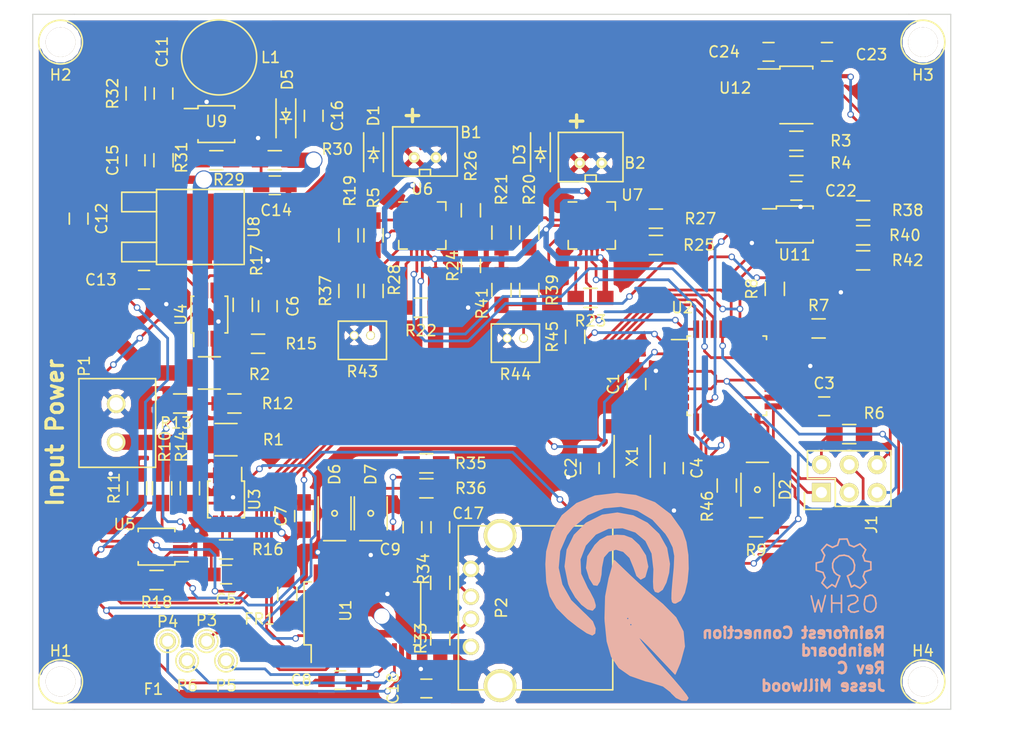
<source format=kicad_pcb>
(kicad_pcb (version 4) (host pcbnew "(2015-08-13 BZR 6091, Git 3774262)-product")
  (layers (0 F.Cu signal) (31 B.Cu signal) (34 B.Paste user) (35 F.Paste user) (36 B.SilkS user) (37 F.SilkS user) (38 B.Mask user) (39 F.Mask user) (44 Edge.Cuts user))
  (net 0 "")
  (net 1 "Net-(B1-Pad1)")
  (net 2 GND)
  (net 3 "Net-(B2-Pad1)")
  (net 4 "Net-(D2-Pad2)")
  (net 5 "Net-(D2-Pad1)")
  (net 6 "Net-(D6-Pad1)")
  (net 7 "Net-(D6-Pad2)")
  (net 8 "Net-(D7-Pad1)")
  (net 9 "Net-(D7-Pad2)")
  (net 10 "Net-(J1-Pad1)")
  (net 11 +3V3)
  (net 12 "Net-(J1-Pad3)")
  (net 13 "Net-(J1-Pad4)")
  (net 14 "Net-(J1-Pad5)")
  (net 15 +5V)
  (net 16 /ADC/Input-Current-H)
  (net 17 /Microcontroller/AT-Alert)
  (net 18 "/Environment Sensors/ENV_OS")
  (net 19 "/Environment Sensors/ENV_AL_L")
  (net 20 "/Environment Sensors/ENV_AL_H")
  (net 21 /Microcontroller/AT-SDA)
  (net 22 /Microcontroller/AT-SCL)
  (net 23 /Microcontroller/AT-RXD)
  (net 24 /Microcontroller/AT-TXD)
  (net 25 /ADC/Output-Current-L)
  (net 26 "/+3.3V and +5V Regulation/LM_FB")
  (net 27 "Net-(R7-Pad1)")
  (net 28 "Net-(R8-Pad1)")
  (net 29 "Net-(R10-Pad2)")
  (net 30 "Net-(R12-Pad2)")
  (net 31 "Net-(R20-Pad2)")
  (net 32 "Net-(R25-Pad1)")
  (net 33 "Net-(R26-Pad1)")
  (net 34 "Net-(R28-Pad2)")
  (net 35 "Net-(R29-Pad2)")
  (net 36 "Net-(R33-Pad2)")
  (net 37 "Net-(R34-Pad2)")
  (net 38 "Net-(C2-Pad1)")
  (net 39 "Net-(C4-Pad1)")
  (net 40 "Net-(C5-Pad1)")
  (net 41 "Net-(C5-Pad2)")
  (net 42 "Net-(C6-Pad1)")
  (net 43 "Net-(C6-Pad2)")
  (net 44 "Net-(C14-Pad1)")
  (net 45 "Net-(C17-Pad1)")
  (net 46 "Net-(C18-Pad1)")
  (net 47 "Net-(C24-Pad1)")
  (net 48 "Net-(D5-Pad2)")
  (net 49 "Net-(R38-Pad2)")
  (net 50 "Net-(R40-Pad1)")
  (net 51 "Net-(R42-Pad1)")
  (net 52 "Net-(C9-Pad1)")
  (net 53 "/Battery Charging/Bat-Out")
  (net 54 "Net-(D1-Pad2)")
  (net 55 "Net-(D3-Pad2)")
  (net 56 "Net-(FR1-Pad2)")
  (net 57 "Net-(P3-Pad1)")
  (net 58 "Net-(P4-Pad1)")
  (net 59 "Net-(P5-Pad1)")
  (net 60 "Net-(P6-Pad1)")
  (net 61 "/Battery Charging/Bat-In")
  (net 62 "Net-(R19-Pad1)")
  (net 63 "Net-(R22-Pad2)")
  (net 64 "Net-(R23-Pad2)")
  (net 65 "Net-(R24-Pad1)")
  (net 66 "Net-(R27-Pad1)")
  (net 67 "Net-(R28-Pad1)")
  (net 68 "Net-(R39-Pad1)")
  (net 69 "Net-(R39-Pad2)")
  (net 70 /Microcontroller/AT-BAT1-STAT1)
  (net 71 /Microcontroller/AT-BAT1-STAT2)
  (net 72 "Net-(R45-Pad1)")
  (net 73 /Microcontroller/AT-BAT2-STAT2)
  (net 74 "Net-(R46-Pad1)")
  (net 75 /Microcontroller/AT-BAT2-STAT1)
  (module RFCx:LED-1208 (layer F.Cu) (at 167.132 97.409 270)
    (fp_text reference D2 (at 0 -2.54 270) (layer F.SilkS))
    (fp_text value LED)
    (pad 1 smd rect (at -1.45 0 270) (size 1.4 1.6) (layers F.Cu F.Paste F.Mask) (net 5 "Net-(D2-Pad1)"))
    (pad 2 smd rect (at 1.45 0 270) (size 1.4 1.6) (layers F.Cu F.Paste F.Mask) (net 4 "Net-(D2-Pad2)"))
  )
  (module Connect:1pin (layer F.Cu) (at 115.062 113.03)
    (fp_text reference P6 (at 0 2.286) (layer F.SilkS))
    (fp_text value CONN_01X01)
    (pad 1 thru_hole circle (at 0 0) (size 1.5 1.5) (drill 1) (layers *.Cu *.Mask F.SilkS) (net 60 "Net-(P6-Pad1)"))
  )
  (module Connect:1pin (layer F.Cu) (at 118.618 113.03)
    (fp_text reference P5 (at 0 2.286) (layer F.SilkS))
    (fp_text value CONN_01X01)
    (pad 1 thru_hole circle (at 0 0) (size 1.5 1.5) (drill 1) (layers *.Cu *.Mask F.SilkS) (net 59 "Net-(P5-Pad1)"))
  )
  (module Connect:1pin (layer F.Cu) (at 116.84 111.252)
    (fp_text reference P3 (at 0 -1.905) (layer F.SilkS))
    (fp_text value CONN_01X01)
    (pad 1 thru_hole circle (at 0 0) (size 1.5 1.5) (drill 1) (layers *.Cu *.Mask F.SilkS) (net 57 "Net-(P3-Pad1)"))
  )
  (module Connect:1pin (layer F.Cu) (at 113.284 111.252)
    (fp_text reference P4 (at 0 -1.778) (layer F.SilkS))
    (fp_text value CONN_01X01)
    (pad 1 thru_hole circle (at 0 0) (size 1.5 1.5) (drill 1) (layers *.Cu *.Mask F.SilkS) (net 58 "Net-(P4-Pad1)"))
  )
  (module Resistors_SMD:R_0805_HandSoldering (layer F.Cu) (at 140.97 76.962 270)
    (fp_text reference R24 (at 0 1.651 270) (layer F.SilkS))
    (fp_text value Res)
    (pad 1 smd rect (at -1.35 0 270) (size 1.5 1.3) (layers F.Cu F.Paste F.Mask) (net 65 "Net-(R24-Pad1)"))
    (pad 2 smd rect (at 1.35 0 270) (size 1.5 1.3) (layers F.Cu F.Paste F.Mask) (net 2 GND))
  )
  (module RFCx:LED-1208 (layer F.Cu) (at 131.826 99.568 90)
    (fp_text reference D7 (at 3.556 0 90) (layer F.SilkS))
    (fp_text value YLW)
    (pad 1 smd rect (at -1.45 0 90) (size 1.4 1.6) (layers F.Cu F.Paste F.Mask) (net 8 "Net-(D7-Pad1)"))
    (pad 2 smd rect (at 1.45 0 90) (size 1.4 1.6) (layers F.Cu F.Paste F.Mask) (net 9 "Net-(D7-Pad2)"))
  )
  (module Resistors_SMD:R_0805_HandSoldering (layer F.Cu) (at 138.176 105.918 270)
    (fp_text reference R34 (at -1.27 1.524 270) (layer F.SilkS))
    (fp_text value 27)
    (pad 1 smd rect (at -1.35 0 270) (size 1.5 1.3) (layers F.Cu F.Paste F.Mask) (net 45 "Net-(C17-Pad1)"))
    (pad 2 smd rect (at 1.35 0 270) (size 1.5 1.3) (layers F.Cu F.Paste F.Mask) (net 37 "Net-(R34-Pad2)"))
  )
  (module Capacitors_SMD:C_0805_HandSoldering (layer F.Cu) (at 156.083 87.757 90)
    (fp_text reference C1 (at 0 -2.1 90) (layer F.SilkS))
    (fp_text value 1uF)
    (pad 1 smd rect (at -1.25 0 90) (size 1.5 1.25) (layers F.Cu F.Paste F.Mask) (net 11 +3V3))
    (pad 2 smd rect (at 1.25 0 90) (size 1.5 1.25) (layers F.Cu F.Paste F.Mask) (net 2 GND))
  )
  (module Capacitors_SMD:C_0805_HandSoldering (layer F.Cu) (at 151.8285 95.4405 270)
    (fp_text reference C2 (at 0 1.7145 270) (layer F.SilkS))
    (fp_text value 6pF)
    (pad 1 smd rect (at -1.25 0 270) (size 1.5 1.25) (layers F.Cu F.Paste F.Mask) (net 38 "Net-(C2-Pad1)"))
    (pad 2 smd rect (at 1.25 0 270) (size 1.5 1.25) (layers F.Cu F.Paste F.Mask) (net 2 GND))
  )
  (module Capacitors_SMD:C_0805_HandSoldering (layer F.Cu) (at 173.228 89.789)
    (fp_text reference C3 (at 0 -2.1) (layer F.SilkS))
    (fp_text value 1uF)
    (pad 1 smd rect (at -1.25 0) (size 1.5 1.25) (layers F.Cu F.Paste F.Mask) (net 11 +3V3))
    (pad 2 smd rect (at 1.25 0) (size 1.5 1.25) (layers F.Cu F.Paste F.Mask) (net 2 GND))
  )
  (module Capacitors_SMD:C_0805_HandSoldering (layer F.Cu) (at 159.512 95.4405 270)
    (fp_text reference C4 (at 0 -2.1 270) (layer F.SilkS))
    (fp_text value 6pF)
    (pad 1 smd rect (at -1.25 0 270) (size 1.5 1.25) (layers F.Cu F.Paste F.Mask) (net 39 "Net-(C4-Pad1)"))
    (pad 2 smd rect (at 1.25 0 270) (size 1.5 1.25) (layers F.Cu F.Paste F.Mask) (net 2 GND))
  )
  (module Capacitors_SMD:C_0805_HandSoldering (layer F.Cu) (at 118.618 105.156)
    (fp_text reference C5 (at 0 2.286) (layer F.SilkS))
    (fp_text value 0.1uF)
    (pad 1 smd rect (at -1.25 0) (size 1.5 1.25) (layers F.Cu F.Paste F.Mask) (net 40 "Net-(C5-Pad1)"))
    (pad 2 smd rect (at 1.25 0) (size 1.5 1.25) (layers F.Cu F.Paste F.Mask) (net 41 "Net-(C5-Pad2)"))
  )
  (module Capacitors_SMD:C_0805_HandSoldering (layer F.Cu) (at 122.428 80.645 90)
    (fp_text reference C6 (at 0 2.286 90) (layer F.SilkS))
    (fp_text value 0.1uF)
    (pad 1 smd rect (at -1.25 0 90) (size 1.5 1.25) (layers F.Cu F.Paste F.Mask) (net 42 "Net-(C6-Pad1)"))
    (pad 2 smd rect (at 1.25 0 90) (size 1.5 1.25) (layers F.Cu F.Paste F.Mask) (net 43 "Net-(C6-Pad2)"))
  )
  (module Capacitors_SMD:C_0805_HandSoldering (layer F.Cu) (at 125.73 99.822 90)
    (fp_text reference C7 (at 0 -2.1 90) (layer F.SilkS))
    (fp_text value 0.1uF)
    (pad 1 smd rect (at -1.25 0 90) (size 1.5 1.25) (layers F.Cu F.Paste F.Mask) (net 15 +5V))
    (pad 2 smd rect (at 1.25 0 90) (size 1.5 1.25) (layers F.Cu F.Paste F.Mask) (net 2 GND))
  )
  (module Capacitors_SMD:C_0805_HandSoldering (layer F.Cu) (at 129.032 114.808)
    (fp_text reference C8 (at -3.556 0) (layer F.SilkS))
    (fp_text value 0.1uF)
    (pad 1 smd rect (at -1.25 0) (size 1.5 1.25) (layers F.Cu F.Paste F.Mask) (net 11 +3V3))
    (pad 2 smd rect (at 1.25 0) (size 1.5 1.25) (layers F.Cu F.Paste F.Mask) (net 2 GND))
  )
  (module Capacitors_SMD:C_0805_HandSoldering (layer F.Cu) (at 135.636 100.838 90)
    (fp_text reference C9 (at -2.032 -2.032 180) (layer F.SilkS))
    (fp_text value 0.1uF)
    (pad 1 smd rect (at -1.25 0 90) (size 1.5 1.25) (layers F.Cu F.Paste F.Mask) (net 52 "Net-(C9-Pad1)"))
    (pad 2 smd rect (at 1.25 0 90) (size 1.5 1.25) (layers F.Cu F.Paste F.Mask) (net 2 GND))
  )
  (module Capacitors_SMD:C_0805_HandSoldering (layer F.Cu) (at 112.903 61.214 270)
    (fp_text reference C11 (at -3.81 0.127 270) (layer F.SilkS))
    (fp_text value "22uF Tant")
    (pad 1 smd rect (at -1.25 0 270) (size 1.5 1.25) (layers F.Cu F.Paste F.Mask) (net 25 /ADC/Output-Current-L))
    (pad 2 smd rect (at 1.25 0 270) (size 1.5 1.25) (layers F.Cu F.Paste F.Mask) (net 2 GND))
  )
  (module Capacitors_SMD:C_0805_HandSoldering (layer F.Cu) (at 105.156 72.644 270)
    (fp_text reference C12 (at 0 -2.1 270) (layer F.SilkS))
    (fp_text value 1uF)
    (pad 1 smd rect (at -1.25 0 270) (size 1.5 1.25) (layers F.Cu F.Paste F.Mask) (net 25 /ADC/Output-Current-L))
    (pad 2 smd rect (at 1.25 0 270) (size 1.5 1.25) (layers F.Cu F.Paste F.Mask) (net 2 GND))
  )
  (module Capacitors_SMD:C_0805_HandSoldering (layer F.Cu) (at 111.125 78.232)
    (fp_text reference C13 (at -3.937 0) (layer F.SilkS))
    (fp_text value 1uF)
    (pad 1 smd rect (at -1.25 0) (size 1.5 1.25) (layers F.Cu F.Paste F.Mask) (net 11 +3V3))
    (pad 2 smd rect (at 1.25 0) (size 1.5 1.25) (layers F.Cu F.Paste F.Mask) (net 2 GND))
  )
  (module Capacitors_SMD:C_0805_HandSoldering (layer F.Cu) (at 123.063 69.596)
    (fp_text reference C14 (at 0.127 2.286) (layer F.SilkS))
    (fp_text value 1uF)
    (pad 1 smd rect (at -1.25 0) (size 1.5 1.25) (layers F.Cu F.Paste F.Mask) (net 44 "Net-(C14-Pad1)"))
    (pad 2 smd rect (at 1.25 0) (size 1.5 1.25) (layers F.Cu F.Paste F.Mask) (net 2 GND))
  )
  (module Capacitors_SMD:C_0805_HandSoldering (layer F.Cu) (at 110.363 67.31 90)
    (fp_text reference C15 (at 0 -2.1 90) (layer F.SilkS))
    (fp_text value 39pF)
    (pad 1 smd rect (at -1.25 0 90) (size 1.5 1.25) (layers F.Cu F.Paste F.Mask) (net 15 +5V))
    (pad 2 smd rect (at 1.25 0 90) (size 1.5 1.25) (layers F.Cu F.Paste F.Mask) (net 26 "/+3.3V and +5V Regulation/LM_FB"))
  )
  (module Capacitors_SMD:C_0805_HandSoldering (layer F.Cu) (at 126.619 63.246 90)
    (fp_text reference C16 (at 0 2.159 90) (layer F.SilkS))
    (fp_text value "68uF Tant")
    (pad 1 smd rect (at -1.25 0 90) (size 1.5 1.25) (layers F.Cu F.Paste F.Mask) (net 15 +5V))
    (pad 2 smd rect (at 1.25 0 90) (size 1.5 1.25) (layers F.Cu F.Paste F.Mask) (net 2 GND))
  )
  (module Capacitors_SMD:C_0805_HandSoldering (layer F.Cu) (at 138.176 100.838 90)
    (fp_text reference C17 (at 1.27 2.54 360) (layer F.SilkS))
    (fp_text value 47pF)
    (pad 1 smd rect (at -1.25 0 90) (size 1.5 1.25) (layers F.Cu F.Paste F.Mask) (net 45 "Net-(C17-Pad1)"))
    (pad 2 smd rect (at 1.25 0 90) (size 1.5 1.25) (layers F.Cu F.Paste F.Mask) (net 2 GND))
  )
  (module Capacitors_SMD:C_0805_HandSoldering (layer F.Cu) (at 136.906 115.57 180)
    (fp_text reference C18 (at 3.048 0 270) (layer F.SilkS))
    (fp_text value 47pF)
    (pad 1 smd rect (at -1.25 0 180) (size 1.5 1.25) (layers F.Cu F.Paste F.Mask) (net 46 "Net-(C18-Pad1)"))
    (pad 2 smd rect (at 1.25 0 180) (size 1.5 1.25) (layers F.Cu F.Paste F.Mask) (net 2 GND))
  )
  (module Capacitors_SMD:C_0805_HandSoldering (layer F.Cu) (at 170.688 70.104 180)
    (fp_text reference C22 (at -4.064 0 180) (layer F.SilkS))
    (fp_text value 0.1uF)
    (pad 1 smd rect (at -1.25 0 180) (size 1.5 1.25) (layers F.Cu F.Paste F.Mask) (net 11 +3V3))
    (pad 2 smd rect (at 1.25 0 180) (size 1.5 1.25) (layers F.Cu F.Paste F.Mask) (net 2 GND))
  )
  (module Capacitors_SMD:C_0805_HandSoldering (layer F.Cu) (at 173.482 57.404 180)
    (fp_text reference C23 (at -4.064 -0.254 180) (layer F.SilkS))
    (fp_text value 0.22uF)
    (pad 1 smd rect (at -1.25 0 180) (size 1.5 1.25) (layers F.Cu F.Paste F.Mask) (net 11 +3V3))
    (pad 2 smd rect (at 1.25 0 180) (size 1.5 1.25) (layers F.Cu F.Paste F.Mask) (net 2 GND))
  )
  (module Capacitors_SMD:C_0805_HandSoldering (layer F.Cu) (at 168.148 57.404)
    (fp_text reference C24 (at -4.064 0) (layer F.SilkS))
    (fp_text value 0.1uF)
    (pad 1 smd rect (at -1.25 0) (size 1.5 1.25) (layers F.Cu F.Paste F.Mask) (net 47 "Net-(C24-Pad1)"))
    (pad 2 smd rect (at 1.25 0) (size 1.5 1.25) (layers F.Cu F.Paste F.Mask) (net 2 GND))
  )
  (module Diodes_SMD:SOD-123 (layer F.Cu) (at 132.08 66.802 270)
    (fp_text reference D1 (at -3.556 0 270) (layer F.SilkS))
    (fp_text value 1N5819)
    (pad 1 smd rect (at -1.635 0 270) (size 0.91 1.22) (layers F.Cu F.Paste F.Mask) (net 53 "/Battery Charging/Bat-Out"))
    (pad 2 smd rect (at 1.635 0 270) (size 0.91 1.22) (layers F.Cu F.Paste F.Mask) (net 54 "Net-(D1-Pad2)"))
  )
  (module Diodes_SMD:SOD-123 (layer F.Cu) (at 147.32 66.802 270)
    (fp_text reference D3 (at 0 1.905 270) (layer F.SilkS))
    (fp_text value 1N5819)
    (pad 1 smd rect (at -1.635 0 270) (size 0.91 1.22) (layers F.Cu F.Paste F.Mask) (net 53 "/Battery Charging/Bat-Out"))
    (pad 2 smd rect (at 1.635 0 270) (size 0.91 1.22) (layers F.Cu F.Paste F.Mask) (net 55 "Net-(D3-Pad2)"))
  )
  (module Diodes_SMD:SOD-123 (layer F.Cu) (at 124.079 63.246 90)
    (fp_text reference D5 (at 3.302 0.127 90) (layer F.SilkS))
    (fp_text value 1N5819)
    (pad 1 smd rect (at -1.635 0 90) (size 0.91 1.22) (layers F.Cu F.Paste F.Mask) (net 15 +5V))
    (pad 2 smd rect (at 1.635 0 90) (size 0.91 1.22) (layers F.Cu F.Paste F.Mask) (net 48 "Net-(D5-Pad2)"))
  )
  (module Pin_Headers:Pin_Header_Straight_2x03 (layer F.Cu) (at 172.974 97.663 90)
    (fp_text reference J1 (at -2.921 4.572 90) (layer F.SilkS))
    (fp_text value ICSP)
    (pad 1 thru_hole rect (at 0 0 90) (size 1.7272 1.7272) (drill 1.016) (layers *.Cu *.Mask F.SilkS) (net 10 "Net-(J1-Pad1)"))
    (pad 2 thru_hole oval (at 2.54 0 90) (size 1.7272 1.7272) (drill 1.016) (layers *.Cu *.Mask F.SilkS) (net 11 +3V3))
    (pad 3 thru_hole oval (at 0 2.54 90) (size 1.7272 1.7272) (drill 1.016) (layers *.Cu *.Mask F.SilkS) (net 12 "Net-(J1-Pad3)"))
    (pad 4 thru_hole oval (at 2.54 2.54 90) (size 1.7272 1.7272) (drill 1.016) (layers *.Cu *.Mask F.SilkS) (net 13 "Net-(J1-Pad4)"))
    (pad 5 thru_hole oval (at 0 5.08 90) (size 1.7272 1.7272) (drill 1.016) (layers *.Cu *.Mask F.SilkS) (net 14 "Net-(J1-Pad5)"))
    (pad 6 thru_hole oval (at 2.54 5.08 90) (size 1.7272 1.7272) (drill 1.016) (layers *.Cu *.Mask F.SilkS) (net 2 GND))
  )
  (module Resistors_SMD:R_1210_HandSoldering (layer F.Cu) (at 118.618 92.837)
    (fp_text reference R1 (at 4.318 0) (layer F.SilkS))
    (fp_text value "0.51, 1W")
    (pad 1 smd rect (at -2 0) (size 2 2.5) (layers F.Cu F.Paste F.Mask) (net 16 /ADC/Input-Current-H))
    (pad 2 smd rect (at 2 0) (size 2 2.5) (layers F.Cu F.Paste F.Mask) (net 61 "/Battery Charging/Bat-In"))
  )
  (module Resistors_SMD:R_0805_HandSoldering (layer F.Cu) (at 170.688 65.532 180)
    (fp_text reference R3 (at -4.064 0 180) (layer F.SilkS))
    (fp_text value 4.7k)
    (pad 1 smd rect (at -1.35 0 180) (size 1.5 1.3) (layers F.Cu F.Paste F.Mask) (net 11 +3V3))
    (pad 2 smd rect (at 1.35 0 180) (size 1.5 1.3) (layers F.Cu F.Paste F.Mask) (net 22 /Microcontroller/AT-SCL))
  )
  (module Resistors_SMD:R_0805_HandSoldering (layer F.Cu) (at 170.688 67.818 180)
    (fp_text reference R4 (at -4.064 0.254 180) (layer F.SilkS))
    (fp_text value 10k)
    (pad 1 smd rect (at -1.35 0 180) (size 1.5 1.3) (layers F.Cu F.Paste F.Mask) (net 11 +3V3))
    (pad 2 smd rect (at 1.35 0 180) (size 1.5 1.3) (layers F.Cu F.Paste F.Mask) (net 21 /Microcontroller/AT-SDA))
  )
  (module Resistors_SMD:R_0805_HandSoldering (layer F.Cu) (at 132.08 74.168 90)
    (fp_text reference R5 (at 3.429 0 90) (layer F.SilkS))
    (fp_text value 270k)
    (pad 1 smd rect (at -1.35 0 90) (size 1.5 1.3) (layers F.Cu F.Paste F.Mask) (net 61 "/Battery Charging/Bat-In"))
    (pad 2 smd rect (at 1.35 0 90) (size 1.5 1.3) (layers F.Cu F.Paste F.Mask) (net 62 "Net-(R19-Pad1)"))
  )
  (module Resistors_SMD:R_0805_HandSoldering (layer F.Cu) (at 175.514 92.329)
    (fp_text reference R6 (at 2.286 -1.905) (layer F.SilkS))
    (fp_text value 10k)
    (pad 1 smd rect (at -1.35 0) (size 1.5 1.3) (layers F.Cu F.Paste F.Mask) (net 11 +3V3))
    (pad 2 smd rect (at 1.35 0) (size 1.5 1.3) (layers F.Cu F.Paste F.Mask) (net 14 "Net-(J1-Pad5)"))
  )
  (module Resistors_SMD:R_0805_HandSoldering (layer F.Cu) (at 172.72 82.677)
    (fp_text reference R7 (at 0 -2.1) (layer F.SilkS))
    (fp_text value 1k)
    (pad 1 smd rect (at -1.35 0) (size 1.5 1.3) (layers F.Cu F.Paste F.Mask) (net 27 "Net-(R7-Pad1)"))
    (pad 2 smd rect (at 1.35 0) (size 1.5 1.3) (layers F.Cu F.Paste F.Mask) (net 70 /Microcontroller/AT-BAT1-STAT1))
  )
  (module Resistors_SMD:R_0805_HandSoldering (layer F.Cu) (at 168.7195 79.0575 90)
    (fp_text reference R8 (at 0 -2.1 90) (layer F.SilkS))
    (fp_text value 1k)
    (pad 1 smd rect (at -1.35 0 90) (size 1.5 1.3) (layers F.Cu F.Paste F.Mask) (net 28 "Net-(R8-Pad1)"))
    (pad 2 smd rect (at 1.35 0 90) (size 1.5 1.3) (layers F.Cu F.Paste F.Mask) (net 71 /Microcontroller/AT-BAT1-STAT2))
  )
  (module Resistors_SMD:R_0805_HandSoldering (layer F.Cu) (at 167.005 100.838 180)
    (fp_text reference R9 (at 0 -2.1 180) (layer F.SilkS))
    (fp_text value 730)
    (pad 1 smd rect (at -1.35 0 180) (size 1.5 1.3) (layers F.Cu F.Paste F.Mask) (net 11 +3V3))
    (pad 2 smd rect (at 1.35 0 180) (size 1.5 1.3) (layers F.Cu F.Paste F.Mask) (net 4 "Net-(D2-Pad2)"))
  )
  (module Resistors_SMD:R_0805_HandSoldering (layer F.Cu) (at 112.776 97.282 270)
    (fp_text reference R10 (at -3.81 -0.254 450) (layer F.SilkS))
    (fp_text value 1540)
    (pad 1 smd rect (at -1.35 0 270) (size 1.5 1.3) (layers F.Cu F.Paste F.Mask) (net 16 /ADC/Input-Current-H))
    (pad 2 smd rect (at 1.35 0 270) (size 1.5 1.3) (layers F.Cu F.Paste F.Mask) (net 29 "Net-(R10-Pad2)"))
  )
  (module Resistors_SMD:R_0805_HandSoldering (layer F.Cu) (at 110.49 97.282 90)
    (fp_text reference R11 (at 0 -2.1 90) (layer F.SilkS))
    (fp_text value 2100)
    (pad 1 smd rect (at -1.35 0 90) (size 1.5 1.3) (layers F.Cu F.Paste F.Mask) (net 29 "Net-(R10-Pad2)"))
    (pad 2 smd rect (at 1.35 0 90) (size 1.5 1.3) (layers F.Cu F.Paste F.Mask) (net 2 GND))
  )
  (module Resistors_SMD:R_0805_HandSoldering (layer F.Cu) (at 119.38 89.535 180)
    (fp_text reference R12 (at -3.937 0 180) (layer F.SilkS))
    (fp_text value 1540)
    (pad 1 smd rect (at -1.35 0 180) (size 1.5 1.3) (layers F.Cu F.Paste F.Mask) (net 53 "/Battery Charging/Bat-Out"))
    (pad 2 smd rect (at 1.35 0 180) (size 1.5 1.3) (layers F.Cu F.Paste F.Mask) (net 30 "Net-(R12-Pad2)"))
  )
  (module Resistors_SMD:R_0805_HandSoldering (layer F.Cu) (at 114.427 89.535 180)
    (fp_text reference R13 (at 0.381 -1.778 360) (layer F.SilkS))
    (fp_text value 2100)
    (pad 1 smd rect (at -1.35 0 180) (size 1.5 1.3) (layers F.Cu F.Paste F.Mask) (net 30 "Net-(R12-Pad2)"))
    (pad 2 smd rect (at 1.35 0 180) (size 1.5 1.3) (layers F.Cu F.Paste F.Mask) (net 2 GND))
  )
  (module Resistors_SMD:R_0805_HandSoldering (layer F.Cu) (at 115.316 97.282 90)
    (fp_text reference R14 (at 3.81 -0.762 90) (layer F.SilkS))
    (fp_text value 200k)
    (pad 1 smd rect (at -1.35 0 90) (size 1.5 1.3) (layers F.Cu F.Paste F.Mask) (net 40 "Net-(C5-Pad1)"))
    (pad 2 smd rect (at 1.35 0 90) (size 1.5 1.3) (layers F.Cu F.Paste F.Mask) (net 2 GND))
  )
  (module Resistors_SMD:R_0805_HandSoldering (layer F.Cu) (at 121.539 84.074)
    (fp_text reference R15 (at 3.937 0) (layer F.SilkS))
    (fp_text value 200k)
    (pad 1 smd rect (at -1.35 0) (size 1.5 1.3) (layers F.Cu F.Paste F.Mask) (net 42 "Net-(C6-Pad1)"))
    (pad 2 smd rect (at 1.35 0) (size 1.5 1.3) (layers F.Cu F.Paste F.Mask) (net 2 GND))
  )
  (module Resistors_SMD:R_0805_HandSoldering (layer F.Cu) (at 118.618 102.87)
    (fp_text reference R16 (at 3.81 0) (layer F.SilkS))
    (fp_text value 2550)
    (pad 1 smd rect (at -1.35 0) (size 1.5 1.3) (layers F.Cu F.Paste F.Mask) (net 40 "Net-(C5-Pad1)"))
    (pad 2 smd rect (at 1.35 0) (size 1.5 1.3) (layers F.Cu F.Paste F.Mask) (net 41 "Net-(C5-Pad2)"))
  )
  (module Resistors_SMD:R_0805_HandSoldering (layer F.Cu) (at 120.142 80.518 90)
    (fp_text reference R17 (at 4.064 1.27 90) (layer F.SilkS))
    (fp_text value 2550)
    (pad 1 smd rect (at -1.35 0 90) (size 1.5 1.3) (layers F.Cu F.Paste F.Mask) (net 42 "Net-(C6-Pad1)"))
    (pad 2 smd rect (at 1.35 0 90) (size 1.5 1.3) (layers F.Cu F.Paste F.Mask) (net 43 "Net-(C6-Pad2)"))
  )
  (module Resistors_SMD:R_0805_HandSoldering (layer F.Cu) (at 112.268 105.664)
    (fp_text reference R18 (at 0 2.032) (layer F.SilkS))
    (fp_text value 10k)
    (pad 1 smd rect (at -1.35 0) (size 1.5 1.3) (layers F.Cu F.Paste F.Mask) (net 11 +3V3))
    (pad 2 smd rect (at 1.35 0) (size 1.5 1.3) (layers F.Cu F.Paste F.Mask) (net 17 /Microcontroller/AT-Alert))
  )
  (module Resistors_SMD:R_0805_HandSoldering (layer F.Cu) (at 129.794 74.168 270)
    (fp_text reference R19 (at -4.064 -0.127 270) (layer F.SilkS))
    (fp_text value 100k)
    (pad 1 smd rect (at -1.35 0 270) (size 1.5 1.3) (layers F.Cu F.Paste F.Mask) (net 62 "Net-(R19-Pad1)"))
    (pad 2 smd rect (at 1.35 0 270) (size 1.5 1.3) (layers F.Cu F.Paste F.Mask) (net 2 GND))
  )
  (module Resistors_SMD:R_0805_HandSoldering (layer F.Cu) (at 146.304 73.914 90)
    (fp_text reference R20 (at 3.937 0 90) (layer F.SilkS))
    (fp_text value 270k)
    (pad 1 smd rect (at -1.35 0 90) (size 1.5 1.3) (layers F.Cu F.Paste F.Mask) (net 61 "/Battery Charging/Bat-In"))
    (pad 2 smd rect (at 1.35 0 90) (size 1.5 1.3) (layers F.Cu F.Paste F.Mask) (net 31 "Net-(R20-Pad2)"))
  )
  (module Resistors_SMD:R_0805_HandSoldering (layer F.Cu) (at 151.892 79.883 180)
    (fp_text reference R23 (at 0 -2.1 180) (layer F.SilkS))
    (fp_text value 1k)
    (pad 1 smd rect (at -1.35 0 180) (size 1.5 1.3) (layers F.Cu F.Paste F.Mask) (net 61 "/Battery Charging/Bat-In"))
    (pad 2 smd rect (at 1.35 0 180) (size 1.5 1.3) (layers F.Cu F.Paste F.Mask) (net 64 "Net-(R23-Pad2)"))
  )
  (module Resistors_SMD:R_0805_HandSoldering (layer F.Cu) (at 157.861 75.057)
    (fp_text reference R25 (at 3.937 0) (layer F.SilkS))
    (fp_text value Res)
    (pad 1 smd rect (at -1.35 0) (size 1.5 1.3) (layers F.Cu F.Paste F.Mask) (net 32 "Net-(R25-Pad1)"))
    (pad 2 smd rect (at 1.35 0) (size 1.5 1.3) (layers F.Cu F.Paste F.Mask) (net 2 GND))
  )
  (module Resistors_SMD:R_0805_HandSoldering (layer F.Cu) (at 140.97 71.882 90)
    (fp_text reference R26 (at 4.064 0 90) (layer F.SilkS))
    (fp_text value Res)
    (pad 1 smd rect (at -1.35 0 90) (size 1.5 1.3) (layers F.Cu F.Paste F.Mask) (net 33 "Net-(R26-Pad1)"))
    (pad 2 smd rect (at 1.35 0 90) (size 1.5 1.3) (layers F.Cu F.Paste F.Mask) (net 2 GND))
  )
  (module Resistors_SMD:R_0805_HandSoldering (layer F.Cu) (at 157.861 72.644)
    (fp_text reference R27 (at 4.064 0) (layer F.SilkS))
    (fp_text value Res)
    (pad 1 smd rect (at -1.35 0) (size 1.5 1.3) (layers F.Cu F.Paste F.Mask) (net 66 "Net-(R27-Pad1)"))
    (pad 2 smd rect (at 1.35 0) (size 1.5 1.3) (layers F.Cu F.Paste F.Mask) (net 2 GND))
  )
  (module Resistors_SMD:R_0805_HandSoldering (layer F.Cu) (at 132.08 79.248 270)
    (fp_text reference R28 (at -1.016 -1.905 270) (layer F.SilkS))
    (fp_text value 1k)
    (pad 1 smd rect (at -1.35 0 270) (size 1.5 1.3) (layers F.Cu F.Paste F.Mask) (net 67 "Net-(R28-Pad1)"))
    (pad 2 smd rect (at 1.35 0 270) (size 1.5 1.3) (layers F.Cu F.Paste F.Mask) (net 34 "Net-(R28-Pad2)"))
  )
  (module Resistors_SMD:R_0805_HandSoldering (layer F.Cu) (at 117.729 67.31 180)
    (fp_text reference R29 (at -1.143 -1.778 180) (layer F.SilkS))
    (fp_text value 200k)
    (pad 1 smd rect (at -1.35 0 180) (size 1.5 1.3) (layers F.Cu F.Paste F.Mask) (net 44 "Net-(C14-Pad1)"))
    (pad 2 smd rect (at 1.35 0 180) (size 1.5 1.3) (layers F.Cu F.Paste F.Mask) (net 35 "Net-(R29-Pad2)"))
  )
  (module Resistors_SMD:R_0805_HandSoldering (layer F.Cu) (at 123.063 67.31 180)
    (fp_text reference R30 (at -5.715 1.016 180) (layer F.SilkS))
    (fp_text value 49.9)
    (pad 1 smd rect (at -1.35 0 180) (size 1.5 1.3) (layers F.Cu F.Paste F.Mask) (net 15 +5V))
    (pad 2 smd rect (at 1.35 0 180) (size 1.5 1.3) (layers F.Cu F.Paste F.Mask) (net 44 "Net-(C14-Pad1)"))
  )
  (module Resistors_SMD:R_0805_HandSoldering (layer F.Cu) (at 112.903 67.31 90)
    (fp_text reference R31 (at 0.254 1.651 90) (layer F.SilkS))
    (fp_text value 150k)
    (pad 1 smd rect (at -1.35 0 90) (size 1.5 1.3) (layers F.Cu F.Paste F.Mask) (net 15 +5V))
    (pad 2 smd rect (at 1.35 0 90) (size 1.5 1.3) (layers F.Cu F.Paste F.Mask) (net 26 "/+3.3V and +5V Regulation/LM_FB"))
  )
  (module Resistors_SMD:R_0805_HandSoldering (layer F.Cu) (at 110.363 61.214 90)
    (fp_text reference R32 (at 0 -2.1 90) (layer F.SilkS))
    (fp_text value 49.9k)
    (pad 1 smd rect (at -1.35 0 90) (size 1.5 1.3) (layers F.Cu F.Paste F.Mask) (net 26 "/+3.3V and +5V Regulation/LM_FB"))
    (pad 2 smd rect (at 1.35 0 90) (size 1.5 1.3) (layers F.Cu F.Paste F.Mask) (net 2 GND))
  )
  (module Resistors_SMD:R_0805_HandSoldering (layer F.Cu) (at 138.176 110.998 90)
    (fp_text reference R33 (at 0 -1.778 90) (layer F.SilkS))
    (fp_text value 27)
    (pad 1 smd rect (at -1.35 0 90) (size 1.5 1.3) (layers F.Cu F.Paste F.Mask) (net 46 "Net-(C18-Pad1)"))
    (pad 2 smd rect (at 1.35 0 90) (size 1.5 1.3) (layers F.Cu F.Paste F.Mask) (net 36 "Net-(R33-Pad2)"))
  )
  (module Resistors_SMD:R_0805_HandSoldering (layer F.Cu) (at 136.906 94.996 180)
    (fp_text reference R35 (at -4.064 0 180) (layer F.SilkS))
    (fp_text value 270)
    (pad 1 smd rect (at -1.35 0 180) (size 1.5 1.3) (layers F.Cu F.Paste F.Mask) (net 15 +5V))
    (pad 2 smd rect (at 1.35 0 180) (size 1.5 1.3) (layers F.Cu F.Paste F.Mask) (net 7 "Net-(D6-Pad2)"))
  )
  (module Resistors_SMD:R_0805_HandSoldering (layer F.Cu) (at 136.906 97.282 180)
    (fp_text reference R36 (at -4.064 0 180) (layer F.SilkS))
    (fp_text value 270)
    (pad 1 smd rect (at -1.35 0 180) (size 1.5 1.3) (layers F.Cu F.Paste F.Mask) (net 15 +5V))
    (pad 2 smd rect (at 1.35 0 180) (size 1.5 1.3) (layers F.Cu F.Paste F.Mask) (net 9 "Net-(D7-Pad2)"))
  )
  (module Resistors_SMD:R_0805_HandSoldering (layer F.Cu) (at 176.784 71.882 180)
    (fp_text reference R38 (at -4.064 0 180) (layer F.SilkS))
    (fp_text value 10k)
    (pad 1 smd rect (at -1.35 0 180) (size 1.5 1.3) (layers F.Cu F.Paste F.Mask) (net 2 GND))
    (pad 2 smd rect (at 1.35 0 180) (size 1.5 1.3) (layers F.Cu F.Paste F.Mask) (net 49 "Net-(R38-Pad2)"))
  )
  (module Resistors_SMD:R_0805_HandSoldering (layer F.Cu) (at 176.784 74.168)
    (fp_text reference R40 (at 3.81 0) (layer F.SilkS))
    (fp_text value 10k)
    (pad 1 smd rect (at -1.35 0) (size 1.5 1.3) (layers F.Cu F.Paste F.Mask) (net 50 "Net-(R40-Pad1)"))
    (pad 2 smd rect (at 1.35 0) (size 1.5 1.3) (layers F.Cu F.Paste F.Mask) (net 2 GND))
  )
  (module Resistors_SMD:R_0805_HandSoldering (layer F.Cu) (at 176.784 76.454)
    (fp_text reference R42 (at 4.064 0) (layer F.SilkS))
    (fp_text value 10k)
    (pad 1 smd rect (at -1.35 0) (size 1.5 1.3) (layers F.Cu F.Paste F.Mask) (net 51 "Net-(R42-Pad1)"))
    (pad 2 smd rect (at 1.35 0) (size 1.5 1.3) (layers F.Cu F.Paste F.Mask) (net 2 GND))
  )
  (module Housings_QFP:TQFP-32_7x7mm_Pitch0.8mm (layer F.Cu) (at 164.338 86.995)
    (fp_text reference U2 (at -4.064 -6.223) (layer F.SilkS))
    (fp_text value ATmega328P)
    (pad 1 smd rect (at -4.25 -2.8) (size 1.6 0.55) (layers F.Cu F.Paste F.Mask) (net 72 "Net-(R45-Pad1)"))
    (pad 2 smd rect (at -4.25 -2) (size 1.6 0.55) (layers F.Cu F.Paste F.Mask) (net 17 /Microcontroller/AT-Alert))
    (pad 3 smd rect (at -4.25 -1.2) (size 1.6 0.55) (layers F.Cu F.Paste F.Mask) (net 2 GND))
    (pad 4 smd rect (at -4.25 -0.4) (size 1.6 0.55) (layers F.Cu F.Paste F.Mask) (net 11 +3V3))
    (pad 5 smd rect (at -4.25 0.4) (size 1.6 0.55) (layers F.Cu F.Paste F.Mask) (net 2 GND))
    (pad 6 smd rect (at -4.25 1.2) (size 1.6 0.55) (layers F.Cu F.Paste F.Mask) (net 11 +3V3))
    (pad 7 smd rect (at -4.25 2) (size 1.6 0.55) (layers F.Cu F.Paste F.Mask) (net 38 "Net-(C2-Pad1)"))
    (pad 8 smd rect (at -4.25 2.8) (size 1.6 0.55) (layers F.Cu F.Paste F.Mask) (net 39 "Net-(C4-Pad1)"))
    (pad 9 smd rect (at -2.8 4.25 90) (size 1.6 0.55) (layers F.Cu F.Paste F.Mask) (net 18 "/Environment Sensors/ENV_OS"))
    (pad 10 smd rect (at -2 4.25 90) (size 1.6 0.55) (layers F.Cu F.Paste F.Mask) (net 19 "/Environment Sensors/ENV_AL_L"))
    (pad 11 smd rect (at -1.2 4.25 90) (size 1.6 0.55) (layers F.Cu F.Paste F.Mask) (net 20 "/Environment Sensors/ENV_AL_H"))
    (pad 12 smd rect (at -0.4 4.25 90) (size 1.6 0.55) (layers F.Cu F.Paste F.Mask) (net 75 /Microcontroller/AT-BAT2-STAT1))
    (pad 13 smd rect (at 0.4 4.25 90) (size 1.6 0.55) (layers F.Cu F.Paste F.Mask) (net 74 "Net-(R46-Pad1)"))
    (pad 14 smd rect (at 1.2 4.25 90) (size 1.6 0.55) (layers F.Cu F.Paste F.Mask) (net 5 "Net-(D2-Pad1)"))
    (pad 15 smd rect (at 2 4.25 90) (size 1.6 0.55) (layers F.Cu F.Paste F.Mask) (net 13 "Net-(J1-Pad4)"))
    (pad 16 smd rect (at 2.8 4.25 90) (size 1.6 0.55) (layers F.Cu F.Paste F.Mask) (net 10 "Net-(J1-Pad1)"))
    (pad 17 smd rect (at 4.25 2.8) (size 1.6 0.55) (layers F.Cu F.Paste F.Mask) (net 12 "Net-(J1-Pad3)"))
    (pad 18 smd rect (at 4.25 2) (size 1.6 0.55) (layers F.Cu F.Paste F.Mask) (net 11 +3V3))
    (pad 19 smd rect (at 4.25 1.2) (size 1.6 0.55) (layers F.Cu F.Paste F.Mask))
    (pad 20 smd rect (at 4.25 0.4) (size 1.6 0.55) (layers F.Cu F.Paste F.Mask) (net 11 +3V3))
    (pad 21 smd rect (at 4.25 -0.4) (size 1.6 0.55) (layers F.Cu F.Paste F.Mask) (net 2 GND))
    (pad 22 smd rect (at 4.25 -1.2) (size 1.6 0.55) (layers F.Cu F.Paste F.Mask))
    (pad 23 smd rect (at 4.25 -2) (size 1.6 0.55) (layers F.Cu F.Paste F.Mask) (net 70 /Microcontroller/AT-BAT1-STAT1))
    (pad 24 smd rect (at 4.25 -2.8) (size 1.6 0.55) (layers F.Cu F.Paste F.Mask) (net 27 "Net-(R7-Pad1)"))
    (pad 25 smd rect (at 2.8 -4.25 90) (size 1.6 0.55) (layers F.Cu F.Paste F.Mask) (net 71 /Microcontroller/AT-BAT1-STAT2))
    (pad 26 smd rect (at 2 -4.25 90) (size 1.6 0.55) (layers F.Cu F.Paste F.Mask) (net 28 "Net-(R8-Pad1)"))
    (pad 27 smd rect (at 1.2 -4.25 90) (size 1.6 0.55) (layers F.Cu F.Paste F.Mask) (net 21 /Microcontroller/AT-SDA))
    (pad 28 smd rect (at 0.4 -4.25 90) (size 1.6 0.55) (layers F.Cu F.Paste F.Mask) (net 22 /Microcontroller/AT-SCL))
    (pad 29 smd rect (at -0.4 -4.25 90) (size 1.6 0.55) (layers F.Cu F.Paste F.Mask) (net 14 "Net-(J1-Pad5)"))
    (pad 30 smd rect (at -1.2 -4.25 90) (size 1.6 0.55) (layers F.Cu F.Paste F.Mask) (net 23 /Microcontroller/AT-RXD))
    (pad 31 smd rect (at -2 -4.25 90) (size 1.6 0.55) (layers F.Cu F.Paste F.Mask) (net 24 /Microcontroller/AT-TXD))
    (pad 32 smd rect (at -2.8 -4.25 90) (size 1.6 0.55) (layers F.Cu F.Paste F.Mask) (net 73 /Microcontroller/AT-BAT2-STAT2))
  )
  (module SSOP:MSOP-8_3x3mm_Pitch0.65mm (layer F.Cu) (at 118.618 98.298 270)
    (fp_text reference U3 (at 0 -2.6 270) (layer F.SilkS))
    (fp_text value LTC6800)
    (pad 1 smd rect (at -2.2 -0.975 270) (size 1.45 0.45) (layers F.Cu F.Paste F.Mask))
    (pad 2 smd rect (at -2.2 -0.325 270) (size 1.45 0.45) (layers F.Cu F.Paste F.Mask) (net 61 "/Battery Charging/Bat-In"))
    (pad 3 smd rect (at -2.2 0.325 270) (size 1.45 0.45) (layers F.Cu F.Paste F.Mask) (net 16 /ADC/Input-Current-H))
    (pad 4 smd rect (at -2.2 0.975 270) (size 1.45 0.45) (layers F.Cu F.Paste F.Mask) (net 2 GND))
    (pad 5 smd rect (at 2.2 0.975 270) (size 1.45 0.45) (layers F.Cu F.Paste F.Mask) (net 2 GND))
    (pad 6 smd rect (at 2.2 0.325 270) (size 1.45 0.45) (layers F.Cu F.Paste F.Mask) (net 40 "Net-(C5-Pad1)"))
    (pad 7 smd rect (at 2.2 -0.325 270) (size 1.45 0.45) (layers F.Cu F.Paste F.Mask) (net 41 "Net-(C5-Pad2)"))
    (pad 8 smd rect (at 2.2 -0.975 270) (size 1.45 0.45) (layers F.Cu F.Paste F.Mask) (net 11 +3V3))
  )
  (module SSOP:MSOP-8_3x3mm_Pitch0.65mm (layer F.Cu) (at 117.094 81.407 90)
    (fp_text reference U4 (at 0 -2.6 90) (layer F.SilkS))
    (fp_text value LTC6800)
    (pad 1 smd rect (at -2.2 -0.975 90) (size 1.45 0.45) (layers F.Cu F.Paste F.Mask))
    (pad 2 smd rect (at -2.2 -0.325 90) (size 1.45 0.45) (layers F.Cu F.Paste F.Mask) (net 25 /ADC/Output-Current-L))
    (pad 3 smd rect (at -2.2 0.325 90) (size 1.45 0.45) (layers F.Cu F.Paste F.Mask) (net 53 "/Battery Charging/Bat-Out"))
    (pad 4 smd rect (at -2.2 0.975 90) (size 1.45 0.45) (layers F.Cu F.Paste F.Mask) (net 2 GND))
    (pad 5 smd rect (at 2.2 0.975 90) (size 1.45 0.45) (layers F.Cu F.Paste F.Mask) (net 2 GND))
    (pad 6 smd rect (at 2.2 0.325 90) (size 1.45 0.45) (layers F.Cu F.Paste F.Mask) (net 42 "Net-(C6-Pad1)"))
    (pad 7 smd rect (at 2.2 -0.325 90) (size 1.45 0.45) (layers F.Cu F.Paste F.Mask) (net 43 "Net-(C6-Pad2)"))
    (pad 8 smd rect (at 2.2 -0.975 90) (size 1.45 0.45) (layers F.Cu F.Paste F.Mask) (net 11 +3V3))
  )
  (module Housings_SSOP:MSOP-10_3x3mm_Pitch0.5mm (layer F.Cu) (at 112.268 102.616 180)
    (fp_text reference U5 (at 2.921 2.032 180) (layer F.SilkS))
    (fp_text value ADS1015)
    (pad 1 smd rect (at -2.2 -1 180) (size 1.4 0.3) (layers F.Cu F.Paste F.Mask))
    (pad 2 smd rect (at -2.2 -0.5 180) (size 1.4 0.3) (layers F.Cu F.Paste F.Mask) (net 17 /Microcontroller/AT-Alert))
    (pad 3 smd rect (at -2.2 0 180) (size 1.4 0.3) (layers F.Cu F.Paste F.Mask) (net 2 GND))
    (pad 4 smd rect (at -2.2 0.5 180) (size 1.4 0.3) (layers F.Cu F.Paste F.Mask) (net 29 "Net-(R10-Pad2)"))
    (pad 5 smd rect (at -2.2 1 180) (size 1.4 0.3) (layers F.Cu F.Paste F.Mask) (net 30 "Net-(R12-Pad2)"))
    (pad 6 smd rect (at 2.2 1 180) (size 1.4 0.3) (layers F.Cu F.Paste F.Mask) (net 41 "Net-(C5-Pad2)"))
    (pad 7 smd rect (at 2.2 0.5 180) (size 1.4 0.3) (layers F.Cu F.Paste F.Mask) (net 43 "Net-(C6-Pad2)"))
    (pad 8 smd rect (at 2.2 0 180) (size 1.4 0.3) (layers F.Cu F.Paste F.Mask) (net 11 +3V3))
    (pad 9 smd rect (at 2.2 -0.5 180) (size 1.4 0.3) (layers F.Cu F.Paste F.Mask) (net 21 /Microcontroller/AT-SDA))
    (pad 10 smd rect (at 2.2 -1 180) (size 1.4 0.3) (layers F.Cu F.Paste F.Mask) (net 22 /Microcontroller/AT-SCL))
  )
  (module SMD_Packages:DPAK-2 (layer F.Cu) (at 110.744 73.406 270)
    (fp_text reference U8 (at 0 -10.414 270) (layer F.SilkS))
    (fp_text value SM72238)
    (pad 1 smd rect (at -2.286 0 270) (size 1.651 3.048) (layers F.Cu F.Paste F.Mask) (net 25 /ADC/Output-Current-L))
    (pad 2 smd rect (at 0 -6.35 270) (size 6.096 6.096) (layers F.Cu F.Paste F.Mask) (net 2 GND))
    (pad 3 smd rect (at 2.286 0 270) (size 1.651 3.048) (layers F.Cu F.Paste F.Mask) (net 11 +3V3))
  )
  (module SSOP:MSOP-8_3x3mm_Pitch0.65mm (layer F.Cu) (at 117.729 64.008)
    (fp_text reference U9 (at 0 -0.254) (layer F.SilkS))
    (fp_text value LMR61428)
    (pad 1 smd rect (at -2.2 -0.975) (size 1.45 0.45) (layers F.Cu F.Paste F.Mask) (net 2 GND))
    (pad 2 smd rect (at -2.2 -0.325) (size 1.45 0.45) (layers F.Cu F.Paste F.Mask) (net 44 "Net-(C14-Pad1)"))
    (pad 3 smd rect (at -2.2 0.325) (size 1.45 0.45) (layers F.Cu F.Paste F.Mask) (net 35 "Net-(R29-Pad2)"))
    (pad 4 smd rect (at -2.2 0.975) (size 1.45 0.45) (layers F.Cu F.Paste F.Mask) (net 26 "/+3.3V and +5V Regulation/LM_FB"))
    (pad 5 smd rect (at 2.2 0.975) (size 1.45 0.45) (layers F.Cu F.Paste F.Mask) (net 2 GND))
    (pad 6 smd rect (at 2.2 0.325) (size 1.45 0.45) (layers F.Cu F.Paste F.Mask) (net 44 "Net-(C14-Pad1)"))
    (pad 7 smd rect (at 2.2 -0.325) (size 1.45 0.45) (layers F.Cu F.Paste F.Mask) (net 15 +5V))
    (pad 8 smd rect (at 2.2 -0.975) (size 1.45 0.45) (layers F.Cu F.Paste F.Mask) (net 48 "Net-(D5-Pad2)"))
  )
  (module SSOP:MSOP-8_3x3mm_Pitch0.65mm (layer F.Cu) (at 170.537571 73.171)
    (fp_text reference U11 (at 0 2.775) (layer F.SilkS))
    (fp_text value LM75BDP)
    (pad 1 smd rect (at -2.2 -0.975) (size 1.45 0.45) (layers F.Cu F.Paste F.Mask) (net 21 /Microcontroller/AT-SDA))
    (pad 2 smd rect (at -2.2 -0.325) (size 1.45 0.45) (layers F.Cu F.Paste F.Mask) (net 22 /Microcontroller/AT-SCL))
    (pad 3 smd rect (at -2.2 0.325) (size 1.45 0.45) (layers F.Cu F.Paste F.Mask) (net 18 "/Environment Sensors/ENV_OS"))
    (pad 4 smd rect (at -2.2 0.975) (size 1.45 0.45) (layers F.Cu F.Paste F.Mask) (net 2 GND))
    (pad 5 smd rect (at 2.2 0.975) (size 1.45 0.45) (layers F.Cu F.Paste F.Mask) (net 51 "Net-(R42-Pad1)"))
    (pad 6 smd rect (at 2.2 0.325) (size 1.45 0.45) (layers F.Cu F.Paste F.Mask) (net 50 "Net-(R40-Pad1)"))
    (pad 7 smd rect (at 2.2 -0.325) (size 1.45 0.45) (layers F.Cu F.Paste F.Mask) (net 49 "Net-(R38-Pad2)"))
    (pad 8 smd rect (at 2.2 -0.975) (size 1.45 0.45) (layers F.Cu F.Paste F.Mask) (net 11 +3V3))
  )
  (module RFCX:Ind_6x6 (layer F.Cu) (at 117.983 57.912)
    (fp_text reference L1 (at 4.699 0) (layer F.SilkS))
    (fp_text value 6.8uH)
    (pad 1 smd rect (at -2.15 0) (size 2 6) (layers F.Cu F.Paste F.Mask) (net 25 /ADC/Output-Current-L))
    (pad 2 smd rect (at 2.15 0) (size 2 6) (layers F.Cu F.Paste F.Mask) (net 48 "Net-(D5-Pad2)"))
  )
  (module RFCX:SOJ-4 (layer F.Cu) (at 155.702 94.361 270)
    (fp_text reference X1 (at 0 0 450) (layer F.SilkS))
    (fp_text value 32kHz)
    (pad 4 smd rect (at -2.75 -1.6 270) (size 1.3 1.9) (layers F.Cu F.Paste F.Mask) (net 39 "Net-(C4-Pad1)"))
    (pad 3 smd rect (at 2.75 -1.6 270) (size 1.3 1.9) (layers F.Cu F.Paste F.Mask))
    (pad 1 smd rect (at -2.75 1.6 270) (size 1.3 1.9) (layers F.Cu F.Paste F.Mask) (net 38 "Net-(C2-Pad1)"))
    (pad 2 smd rect (at 2.75 1.6 270) (size 1.3 1.9) (layers F.Cu F.Paste F.Mask))
  )
  (module Fiducials:Fiducial_1mm_Dia_2.54mm_Outer_CopperTop (layer F.Cu) (at 108.585 114.935)
    (fp_text reference F1 (at 3.4 0.7) (layer F.SilkS))
    (fp_text value Fiducial)
    (pad ~ smd circle (at 0 0) (size 1 1) (layers F.Cu F.Mask) (clearance 0.77))
  )
  (module RFCX:Mnt_Hole (layer F.Cu) (at 103.505 114.935)
    (fp_text reference H1 (at 0 -2.794) (layer F.SilkS))
    (fp_text value Mounting_Hole)
    (pad 1 thru_hole circle (at 0 0) (size 2.7 2.7) (drill 2.7) (layers *.Cu *.Mask F.SilkS))
  )
  (module RFCX:Mnt_Hole (layer F.Cu) (at 103.505 56.515)
    (fp_text reference H2 (at 0 3) (layer F.SilkS))
    (fp_text value Mounting_Hole)
    (pad 1 thru_hole circle (at 0 0) (size 2.7 2.7) (drill 2.7) (layers *.Cu *.Mask F.SilkS))
  )
  (module RFCX:Mnt_Hole (layer F.Cu) (at 182.245 56.515)
    (fp_text reference H3 (at 0 3) (layer F.SilkS))
    (fp_text value Mounting_Hole)
    (pad 1 thru_hole circle (at 0 0) (size 2.7 2.7) (drill 2.7) (layers *.Cu *.Mask F.SilkS))
  )
  (module RFCX:Mnt_Hole (layer F.Cu) (at 182.245 114.935)
    (fp_text reference H4 (at 0 -2.794) (layer F.SilkS))
    (fp_text value Mounting_Hole)
    (pad 1 thru_hole circle (at 0 0) (size 2.7 2.7) (drill 2.7) (layers *.Cu *.Mask F.SilkS))
  )
  (module RFCX:HIH-SOIC-8 (layer F.Cu) (at 170.688 61.468)
    (fp_text reference U12 (at -5.588 -0.762) (layer F.SilkS))
    (fp_text value HIH6130)
    (pad 1 smd rect (at -2.45 -1.905) (size 2.03 0.61) (layers F.Cu F.Paste F.Mask) (net 47 "Net-(C24-Pad1)"))
    (pad 2 smd rect (at -2.45 -0.635) (size 2.03 0.61) (layers F.Cu F.Paste F.Mask) (net 2 GND))
    (pad 3 smd rect (at -2.45 0.635) (size 2.03 0.61) (layers F.Cu F.Paste F.Mask) (net 22 /Microcontroller/AT-SCL))
    (pad 4 smd rect (at -2.45 1.905) (size 2.03 0.61) (layers F.Cu F.Paste F.Mask) (net 21 /Microcontroller/AT-SDA))
    (pad 5 smd rect (at 2.45 -1.905) (size 2.03 0.61) (layers F.Cu F.Paste F.Mask) (net 20 "/Environment Sensors/ENV_AL_H"))
    (pad 6 smd rect (at 2.45 -0.635) (size 2.03 0.61) (layers F.Cu F.Paste F.Mask) (net 19 "/Environment Sensors/ENV_AL_L"))
    (pad 7 smd rect (at 2.45 0.635) (size 2.03 0.61) (layers F.Cu F.Paste F.Mask))
    (pad 8 smd rect (at 2.45 1.905) (size 2.03 0.61) (layers F.Cu F.Paste F.Mask) (net 11 +3V3))
  )
  (module RFCX:TerminalBlock_2 (layer F.Cu) (at 108.585 91.313 90)
    (fp_text reference P1 (at 5.207 -2.921 90) (layer F.SilkS))
    (fp_text value CONN_01X02)
    (pad 1 thru_hole circle (at -1.75 0 90) (size 1.7 1.7) (drill 1.2) (layers *.Cu *.Mask F.SilkS) (net 16 /ADC/Input-Current-H))
    (pad 2 thru_hole circle (at 1.75 0 90) (size 1.7 1.7) (drill 1.2) (layers *.Cu *.Mask F.SilkS) (net 2 GND))
  )
  (module RFCx:JST-2mm (layer F.Cu) (at 136.779 67.056)
    (fp_text reference B1 (at 4.191 -2.286) (layer F.SilkS))
    (fp_text value Li-ion-2cell-conn)
    (pad 1 thru_hole circle (at -1 0) (size 1 1) (drill 0.5) (layers *.Cu *.Mask F.SilkS) (net 1 "Net-(B1-Pad1)"))
    (pad 2 thru_hole circle (at 1 0) (size 1 1) (drill 0.5) (layers *.Cu *.Mask F.SilkS) (net 2 GND))
  )
  (module RFCx:JST-2mm (layer F.Cu) (at 151.908 67.564)
    (fp_text reference B2 (at 4.048 0) (layer F.SilkS))
    (fp_text value Li-ion-2cell-conn)
    (pad 1 thru_hole circle (at -1 0) (size 1 1) (drill 0.5) (layers *.Cu *.Mask F.SilkS) (net 3 "Net-(B2-Pad1)"))
    (pad 2 thru_hole circle (at 1 0) (size 1 1) (drill 0.5) (layers *.Cu *.Mask F.SilkS) (net 2 GND))
  )
  (module RFCx:LED-1208 (layer F.Cu) (at 128.524 99.568 90)
    (fp_text reference D6 (at 3.556 0 90) (layer F.SilkS))
    (fp_text value GRN)
    (pad 1 smd rect (at -1.45 0 90) (size 1.4 1.6) (layers F.Cu F.Paste F.Mask) (net 6 "Net-(D6-Pad1)"))
    (pad 2 smd rect (at 1.45 0 90) (size 1.4 1.6) (layers F.Cu F.Paste F.Mask) (net 7 "Net-(D6-Pad2)"))
  )
  (module Resistors_SMD:R_0805_HandSoldering (layer F.Cu) (at 124.206 106.934 270)
    (fp_text reference FR1 (at 2.286 2.54 360) (layer F.SilkS))
    (fp_text value Ferrite)
    (pad 1 smd rect (at -1.35 0 270) (size 1.5 1.3) (layers F.Cu F.Paste F.Mask) (net 15 +5V))
    (pad 2 smd rect (at 1.35 0 270) (size 1.5 1.3) (layers F.Cu F.Paste F.Mask) (net 56 "Net-(FR1-Pad2)"))
  )
  (module Connect:USB_A (layer F.Cu) (at 140.97212 111.76086 90)
    (fp_text reference P2 (at 3.55686 2.79188 270) (layer F.SilkS))
    (fp_text value USB_A)
    (pad 4 thru_hole circle (at 7.11286 -0.00212) (size 1.50114 1.50114) (drill 1.00076) (layers *.Cu *.Mask F.SilkS) (net 2 GND))
    (pad 3 thru_hole circle (at 4.57286 -0.00212) (size 1.50114 1.50114) (drill 1.00076) (layers *.Cu *.Mask F.SilkS) (net 45 "Net-(C17-Pad1)"))
    (pad 2 thru_hole circle (at 2.54086 -0.00212) (size 1.50114 1.50114) (drill 1.00076) (layers *.Cu *.Mask F.SilkS) (net 46 "Net-(C18-Pad1)"))
    (pad 1 thru_hole circle (at 0.00086 -0.00212) (size 1.50114 1.50114) (drill 1.00076) (layers *.Cu *.Mask F.SilkS) (net 56 "Net-(FR1-Pad2)"))
    (pad 5 thru_hole circle (at 10.16086 2.66488) (size 2.99974 2.99974) (drill 2.30124) (layers *.Cu *.Mask F.SilkS) (net 2 GND))
    (pad 5 thru_hole circle (at -3.55514 2.66488) (size 2.99974 2.99974) (drill 2.30124) (layers *.Cu *.Mask F.SilkS) (net 2 GND))
  )
  (module Resistors_SMD:R_1210_HandSoldering (layer F.Cu) (at 117.094 86.741)
    (fp_text reference R2 (at 4.572 0.127) (layer F.SilkS))
    (fp_text value "0.51 ,1W")
    (pad 1 smd rect (at -2 0) (size 2 2.5) (layers F.Cu F.Paste F.Mask) (net 25 /ADC/Output-Current-L))
    (pad 2 smd rect (at 2 0) (size 2 2.5) (layers F.Cu F.Paste F.Mask) (net 53 "/Battery Charging/Bat-Out"))
  )
  (module Resistors_SMD:R_0805_HandSoldering (layer F.Cu) (at 143.764 73.914 270)
    (fp_text reference R21 (at -3.937 0 270) (layer F.SilkS))
    (fp_text value 100k)
    (pad 1 smd rect (at -1.35 0 270) (size 1.5 1.3) (layers F.Cu F.Paste F.Mask) (net 31 "Net-(R20-Pad2)"))
    (pad 2 smd rect (at 1.35 0 270) (size 1.5 1.3) (layers F.Cu F.Paste F.Mask) (net 2 GND))
  )
  (module Resistors_SMD:R_0805_HandSoldering (layer F.Cu) (at 136.398 80.772 180)
    (fp_text reference R22 (at 0 -2.1 180) (layer F.SilkS))
    (fp_text value 1k)
    (pad 1 smd rect (at -1.35 0 180) (size 1.5 1.3) (layers F.Cu F.Paste F.Mask) (net 61 "/Battery Charging/Bat-In"))
    (pad 2 smd rect (at 1.35 0 180) (size 1.5 1.3) (layers F.Cu F.Paste F.Mask) (net 63 "Net-(R22-Pad2)"))
  )
  (module Resistors_SMD:R_0805_HandSoldering (layer F.Cu) (at 129.794 79.248 90)
    (fp_text reference R37 (at 0 -2.1 90) (layer F.SilkS))
    (fp_text value 10k)
    (pad 1 smd rect (at -1.35 0 90) (size 1.5 1.3) (layers F.Cu F.Paste F.Mask) (net 34 "Net-(R28-Pad2)"))
    (pad 2 smd rect (at 1.35 0 90) (size 1.5 1.3) (layers F.Cu F.Paste F.Mask) (net 2 GND))
  )
  (module Resistors_SMD:R_0805_HandSoldering (layer F.Cu) (at 146.304 79.168 270)
    (fp_text reference R39 (at 0 -2.1 270) (layer F.SilkS))
    (fp_text value 1k)
    (pad 1 smd rect (at -1.35 0 270) (size 1.5 1.3) (layers F.Cu F.Paste F.Mask) (net 68 "Net-(R39-Pad1)"))
    (pad 2 smd rect (at 1.35 0 270) (size 1.5 1.3) (layers F.Cu F.Paste F.Mask) (net 69 "Net-(R39-Pad2)"))
  )
  (module Resistors_SMD:R_0805_HandSoldering (layer F.Cu) (at 143.764 79.168 90)
    (fp_text reference R41 (at -1.223 -1.778 90) (layer F.SilkS))
    (fp_text value 10k)
    (pad 1 smd rect (at -1.35 0 90) (size 1.5 1.3) (layers F.Cu F.Paste F.Mask) (net 69 "Net-(R39-Pad2)"))
    (pad 2 smd rect (at 1.35 0 90) (size 1.5 1.3) (layers F.Cu F.Paste F.Mask) (net 2 GND))
  )
  (module Housings_SSOP:SSOP-28_5.3x10.2mm_Pitch0.65mm (layer F.Cu) (at 131.064 108.712 90)
    (fp_text reference U1 (at 0.254 -1.524 90) (layer F.SilkS))
    (fp_text value FT232R)
    (pad 1 smd rect (at -3.6 -4.225 90) (size 1.75 0.45) (layers F.Cu F.Paste F.Mask) (net 23 /Microcontroller/AT-RXD))
    (pad 2 smd rect (at -3.6 -3.575 90) (size 1.75 0.45) (layers F.Cu F.Paste F.Mask))
    (pad 3 smd rect (at -3.6 -2.925 90) (size 1.75 0.45) (layers F.Cu F.Paste F.Mask) (net 57 "Net-(P3-Pad1)"))
    (pad 4 smd rect (at -3.6 -2.275 90) (size 1.75 0.45) (layers F.Cu F.Paste F.Mask) (net 11 +3V3))
    (pad 5 smd rect (at -3.6 -1.625 90) (size 1.75 0.45) (layers F.Cu F.Paste F.Mask) (net 24 /Microcontroller/AT-TXD))
    (pad 6 smd rect (at -3.6 -0.975 90) (size 1.75 0.45) (layers F.Cu F.Paste F.Mask))
    (pad 7 smd rect (at -3.6 -0.325 90) (size 1.75 0.45) (layers F.Cu F.Paste F.Mask) (net 2 GND))
    (pad 8 smd rect (at -3.6 0.325 90) (size 1.75 0.45) (layers F.Cu F.Paste F.Mask))
    (pad 9 smd rect (at -3.6 0.975 90) (size 1.75 0.45) (layers F.Cu F.Paste F.Mask))
    (pad 10 smd rect (at -3.6 1.625 90) (size 1.75 0.45) (layers F.Cu F.Paste F.Mask))
    (pad 11 smd rect (at -3.6 2.275 90) (size 1.75 0.45) (layers F.Cu F.Paste F.Mask) (net 59 "Net-(P5-Pad1)"))
    (pad 12 smd rect (at -3.6 2.925 90) (size 1.75 0.45) (layers F.Cu F.Paste F.Mask) (net 60 "Net-(P6-Pad1)"))
    (pad 13 smd rect (at -3.6 3.575 90) (size 1.75 0.45) (layers F.Cu F.Paste F.Mask) (net 58 "Net-(P4-Pad1)"))
    (pad 14 smd rect (at -3.6 4.225 90) (size 1.75 0.45) (layers F.Cu F.Paste F.Mask))
    (pad 15 smd rect (at 3.6 4.225 90) (size 1.75 0.45) (layers F.Cu F.Paste F.Mask) (net 37 "Net-(R34-Pad2)"))
    (pad 16 smd rect (at 3.6 3.575 90) (size 1.75 0.45) (layers F.Cu F.Paste F.Mask) (net 36 "Net-(R33-Pad2)"))
    (pad 17 smd rect (at 3.6 2.925 90) (size 1.75 0.45) (layers F.Cu F.Paste F.Mask) (net 52 "Net-(C9-Pad1)"))
    (pad 18 smd rect (at 3.6 2.275 90) (size 1.75 0.45) (layers F.Cu F.Paste F.Mask) (net 2 GND))
    (pad 19 smd rect (at 3.6 1.625 90) (size 1.75 0.45) (layers F.Cu F.Paste F.Mask) (net 15 +5V))
    (pad 20 smd rect (at 3.6 0.975 90) (size 1.75 0.45) (layers F.Cu F.Paste F.Mask) (net 15 +5V))
    (pad 21 smd rect (at 3.6 0.325 90) (size 1.75 0.45) (layers F.Cu F.Paste F.Mask) (net 2 GND))
    (pad 22 smd rect (at 3.6 -0.325 90) (size 1.75 0.45) (layers F.Cu F.Paste F.Mask) (net 8 "Net-(D7-Pad1)"))
    (pad 23 smd rect (at 3.6 -0.975 90) (size 1.75 0.45) (layers F.Cu F.Paste F.Mask) (net 6 "Net-(D6-Pad1)"))
    (pad 24 smd rect (at 3.6 -1.625 90) (size 1.75 0.45) (layers F.Cu F.Paste F.Mask))
    (pad 25 smd rect (at 3.6 -2.275 90) (size 1.75 0.45) (layers F.Cu F.Paste F.Mask) (net 2 GND))
    (pad 26 smd rect (at 3.6 -2.925 90) (size 1.75 0.45) (layers F.Cu F.Paste F.Mask) (net 2 GND))
    (pad 27 smd rect (at 3.6 -3.575 90) (size 1.75 0.45) (layers F.Cu F.Paste F.Mask))
    (pad 28 smd rect (at 3.6 -4.225 90) (size 1.75 0.45) (layers F.Cu F.Paste F.Mask))
  )
  (module Housings_DFN_QFN:QFN-20-1EP_4x4mm_Pitch0.5mm (layer F.Cu) (at 136.535 73.269)
    (fp_text reference U6 (at 0 -3.33) (layer F.SilkS))
    (fp_text value MCP73871)
    (pad 1 smd rect (at -1.965 -1) (size 0.73 0.3) (layers F.Cu F.Paste F.Mask) (net 54 "Net-(D1-Pad2)"))
    (pad 2 smd rect (at -1.965 -0.5) (size 0.73 0.3) (layers F.Cu F.Paste F.Mask) (net 62 "Net-(R19-Pad1)"))
    (pad 3 smd rect (at -1.965 0) (size 0.73 0.3) (layers F.Cu F.Paste F.Mask) (net 61 "/Battery Charging/Bat-In"))
    (pad 4 smd rect (at -1.965 0.5) (size 0.73 0.3) (layers F.Cu F.Paste F.Mask) (net 61 "/Battery Charging/Bat-In"))
    (pad 5 smd rect (at -1.965 1) (size 0.73 0.3) (layers F.Cu F.Paste F.Mask) (net 67 "Net-(R28-Pad1)"))
    (pad 6 smd rect (at -1 1.965 90) (size 0.73 0.3) (layers F.Cu F.Paste F.Mask) (net 63 "Net-(R22-Pad2)"))
    (pad 7 smd rect (at -0.5 1.965 90) (size 0.73 0.3) (layers F.Cu F.Paste F.Mask) (net 71 /Microcontroller/AT-BAT1-STAT2))
    (pad 8 smd rect (at 0 1.965 90) (size 0.73 0.3) (layers F.Cu F.Paste F.Mask) (net 70 /Microcontroller/AT-BAT1-STAT1))
    (pad 9 smd rect (at 0.5 1.965 90) (size 0.73 0.3) (layers F.Cu F.Paste F.Mask) (net 61 "/Battery Charging/Bat-In"))
    (pad 10 smd rect (at 1 1.965 90) (size 0.73 0.3) (layers F.Cu F.Paste F.Mask) (net 2 GND))
    (pad 11 smd rect (at 1.965 1) (size 0.73 0.3) (layers F.Cu F.Paste F.Mask) (net 2 GND))
    (pad 12 smd rect (at 1.965 0.5) (size 0.73 0.3) (layers F.Cu F.Paste F.Mask) (net 65 "Net-(R24-Pad1)"))
    (pad 13 smd rect (at 1.965 0) (size 0.73 0.3) (layers F.Cu F.Paste F.Mask) (net 33 "Net-(R26-Pad1)"))
    (pad 14 smd rect (at 1.965 -0.5) (size 0.73 0.3) (layers F.Cu F.Paste F.Mask) (net 1 "Net-(B1-Pad1)"))
    (pad 15 smd rect (at 1.965 -1) (size 0.73 0.3) (layers F.Cu F.Paste F.Mask) (net 1 "Net-(B1-Pad1)"))
    (pad 16 smd rect (at 1 -1.965 90) (size 0.73 0.3) (layers F.Cu F.Paste F.Mask) (net 1 "Net-(B1-Pad1)"))
    (pad 17 smd rect (at 0.5 -1.965 90) (size 0.73 0.3) (layers F.Cu F.Paste F.Mask) (net 61 "/Battery Charging/Bat-In"))
    (pad 18 smd rect (at 0 -1.965 90) (size 0.73 0.3) (layers F.Cu F.Paste F.Mask) (net 61 "/Battery Charging/Bat-In"))
    (pad 19 smd rect (at -0.5 -1.965 90) (size 0.73 0.3) (layers F.Cu F.Paste F.Mask) (net 61 "/Battery Charging/Bat-In"))
    (pad 20 smd rect (at -1 -1.965 90) (size 0.73 0.3) (layers F.Cu F.Paste F.Mask) (net 54 "Net-(D1-Pad2)"))
    (pad 21 smd rect (at 0.625 0.625) (size 1.25 1.25) (layers F.Cu F.Paste F.Mask) (net 2 GND))
    (pad 21 smd rect (at 0.625 -0.625) (size 1.25 1.25) (layers F.Cu F.Paste F.Mask) (net 2 GND))
    (pad 21 smd rect (at -0.625 0.625) (size 1.25 1.25) (layers F.Cu F.Paste F.Mask) (net 2 GND))
    (pad 21 smd rect (at -0.625 -0.625) (size 1.25 1.25) (layers F.Cu F.Paste F.Mask) (net 2 GND))
  )
  (module Housings_DFN_QFN:QFN-20-1EP_4x4mm_Pitch0.5mm (layer F.Cu) (at 152.009 73.269)
    (fp_text reference U7 (at 3.693 -2.784) (layer F.SilkS))
    (fp_text value MCP73871)
    (pad 1 smd rect (at -1.965 -1) (size 0.73 0.3) (layers F.Cu F.Paste F.Mask) (net 55 "Net-(D3-Pad2)"))
    (pad 2 smd rect (at -1.965 -0.5) (size 0.73 0.3) (layers F.Cu F.Paste F.Mask) (net 31 "Net-(R20-Pad2)"))
    (pad 3 smd rect (at -1.965 0) (size 0.73 0.3) (layers F.Cu F.Paste F.Mask) (net 61 "/Battery Charging/Bat-In"))
    (pad 4 smd rect (at -1.965 0.5) (size 0.73 0.3) (layers F.Cu F.Paste F.Mask) (net 61 "/Battery Charging/Bat-In"))
    (pad 5 smd rect (at -1.965 1) (size 0.73 0.3) (layers F.Cu F.Paste F.Mask) (net 68 "Net-(R39-Pad1)"))
    (pad 6 smd rect (at -1 1.965 90) (size 0.73 0.3) (layers F.Cu F.Paste F.Mask) (net 64 "Net-(R23-Pad2)"))
    (pad 7 smd rect (at -0.5 1.965 90) (size 0.73 0.3) (layers F.Cu F.Paste F.Mask) (net 73 /Microcontroller/AT-BAT2-STAT2))
    (pad 8 smd rect (at 0 1.965 90) (size 0.73 0.3) (layers F.Cu F.Paste F.Mask) (net 75 /Microcontroller/AT-BAT2-STAT1))
    (pad 9 smd rect (at 0.5 1.965 90) (size 0.73 0.3) (layers F.Cu F.Paste F.Mask) (net 61 "/Battery Charging/Bat-In"))
    (pad 10 smd rect (at 1 1.965 90) (size 0.73 0.3) (layers F.Cu F.Paste F.Mask) (net 2 GND))
    (pad 11 smd rect (at 1.965 1) (size 0.73 0.3) (layers F.Cu F.Paste F.Mask) (net 2 GND))
    (pad 12 smd rect (at 1.965 0.5) (size 0.73 0.3) (layers F.Cu F.Paste F.Mask) (net 32 "Net-(R25-Pad1)"))
    (pad 13 smd rect (at 1.965 0) (size 0.73 0.3) (layers F.Cu F.Paste F.Mask) (net 66 "Net-(R27-Pad1)"))
    (pad 14 smd rect (at 1.965 -0.5) (size 0.73 0.3) (layers F.Cu F.Paste F.Mask) (net 3 "Net-(B2-Pad1)"))
    (pad 15 smd rect (at 1.965 -1) (size 0.73 0.3) (layers F.Cu F.Paste F.Mask) (net 3 "Net-(B2-Pad1)"))
    (pad 16 smd rect (at 1 -1.965 90) (size 0.73 0.3) (layers F.Cu F.Paste F.Mask) (net 3 "Net-(B2-Pad1)"))
    (pad 17 smd rect (at 0.5 -1.965 90) (size 0.73 0.3) (layers F.Cu F.Paste F.Mask) (net 61 "/Battery Charging/Bat-In"))
    (pad 18 smd rect (at 0 -1.965 90) (size 0.73 0.3) (layers F.Cu F.Paste F.Mask) (net 61 "/Battery Charging/Bat-In"))
    (pad 19 smd rect (at -0.5 -1.965 90) (size 0.73 0.3) (layers F.Cu F.Paste F.Mask) (net 61 "/Battery Charging/Bat-In"))
    (pad 20 smd rect (at -1 -1.965 90) (size 0.73 0.3) (layers F.Cu F.Paste F.Mask) (net 55 "Net-(D3-Pad2)"))
    (pad 21 smd rect (at 0.625 0.625) (size 1.25 1.25) (layers F.Cu F.Paste F.Mask) (net 2 GND))
    (pad 21 smd rect (at 0.625 -0.625) (size 1.25 1.25) (layers F.Cu F.Paste F.Mask) (net 2 GND))
    (pad 21 smd rect (at -0.625 0.625) (size 1.25 1.25) (layers F.Cu F.Paste F.Mask) (net 2 GND))
    (pad 21 smd rect (at -0.625 -0.625) (size 1.25 1.25) (layers F.Cu F.Paste F.Mask) (net 2 GND))
  )
  (module RFCx:JST-1.5mm (layer F.Cu) (at 131.064 83.312 180)
    (fp_text reference R43 (at 0 -3.302 180) (layer F.SilkS))
    (fp_text value NTC)
    (pad 1 thru_hole circle (at -0.75 0 180) (size 0.8 0.8) (drill 0.6) (layers *.Cu *.Mask F.SilkS) (net 34 "Net-(R28-Pad2)"))
    (pad 2 thru_hole circle (at 0.75 0 180) (size 0.8 0.8) (drill 0.6) (layers *.Cu *.Mask F.SilkS) (net 2 GND))
  )
  (module RFCx:JST-1.5mm (layer F.Cu) (at 145.034 83.566 180)
    (fp_text reference R44 (at 0 -3.302 180) (layer F.SilkS))
    (fp_text value NTC)
    (pad 1 thru_hole circle (at -0.75 0 180) (size 0.8 0.8) (drill 0.6) (layers *.Cu *.Mask F.SilkS) (net 69 "Net-(R39-Pad2)"))
    (pad 2 thru_hole circle (at 0.75 0 180) (size 0.8 0.8) (drill 0.6) (layers *.Cu *.Mask F.SilkS) (net 2 GND))
  )
  (module Resistors_SMD:R_0805_HandSoldering (layer F.Cu) (at 150.495 83.439 90)
    (fp_text reference R45 (at 0 -2.1 90) (layer F.SilkS))
    (fp_text value 1k)
    (pad 1 smd rect (at -1.35 0 90) (size 1.5 1.3) (layers F.Cu F.Paste F.Mask) (net 72 "Net-(R45-Pad1)"))
    (pad 2 smd rect (at 1.35 0 90) (size 1.5 1.3) (layers F.Cu F.Paste F.Mask) (net 73 /Microcontroller/AT-BAT2-STAT2))
  )
  (module Resistors_SMD:R_0805_HandSoldering (layer F.Cu) (at 164.338 97.028 270)
    (fp_text reference R46 (at 1.905 1.778 270) (layer F.SilkS))
    (fp_text value 1k)
    (pad 1 smd rect (at -1.35 0 270) (size 1.5 1.3) (layers F.Cu F.Paste F.Mask) (net 74 "Net-(R46-Pad1)"))
    (pad 2 smd rect (at 1.35 0 270) (size 1.5 1.3) (layers F.Cu F.Paste F.Mask) (net 75 /Microcontroller/AT-BAT2-STAT1))
  )
  (module Graphics:rfcx_sm (layer B.Cu) (at 154.305 107.061 180)
    (fp_text reference G*** hide)
    (fp_text value LOGO hide)
  )
  (module Symbols:Symbol_OSHW-Logo_SilkScreen (layer B.Cu) (at 175.006 104.394 180)
    (fp_text reference REF** hide)
    (fp_text value Symbol_OSHW-Logo_SilkScreen hide)
  )
  (gr_text "Rainforest Connection\nMainboard\nRev C\nJesse Millwood" (at 178.943 112.903) (layer B.SilkS) (effects (font (size 1 1) (thickness 0.25)) (justify left mirror)))
  (gr_text "Input Power" (at 102.997 92.202 90) (layer F.SilkS) (effects (font (size 1.5 1.5) (thickness 0.3))))
  (gr_text + (at 150.622 63.627) (layer F.SilkS) (effects (font (size 1.5 1.5) (thickness 0.3))))
  (gr_text + (at 135.636 63.119) (layer F.SilkS) (effects (font (size 1.5 1.5) (thickness 0.3))))
  (gr_line (start 104.775 53.975) (end 100.965 53.975) (angle 90) (layer Edge.Cuts) (width 0.1))
  (gr_line (start 104.775 117.475) (end 100.965 117.475) (angle 90) (layer Edge.Cuts) (width 0.1))
  (gr_line (start 180.975 117.475) (end 184.785 117.475) (angle 90) (layer Edge.Cuts) (width 0.1))
  (gr_line (start 180.975 53.975) (end 184.785 53.975) (angle 90) (layer Edge.Cuts) (width 0.1))
  (gr_line (start 180.975 117.475) (end 104.775 117.475) (angle 90) (layer Edge.Cuts) (width 0.1))
  (gr_line (start 184.785 53.975) (end 184.785 117.475) (angle 90) (layer Edge.Cuts) (width 0.1))
  (gr_line (start 104.775 53.975) (end 180.975 53.975) (angle 90) (layer Edge.Cuts) (width 0.1))
  (gr_line (start 100.965 117.475) (end 100.965 53.975) (angle 90) (layer Edge.Cuts) (width 0.1))
  (segment (start 138.5 72.769) (end 138.5 72.269) (width 0.25) (layer F.Cu) (net 1))
  (segment (start 138.36 71.304) (end 138.5 71.444) (width 0.25) (layer F.Cu) (net 1))
  (segment (start 138.5 71.444) (end 138.5 72.269) (width 0.25) (layer F.Cu) (net 1))
  (segment (start 137.535 71.304) (end 138.36 71.304) (width 0.25) (layer F.Cu) (net 1))
  (segment (start 140.97 78.312) (end 140.97 80.518) (width 0.25) (layer F.Cu) (net 2))
  (segment (start 140.97 80.518) (end 140.716 80.772) (width 0.25) (layer F.Cu) (net 2))
  (via (at 140.716 80.772) (size 0.6) (drill 0.4) (layers F.Cu B.Cu) (net 2))
  (segment (start 133.35 106.934) (end 133.35 105.123) (width 0.25) (layer F.Cu) (net 2))
  (segment (start 133.35 105.123) (end 133.339 105.112) (width 0.25) (layer F.Cu) (net 2))
  (segment (start 130.739 112.312) (end 130.739 114.351) (width 0.25) (layer F.Cu) (net 2))
  (segment (start 130.739 114.351) (end 130.282 114.808) (width 0.25) (layer F.Cu) (net 2))
  (segment (start 115.529 63.033) (end 116.545 63.033) (width 0.25) (layer F.Cu) (net 2))
  (segment (start 116.545 63.033) (end 116.84 62.738) (width 0.25) (layer F.Cu) (net 2))
  (segment (start 116.84 62.738) (end 116.84 61.849) (width 0.25) (layer F.Cu) (net 2))
  (segment (start 135.656 115.57) (end 135.656 114.534) (width 0.25) (layer F.Cu) (net 2))
  (via (at 136.398 113.792) (size 0.6) (drill 0.4) (layers F.Cu B.Cu) (net 2))
  (segment (start 135.656 114.534) (end 136.398 113.792) (width 0.25) (layer F.Cu) (net 2))
  (segment (start 122.174 72.644) (end 122.428 72.898) (width 0.25) (layer F.Cu) (net 2))
  (segment (start 122.428 72.898) (end 122.428 76.454) (width 0.25) (layer F.Cu) (net 2))
  (segment (start 124.313 70.505) (end 122.174 72.644) (width 0.25) (layer F.Cu) (net 2))
  (segment (start 124.313 69.596) (end 124.313 70.505) (width 0.25) (layer F.Cu) (net 2))
  (segment (start 128.789 105.112) (end 128.789 104.462) (width 0.25) (layer F.Cu) (net 2))
  (segment (start 128.789 104.462) (end 127.451 103.124) (width 0.25) (layer F.Cu) (net 2))
  (segment (start 127.451 103.124) (end 127 103.124) (width 0.25) (layer F.Cu) (net 2))
  (via (at 127 103.124) (size 0.6) (drill 0.4) (layers F.Cu B.Cu) (net 2))
  (segment (start 128.789 105.112) (end 128.139 105.112) (width 0.25) (layer F.Cu) (net 2))
  (segment (start 131.389 105.112) (end 131.389 103.815) (width 0.25) (layer F.Cu) (net 2))
  (segment (start 131.389 103.815) (end 131.826 103.378) (width 0.25) (layer F.Cu) (net 2))
  (via (at 131.826 103.378) (size 0.6) (drill 0.4) (layers F.Cu B.Cu) (net 2))
  (segment (start 133.339 105.112) (end 133.339 106.437) (width 0.25) (layer F.Cu) (net 2))
  (segment (start 133.339 106.437) (end 133.096 106.68) (width 0.25) (layer F.Cu) (net 2))
  (via (at 133.35 106.934) (size 0.6) (drill 0.4) (layers F.Cu B.Cu) (net 2))
  (segment (start 138.5 74.269) (end 137.535 74.269) (width 0.25) (layer F.Cu) (net 2))
  (segment (start 137.535 74.269) (end 137.16 73.894) (width 0.25) (layer F.Cu) (net 2))
  (segment (start 137.535 75.234) (end 137.535 74.269) (width 0.25) (layer F.Cu) (net 2))
  (segment (start 137.535 75.234) (end 137.935 75.234) (width 0.25) (layer F.Cu) (net 2))
  (segment (start 137.935 75.234) (end 138.5 74.669) (width 0.25) (layer F.Cu) (net 2))
  (segment (start 138.5 74.669) (end 138.5 74.269) (width 0.25) (layer F.Cu) (net 2))
  (segment (start 153.009 75.234) (end 153.409 75.234) (width 0.25) (layer F.Cu) (net 2))
  (segment (start 153.409 75.234) (end 153.974 74.669) (width 0.25) (layer F.Cu) (net 2))
  (segment (start 153.974 74.669) (end 153.974 74.269) (width 0.25) (layer F.Cu) (net 2))
  (segment (start 151.384 72.644) (end 152.634 72.644) (width 0.25) (layer F.Cu) (net 2))
  (segment (start 151.384 73.894) (end 151.384 72.644) (width 0.25) (layer F.Cu) (net 2))
  (segment (start 152.634 73.894) (end 151.384 73.894) (width 0.25) (layer F.Cu) (net 2))
  (segment (start 152.634 73.894) (end 152.634 72.644) (width 0.25) (layer F.Cu) (net 2))
  (segment (start 153.009 75.234) (end 153.009 74.269) (width 0.25) (layer F.Cu) (net 2))
  (segment (start 153.009 74.269) (end 152.634 73.894) (width 0.25) (layer F.Cu) (net 2))
  (segment (start 153.974 74.269) (end 153.009 74.269) (width 0.25) (layer F.Cu) (net 2))
  (segment (start 122.428 76.454) (end 117.9195 80.9625) (width 0.25) (layer B.Cu) (net 2))
  (segment (start 117.9195 80.9625) (end 117.9195 82.042) (width 0.25) (layer B.Cu) (net 2))
  (segment (start 123.825 77.56144) (end 123.825 75.057) (width 0.25) (layer F.Cu) (net 2))
  (segment (start 123.825 80.264) (end 123.825 77.56144) (width 0.25) (layer F.Cu) (net 2))
  (segment (start 123.53544 77.56144) (end 122.428 76.454) (width 0.25) (layer F.Cu) (net 2))
  (segment (start 123.825 77.56144) (end 123.53544 77.56144) (width 0.25) (layer F.Cu) (net 2))
  (via (at 122.428 76.454) (size 0.6) (drill 0.4) (layers F.Cu B.Cu) (net 2))
  (segment (start 156.083 86.507) (end 157.8175 86.507) (width 0.25) (layer F.Cu) (net 2))
  (segment (start 157.8175 86.507) (end 157.861 86.5505) (width 0.25) (layer F.Cu) (net 2))
  (segment (start 159.512 96.6905) (end 159.512 99.314) (width 0.25) (layer F.Cu) (net 2))
  (via (at 159.512 99.314) (size 0.6) (drill 0.4) (layers F.Cu B.Cu) (net 2))
  (segment (start 151.8285 96.6905) (end 150.2845 96.6905) (width 0.25) (layer F.Cu) (net 2))
  (segment (start 150.2845 96.6905) (end 149.86 96.266) (width 0.25) (layer F.Cu) (net 2))
  (via (at 149.86 96.266) (size 0.6) (drill 0.4) (layers F.Cu B.Cu) (net 2))
  (segment (start 152.654 98.806) (end 151.8285 97.9805) (width 0.25) (layer F.Cu) (net 2))
  (segment (start 151.8285 97.9805) (end 151.8285 96.6905) (width 0.25) (layer F.Cu) (net 2))
  (segment (start 158.3965 98.806) (end 152.654 98.806) (width 0.25) (layer F.Cu) (net 2))
  (segment (start 159.512 96.6905) (end 159.512 97.6905) (width 0.25) (layer F.Cu) (net 2))
  (segment (start 159.512 97.6905) (end 158.3965 98.806) (width 0.25) (layer F.Cu) (net 2))
  (segment (start 123.825 75.057) (end 122.174 73.406) (width 0.25) (layer F.Cu) (net 2))
  (segment (start 122.174 73.406) (end 117.094 73.406) (width 0.25) (layer F.Cu) (net 2))
  (segment (start 123.444 80.645) (end 123.825 80.264) (width 0.25) (layer F.Cu) (net 2))
  (segment (start 119.007 80.645) (end 123.444 80.645) (width 0.25) (layer F.Cu) (net 2))
  (segment (start 118.069 79.207) (end 118.069 79.707) (width 0.25) (layer F.Cu) (net 2))
  (segment (start 118.069 79.707) (end 119.007 80.645) (width 0.25) (layer F.Cu) (net 2))
  (segment (start 176.113 79.375) (end 174.752 79.375) (width 0.25) (layer F.Cu) (net 2))
  (via (at 174.752 79.375) (size 0.6) (drill 0.4) (layers F.Cu B.Cu) (net 2))
  (segment (start 178.134 76.454) (end 178.134 77.354) (width 0.25) (layer F.Cu) (net 2))
  (segment (start 178.134 77.354) (end 176.113 79.375) (width 0.25) (layer F.Cu) (net 2))
  (segment (start 168.092071 74.8665) (end 166.624 74.8665) (width 0.25) (layer F.Cu) (net 2))
  (via (at 166.624 74.8665) (size 0.6) (drill 0.4) (layers F.Cu B.Cu) (net 2))
  (segment (start 168.337571 74.146) (end 168.337571 74.621) (width 0.25) (layer F.Cu) (net 2))
  (segment (start 168.337571 74.621) (end 168.092071 74.8665) (width 0.25) (layer F.Cu) (net 2))
  (segment (start 169.438 70.104) (end 169.6085 70.104) (width 0.25) (layer F.Cu) (net 2))
  (via (at 171.069 71.5645) (size 0.6) (drill 0.4) (layers F.Cu B.Cu) (net 2))
  (segment (start 169.6085 70.104) (end 171.069 71.5645) (width 0.25) (layer F.Cu) (net 2))
  (via (at 116.84 61.976) (size 0.6) (drill 0.4) (layers F.Cu B.Cu) (net 2))
  (segment (start 113.665 79.9465) (end 113.157 80.4545) (width 0.25) (layer F.Cu) (net 2))
  (via (at 113.157 80.4545) (size 0.6) (drill 0.4) (layers F.Cu B.Cu) (net 2))
  (segment (start 113.665 79.397) (end 113.665 79.9465) (width 0.25) (layer F.Cu) (net 2))
  (segment (start 112.375 78.232) (end 112.5 78.232) (width 0.25) (layer F.Cu) (net 2))
  (segment (start 112.5 78.232) (end 113.665 79.397) (width 0.25) (layer F.Cu) (net 2))
  (segment (start 118.6775 98.1075) (end 119.253 98.1075) (width 0.25) (layer F.Cu) (net 2))
  (via (at 119.253 98.1075) (size 0.6) (drill 0.4) (layers F.Cu B.Cu) (net 2))
  (segment (start 117.643 96.098) (end 117.643 97.073) (width 0.25) (layer F.Cu) (net 2))
  (segment (start 117.643 97.073) (end 118.6775 98.1075) (width 0.25) (layer F.Cu) (net 2))
  (segment (start 179.2605 90.6145) (end 178.435 89.789) (width 0.25) (layer F.Cu) (net 2))
  (segment (start 178.435 89.789) (end 174.478 89.789) (width 0.25) (layer F.Cu) (net 2))
  (segment (start 179.2605 93.9165) (end 179.2605 90.6145) (width 0.25) (layer F.Cu) (net 2))
  (segment (start 178.054 95.123) (end 179.2605 93.9165) (width 0.25) (layer F.Cu) (net 2))
  (segment (start 160.088 85.795) (end 158.6165 85.795) (width 0.25) (layer F.Cu) (net 2))
  (segment (start 158.6165 85.795) (end 157.861 86.5505) (width 0.25) (layer F.Cu) (net 2))
  (via (at 157.861 86.5505) (size 0.6) (drill 0.4) (layers F.Cu B.Cu) (net 2))
  (segment (start 158.369 86.726) (end 158.369 86.36) (width 0.25) (layer F.Cu) (net 2))
  (segment (start 158.369 86.36) (end 158.934 85.795) (width 0.25) (layer F.Cu) (net 2))
  (segment (start 158.934 85.795) (end 159.038 85.795) (width 0.25) (layer F.Cu) (net 2))
  (segment (start 159.038 85.795) (end 160.088 85.795) (width 0.25) (layer F.Cu) (net 2))
  (segment (start 160.088 87.395) (end 159.038 87.395) (width 0.25) (layer F.Cu) (net 2))
  (segment (start 159.038 87.395) (end 158.369 86.726) (width 0.25) (layer F.Cu) (net 2))
  (segment (start 118.069 83.607) (end 118.069 82.1915) (width 0.25) (layer F.Cu) (net 2))
  (segment (start 118.069 82.1915) (end 117.9195 82.042) (width 0.25) (layer F.Cu) (net 2))
  (via (at 117.9195 82.042) (size 0.6) (drill 0.4) (layers F.Cu B.Cu) (net 2))
  (segment (start 118.069 83.607) (end 118.069 84.107) (width 0.25) (layer F.Cu) (net 2))
  (segment (start 118.069 84.107) (end 119.011001 85.049001) (width 0.25) (layer F.Cu) (net 2))
  (segment (start 119.011001 85.049001) (end 121.813999 85.049001) (width 0.25) (layer F.Cu) (net 2))
  (segment (start 121.813999 85.049001) (end 122.789 84.074) (width 0.25) (layer F.Cu) (net 2))
  (segment (start 122.789 84.074) (end 122.889 84.074) (width 0.25) (layer F.Cu) (net 2))
  (segment (start 105.918 90.8685) (end 106.2355 90.551) (width 0.25) (layer B.Cu) (net 2))
  (segment (start 105.918 94.1705) (end 105.918 90.8685) (width 0.25) (layer B.Cu) (net 2))
  (segment (start 107.396001 95.648501) (end 105.918 94.1705) (width 0.25) (layer B.Cu) (net 2))
  (segment (start 108.077 95.9485) (end 107.777001 95.648501) (width 0.25) (layer B.Cu) (net 2))
  (segment (start 107.777001 95.648501) (end 107.396001 95.648501) (width 0.25) (layer B.Cu) (net 2))
  (segment (start 109.5735 95.9485) (end 108.077 95.9485) (width 0.25) (layer F.Cu) (net 2))
  (via (at 108.077 95.9485) (size 0.6) (drill 0.4) (layers F.Cu B.Cu) (net 2))
  (segment (start 110.49 95.932) (end 109.59 95.932) (width 0.25) (layer F.Cu) (net 2))
  (segment (start 109.59 95.932) (end 109.5735 95.9485) (width 0.25) (layer F.Cu) (net 2))
  (segment (start 116.268612 100.837888) (end 116.6085 100.498) (width 0.25) (layer F.Cu) (net 2))
  (segment (start 115.951 101.1555) (end 116.268612 100.837888) (width 0.25) (layer F.Cu) (net 2))
  (segment (start 116.268612 100.837888) (end 116.268388 100.837888) (width 0.25) (layer F.Cu) (net 2))
  (segment (start 116.268388 100.837888) (end 115.8875 100.457) (width 0.25) (layer F.Cu) (net 2))
  (via (at 115.951 101.1555) (size 0.6) (drill 0.4) (layers F.Cu B.Cu) (net 2))
  (segment (start 116.6085 100.498) (end 117.643 100.498) (width 0.25) (layer F.Cu) (net 2))
  (segment (start 115.951 102.083) (end 115.951 101.1555) (width 0.25) (layer F.Cu) (net 2))
  (segment (start 114.468 102.616) (end 115.418 102.616) (width 0.25) (layer F.Cu) (net 2))
  (segment (start 115.418 102.616) (end 115.951 102.083) (width 0.25) (layer F.Cu) (net 2))
  (segment (start 119.929 64.983) (end 121.244 64.983) (width 0.25) (layer F.Cu) (net 2))
  (via (at 121.539 65.278) (size 0.6) (layers F.Cu B.Cu) (net 2))
  (segment (start 121.244 64.983) (end 121.539 65.278) (width 0.25) (layer F.Cu) (net 2))
  (segment (start 115.529 63.033) (end 113.472 63.033) (width 0.25) (layer F.Cu) (net 2))
  (segment (start 113.472 63.033) (end 110.363 59.924) (width 0.25) (layer F.Cu) (net 2))
  (segment (start 110.363 59.924) (end 110.363 59.864) (width 0.25) (layer F.Cu) (net 2))
  (segment (start 168.588 86.595) (end 170.199 86.595) (width 0.25) (layer F.Cu) (net 2))
  (via (at 171.958 86.106) (size 0.6) (drill 0.4) (layers F.Cu B.Cu) (net 2))
  (segment (start 171.469 86.595) (end 171.958 86.106) (width 0.25) (layer F.Cu) (net 2))
  (segment (start 170.199 86.595) (end 171.469 86.595) (width 0.25) (layer F.Cu) (net 2))
  (segment (start 156.083 86.632) (end 156.083 86.507) (width 0.25) (layer F.Cu) (net 2))
  (segment (start 153.009 71.304) (end 153.409 71.304) (width 0.25) (layer F.Cu) (net 3))
  (segment (start 153.409 71.304) (end 153.974 71.869) (width 0.25) (layer F.Cu) (net 3))
  (segment (start 153.974 71.869) (end 153.974 72.269) (width 0.25) (layer F.Cu) (net 3))
  (segment (start 153.974 72.769) (end 153.974 72.269) (width 0.25) (layer F.Cu) (net 3))
  (segment (start 165.655 100.838) (end 165.755 100.838) (width 0.25) (layer F.Cu) (net 4))
  (segment (start 165.755 100.838) (end 167.132 99.461) (width 0.25) (layer F.Cu) (net 4))
  (segment (start 167.132 99.461) (end 167.132 98.859) (width 0.25) (layer F.Cu) (net 4))
  (segment (start 167.132 95.959) (end 167.032 95.959) (width 0.25) (layer F.Cu) (net 5))
  (segment (start 167.032 95.959) (end 165.538 94.465) (width 0.25) (layer F.Cu) (net 5))
  (segment (start 165.538 94.465) (end 165.538 92.295) (width 0.25) (layer F.Cu) (net 5))
  (segment (start 165.538 92.295) (end 165.538 91.245) (width 0.25) (layer F.Cu) (net 5))
  (segment (start 130.089 105.112) (end 130.089 103.419) (width 0.25) (layer F.Cu) (net 6))
  (segment (start 130.089 103.419) (end 128.524 101.854) (width 0.25) (layer F.Cu) (net 6))
  (segment (start 128.524 101.854) (end 128.524 101.018) (width 0.25) (layer F.Cu) (net 6))
  (segment (start 128.524 98.118) (end 128.524 97.168) (width 0.25) (layer F.Cu) (net 7))
  (segment (start 128.524 97.168) (end 130.696 94.996) (width 0.25) (layer F.Cu) (net 7))
  (segment (start 130.696 94.996) (end 134.556 94.996) (width 0.25) (layer F.Cu) (net 7))
  (segment (start 134.556 94.996) (end 135.556 94.996) (width 0.25) (layer F.Cu) (net 7))
  (segment (start 130.739 103.449) (end 131.826 102.362) (width 0.25) (layer F.Cu) (net 8))
  (segment (start 131.826 102.362) (end 131.826 101.018) (width 0.25) (layer F.Cu) (net 8))
  (segment (start 130.739 105.112) (end 130.739 103.449) (width 0.25) (layer F.Cu) (net 8))
  (segment (start 135.556 97.282) (end 132.662 97.282) (width 0.25) (layer F.Cu) (net 9))
  (segment (start 132.662 97.282) (end 131.826 98.118) (width 0.25) (layer F.Cu) (net 9))
  (segment (start 167.663 91.245) (end 168.09001 91.67201) (width 0.25) (layer F.Cu) (net 10))
  (segment (start 171.8604 97.663) (end 172.974 97.663) (width 0.25) (layer F.Cu) (net 10))
  (segment (start 171.704 97.663) (end 171.8604 97.663) (width 0.25) (layer F.Cu) (net 10))
  (segment (start 167.138 91.245) (end 167.663 91.245) (width 0.25) (layer F.Cu) (net 10))
  (segment (start 168.09001 91.67201) (end 168.09001 94.04901) (width 0.25) (layer F.Cu) (net 10))
  (segment (start 168.09001 94.04901) (end 171.704 97.663) (width 0.25) (layer F.Cu) (net 10))
  (segment (start 158.496 104.14) (end 166.797083 104.14) (width 0.25) (layer F.Cu) (net 11))
  (via (at 166.797083 104.14) (size 0.6) (drill 0.4) (layers F.Cu B.Cu) (net 11))
  (segment (start 166.797083 104.14) (end 166.961736 104.14) (width 0.25) (layer F.Cu) (net 11))
  (segment (start 170.859303 100.074961) (end 167.386 103.548264) (width 0.25) (layer B.Cu) (net 11))
  (segment (start 167.386 103.548264) (end 167.386 103.551083) (width 0.25) (layer B.Cu) (net 11))
  (segment (start 167.386 103.551083) (end 166.797083 104.14) (width 0.25) (layer B.Cu) (net 11))
  (segment (start 168.355 100.838) (end 170.096264 100.838) (width 0.25) (layer F.Cu) (net 11))
  (segment (start 170.096264 100.838) (end 170.859303 100.074961) (width 0.25) (layer F.Cu) (net 11))
  (via (at 170.859303 100.074961) (size 0.6) (drill 0.4) (layers F.Cu B.Cu) (net 11))
  (segment (start 121.666 95.504) (end 121.965999 95.204001) (width 0.25) (layer B.Cu) (net 11))
  (segment (start 121.965999 95.204001) (end 125.720307 95.204001) (width 0.25) (layer B.Cu) (net 11))
  (segment (start 125.720307 95.204001) (end 125.875153 95.358847) (width 0.25) (layer B.Cu) (net 11))
  (segment (start 127.782 114.808) (end 126.782 114.808) (width 0.25) (layer F.Cu) (net 11))
  (segment (start 126.782 114.808) (end 126.528 115.062) (width 0.25) (layer F.Cu) (net 11))
  (segment (start 126.528 115.062) (end 114.3 115.062) (width 0.25) (layer F.Cu) (net 11))
  (segment (start 128.016 114.808) (end 128.789 114.035) (width 0.25) (layer F.Cu) (net 11))
  (segment (start 128.789 114.035) (end 128.789 113.69) (width 0.25) (layer F.Cu) (net 11))
  (segment (start 127.782 114.808) (end 128.016 114.808) (width 0.25) (layer F.Cu) (net 11))
  (segment (start 126.374999 101.971001) (end 126.753487 101.592513) (width 0.25) (layer B.Cu) (net 11))
  (segment (start 121.885722 109.762278) (end 126.374999 105.273001) (width 0.25) (layer B.Cu) (net 11))
  (segment (start 126.374999 105.273001) (end 126.374999 101.971001) (width 0.25) (layer B.Cu) (net 11))
  (segment (start 121.885722 109.947722) (end 120.142 108.204) (width 0.25) (layer B.Cu) (net 11))
  (segment (start 122.936 110.998) (end 121.885722 109.947722) (width 0.25) (layer B.Cu) (net 11))
  (segment (start 121.885722 109.947722) (end 121.885722 109.762278) (width 0.25) (layer B.Cu) (net 11))
  (segment (start 124.968 110.998) (end 122.936 110.998) (width 0.25) (layer B.Cu) (net 11))
  (segment (start 125.73 110.744) (end 125.222 110.744) (width 0.25) (layer F.Cu) (net 11))
  (segment (start 125.222 110.744) (end 124.968 110.998) (width 0.25) (layer F.Cu) (net 11))
  (via (at 124.968 110.998) (size 0.6) (drill 0.4) (layers F.Cu B.Cu) (net 11))
  (segment (start 127.762 110.744) (end 125.73 110.744) (width 0.25) (layer F.Cu) (net 11))
  (segment (start 128.346 110.744) (end 127.762 110.744) (width 0.25) (layer F.Cu) (net 11))
  (segment (start 128.789 112.312) (end 128.789 111.187) (width 0.25) (layer F.Cu) (net 11))
  (segment (start 128.789 111.187) (end 128.346 110.744) (width 0.25) (layer F.Cu) (net 11))
  (segment (start 128.789 112.312) (end 128.789 113.69) (width 0.25) (layer F.Cu) (net 11))
  (segment (start 125.875153 95.358847) (end 127.254 93.98) (width 0.25) (layer B.Cu) (net 11))
  (segment (start 126.753487 96.237181) (end 125.875153 95.358847) (width 0.25) (layer B.Cu) (net 11))
  (segment (start 107.696 108.458) (end 107.95 108.204) (width 0.25) (layer B.Cu) (net 11))
  (segment (start 107.95 108.204) (end 120.142 108.204) (width 0.25) (layer B.Cu) (net 11))
  (segment (start 126.753487 101.592513) (end 126.753487 96.237181) (width 0.25) (layer B.Cu) (net 11))
  (segment (start 149.098 98.298) (end 150.114 99.314) (width 0.25) (layer F.Cu) (net 11))
  (segment (start 150.114 99.314) (end 153.67 99.314) (width 0.25) (layer F.Cu) (net 11))
  (segment (start 153.67 99.314) (end 158.496 104.14) (width 0.25) (layer F.Cu) (net 11))
  (segment (start 127.254 93.98) (end 144.78 93.98) (width 0.25) (layer B.Cu) (net 11))
  (segment (start 144.78 93.98) (end 149.098 98.298) (width 0.25) (layer B.Cu) (net 11))
  (segment (start 107.696 108.458) (end 106.68 107.442) (width 0.25) (layer F.Cu) (net 11))
  (via (at 107.696 108.458) (size 0.6) (drill 0.4) (layers F.Cu B.Cu) (net 11))
  (via (at 149.098 98.298) (size 0.6) (drill 0.4) (layers F.Cu B.Cu) (net 11))
  (segment (start 114.3 115.062) (end 106.68 107.442) (width 0.25) (layer F.Cu) (net 11))
  (segment (start 106.68 107.442) (end 106.68 103.378) (width 0.25) (layer F.Cu) (net 11))
  (segment (start 106.68 103.378) (end 107.205476 102.852524) (width 0.25) (layer F.Cu) (net 11))
  (segment (start 156.083 89.007) (end 156.958 89.007) (width 0.25) (layer F.Cu) (net 11))
  (segment (start 156.958 89.007) (end 157.77 88.195) (width 0.25) (layer F.Cu) (net 11))
  (segment (start 157.77 88.195) (end 159.038 88.195) (width 0.25) (layer F.Cu) (net 11))
  (segment (start 159.038 88.195) (end 160.088 88.195) (width 0.25) (layer F.Cu) (net 11))
  (segment (start 171.958 95.123) (end 170.859303 94.024303) (width 0.25) (layer B.Cu) (net 11))
  (segment (start 170.859303 94.024303) (end 164.338 87.503) (width 0.25) (layer B.Cu) (net 11))
  (segment (start 170.859303 100.074961) (end 170.859303 94.024303) (width 0.25) (layer B.Cu) (net 11))
  (segment (start 110.744 75.692) (end 112.604 75.692) (width 0.25) (layer F.Cu) (net 11))
  (segment (start 112.604 75.692) (end 116.119 79.207) (width 0.25) (layer F.Cu) (net 11))
  (segment (start 110.744 75.692) (end 110.744 77.49) (width 0.25) (layer F.Cu) (net 11))
  (segment (start 110.744 77.49) (end 110.002 78.232) (width 0.25) (layer F.Cu) (net 11))
  (segment (start 111.76 103.922) (end 110.918 104.764) (width 0.25) (layer F.Cu) (net 11))
  (segment (start 110.918 104.764) (end 110.918 105.664) (width 0.25) (layer F.Cu) (net 11))
  (segment (start 111.76 103.124) (end 111.76 103.922) (width 0.25) (layer F.Cu) (net 11))
  (segment (start 111.252 102.616) (end 111.76 103.124) (width 0.25) (layer F.Cu) (net 11))
  (segment (start 110.068 102.616) (end 111.252 102.616) (width 0.25) (layer F.Cu) (net 11))
  (segment (start 172.038 65.532) (end 172.038 67.818) (width 0.25) (layer F.Cu) (net 11))
  (segment (start 172.038 67.818) (end 171.938 67.918) (width 0.25) (layer F.Cu) (net 11))
  (segment (start 171.938 67.918) (end 171.938 70.104) (width 0.25) (layer F.Cu) (net 11))
  (segment (start 171.938 70.104) (end 172.737571 70.903571) (width 0.25) (layer F.Cu) (net 11))
  (segment (start 172.737571 70.903571) (end 172.737571 72.196) (width 0.25) (layer F.Cu) (net 11))
  (segment (start 171.978 89.789) (end 171.184 88.995) (width 0.25) (layer F.Cu) (net 11))
  (segment (start 171.184 88.995) (end 168.588 88.995) (width 0.25) (layer F.Cu) (net 11))
  (segment (start 168.588 88.995) (end 165.83 88.995) (width 0.25) (layer F.Cu) (net 11))
  (segment (start 165.83 88.995) (end 164.338 87.503) (width 0.25) (layer F.Cu) (net 11))
  (segment (start 168.588 87.395) (end 164.446 87.395) (width 0.25) (layer F.Cu) (net 11))
  (segment (start 164.446 87.395) (end 164.338 87.503) (width 0.25) (layer F.Cu) (net 11))
  (segment (start 174.164 92.329) (end 173.736 92.329) (width 0.25) (layer F.Cu) (net 11))
  (segment (start 173.736 92.329) (end 172.974 93.091) (width 0.25) (layer F.Cu) (net 11))
  (segment (start 172.974 93.091) (end 172.974 95.123) (width 0.25) (layer F.Cu) (net 11))
  (segment (start 172.974 95.123) (end 171.958 95.123) (width 0.25) (layer B.Cu) (net 11))
  (segment (start 164.338 87.503) (end 163.322 87.503) (width 0.25) (layer F.Cu) (net 11))
  (via (at 164.338 87.503) (size 0.6) (layers F.Cu B.Cu) (net 11))
  (segment (start 160.088 88.195) (end 162.884 88.195) (width 0.25) (layer F.Cu) (net 11))
  (segment (start 162.922 86.595) (end 160.088 86.595) (width 0.25) (layer F.Cu) (net 11))
  (segment (start 163.322 86.995) (end 162.922 86.595) (width 0.25) (layer F.Cu) (net 11))
  (segment (start 163.322 87.757) (end 163.322 87.503) (width 0.25) (layer F.Cu) (net 11))
  (segment (start 163.322 87.503) (end 163.322 86.995) (width 0.25) (layer F.Cu) (net 11))
  (segment (start 162.884 88.195) (end 163.322 87.757) (width 0.25) (layer F.Cu) (net 11))
  (segment (start 119.593 99.998) (end 120.65 98.941) (width 0.25) (layer F.Cu) (net 11))
  (segment (start 119.593 100.498) (end 119.593 99.998) (width 0.25) (layer F.Cu) (net 11))
  (segment (start 120.65 98.941) (end 120.65 96.52) (width 0.25) (layer F.Cu) (net 11))
  (via (at 121.666 95.504) (size 0.6) (drill 0.4) (layers F.Cu B.Cu) (net 11))
  (segment (start 120.65 96.52) (end 121.666 95.504) (width 0.25) (layer F.Cu) (net 11))
  (segment (start 110.068 102.616) (end 107.442 102.616) (width 0.25) (layer F.Cu) (net 11))
  (segment (start 176.276 84.582) (end 171.978 88.88) (width 0.25) (layer F.Cu) (net 11))
  (segment (start 171.978 88.88) (end 171.978 89.789) (width 0.25) (layer F.Cu) (net 11))
  (segment (start 176.276 81.534) (end 176.276 84.582) (width 0.25) (layer F.Cu) (net 11))
  (segment (start 175.514 80.772) (end 176.276 81.534) (width 0.25) (layer F.Cu) (net 11))
  (segment (start 173.99 80.772) (end 175.514 80.772) (width 0.25) (layer F.Cu) (net 11))
  (segment (start 171.762571 72.196) (end 171.45 72.508571) (width 0.25) (layer F.Cu) (net 11))
  (segment (start 171.45 78.232) (end 173.99 80.772) (width 0.25) (layer F.Cu) (net 11))
  (segment (start 171.45 72.508571) (end 171.45 78.232) (width 0.25) (layer F.Cu) (net 11))
  (segment (start 172.737571 72.196) (end 171.762571 72.196) (width 0.25) (layer F.Cu) (net 11))
  (via (at 110.49 80.772) (size 0.6) (drill 0.4) (layers F.Cu B.Cu) (net 11))
  (segment (start 109.875 80.157) (end 110.49 80.772) (width 0.25) (layer F.Cu) (net 11))
  (segment (start 109.875 78.232) (end 109.875 80.157) (width 0.25) (layer F.Cu) (net 11))
  (segment (start 110.49 80.772) (end 113.284 83.566) (width 0.25) (layer B.Cu) (net 11))
  (segment (start 113.284 83.566) (end 113.284 87.376) (width 0.25) (layer B.Cu) (net 11))
  (segment (start 113.284 87.376) (end 111.252 89.408) (width 0.25) (layer B.Cu) (net 11))
  (via (at 107.205476 102.852524) (size 0.6) (drill 0.4) (layers F.Cu B.Cu) (net 11))
  (segment (start 111.252 98.806) (end 107.205476 102.852524) (width 0.25) (layer B.Cu) (net 11))
  (segment (start 111.252 89.408) (end 111.252 98.806) (width 0.25) (layer B.Cu) (net 11))
  (segment (start 107.442 102.616) (end 107.205476 102.852524) (width 0.25) (layer F.Cu) (net 11))
  (segment (start 172.428 63.373) (end 173.138 63.373) (width 0.25) (layer F.Cu) (net 11))
  (segment (start 171.873 63.928) (end 172.428 63.373) (width 0.25) (layer F.Cu) (net 11))
  (segment (start 171.873 64.308) (end 171.873 63.928) (width 0.25) (layer F.Cu) (net 11))
  (segment (start 172.038 64.473) (end 171.873 64.308) (width 0.25) (layer F.Cu) (net 11))
  (segment (start 172.038 65.532) (end 172.038 64.473) (width 0.25) (layer F.Cu) (net 11))
  (segment (start 174.607 57.404) (end 173.464 58.547) (width 0.25) (layer F.Cu) (net 11))
  (segment (start 174.732 57.404) (end 174.607 57.404) (width 0.25) (layer F.Cu) (net 11))
  (segment (start 173.464 58.547) (end 171.577 58.547) (width 0.25) (layer F.Cu) (net 11))
  (segment (start 171.577 58.547) (end 171.323 58.801) (width 0.25) (layer F.Cu) (net 11))
  (segment (start 171.323 63.758) (end 171.873 64.308) (width 0.25) (layer F.Cu) (net 11))
  (segment (start 171.323 58.801) (end 171.323 63.758) (width 0.25) (layer F.Cu) (net 11))
  (segment (start 168.588 90.32) (end 168.588 89.795) (width 0.25) (layer F.Cu) (net 12))
  (segment (start 168.588 93.91059) (end 168.588 90.32) (width 0.25) (layer F.Cu) (net 12))
  (segment (start 171.07041 96.393) (end 168.588 93.91059) (width 0.25) (layer F.Cu) (net 12))
  (segment (start 174.244 96.393) (end 171.07041 96.393) (width 0.25) (layer F.Cu) (net 12))
  (segment (start 175.514 97.663) (end 174.244 96.393) (width 0.25) (layer F.Cu) (net 12))
  (segment (start 166.338 91.245) (end 166.37 91.213) (width 0.25) (layer F.Cu) (net 13))
  (segment (start 166.37 91.213) (end 166.37 93.091) (width 0.25) (layer F.Cu) (net 13))
  (segment (start 176.022 99.695) (end 176.784 98.933) (width 0.25) (layer F.Cu) (net 13))
  (segment (start 166.37 93.091) (end 170.561 97.282) (width 0.25) (layer F.Cu) (net 13))
  (segment (start 170.561 97.282) (end 170.561 98.044) (width 0.25) (layer F.Cu) (net 13))
  (segment (start 176.784 96.393) (end 175.514 95.123) (width 0.25) (layer F.Cu) (net 13))
  (segment (start 170.561 98.044) (end 172.212 99.695) (width 0.25) (layer F.Cu) (net 13))
  (segment (start 172.212 99.695) (end 176.022 99.695) (width 0.25) (layer F.Cu) (net 13))
  (segment (start 176.784 98.933) (end 176.784 96.393) (width 0.25) (layer F.Cu) (net 13))
  (segment (start 179.788663 97.198337) (end 179.324 97.663) (width 0.25) (layer B.Cu) (net 14))
  (segment (start 178.562 92.329) (end 179.638621 93.405621) (width 0.25) (layer B.Cu) (net 14))
  (segment (start 179.788663 97.198337) (end 179.788663 93.555663) (width 0.25) (layer B.Cu) (net 14))
  (segment (start 179.788663 93.555663) (end 179.638621 93.405621) (width 0.25) (layer B.Cu) (net 14))
  (segment (start 176.864 92.329) (end 178.562 92.329) (width 0.25) (layer F.Cu) (net 14))
  (via (at 178.562 92.329) (size 0.6) (drill 0.4) (layers F.Cu B.Cu) (net 14))
  (segment (start 163.957 84.2645) (end 163.957 85.344) (width 0.25) (layer B.Cu) (net 14))
  (segment (start 163.957 85.344) (end 170.942 92.329) (width 0.25) (layer B.Cu) (net 14))
  (segment (start 170.942 92.329) (end 178.562 92.329) (width 0.25) (layer B.Cu) (net 14))
  (segment (start 179.324 97.663) (end 178.054 97.663) (width 0.25) (layer B.Cu) (net 14))
  (segment (start 163.938 83.9915) (end 163.957 84.0105) (width 0.25) (layer F.Cu) (net 14))
  (segment (start 163.957 84.0105) (end 163.957 84.2645) (width 0.25) (layer F.Cu) (net 14))
  (via (at 163.957 84.2645) (size 0.6) (drill 0.4) (layers F.Cu B.Cu) (net 14))
  (segment (start 163.938 82.745) (end 163.938 83.9915) (width 0.25) (layer F.Cu) (net 14))
  (segment (start 113.999 68.66) (end 114.427 69.088) (width 0.75) (layer F.Cu) (net 15))
  (segment (start 114.427 69.088) (end 116.586 69.088) (width 0.75) (layer F.Cu) (net 15))
  (segment (start 131.734561 106.716439) (end 132.039 106.412) (width 0.25) (layer F.Cu) (net 15))
  (segment (start 132.039 106.412) (end 132.039 105.112) (width 0.25) (layer F.Cu) (net 15))
  (segment (start 125.238439 106.716439) (end 124.206 105.684) (width 0.25) (layer F.Cu) (net 15))
  (segment (start 124.206 105.684) (end 124.206 105.584) (width 0.25) (layer F.Cu) (net 15))
  (segment (start 125.238439 106.716439) (end 131.734561 106.716439) (width 0.25) (layer F.Cu) (net 15))
  (segment (start 124.206 105.584) (end 124.206 101.854) (width 0.4) (layer F.Cu) (net 15))
  (segment (start 126.492 68.326) (end 126.492 67.437) (width 1.4) (layer B.Cu) (net 15))
  (segment (start 126.492 67.437) (end 126.619 67.31) (width 0.25) (layer B.Cu) (net 15))
  (segment (start 124.413 67.31) (end 126.619 67.31) (width 1.4) (layer F.Cu) (net 15))
  (segment (start 125.73 101.092) (end 124.968 101.854) (width 0.4) (layer F.Cu) (net 15))
  (segment (start 124.968 101.854) (end 124.206 101.854) (width 0.4) (layer F.Cu) (net 15))
  (segment (start 125.73 101.072) (end 125.73 101.092) (width 0.25) (layer F.Cu) (net 15))
  (segment (start 133.858 96.266) (end 137.886 96.266) (width 0.25) (layer F.Cu) (net 15))
  (segment (start 137.886 96.266) (end 138.256 95.896) (width 0.25) (layer F.Cu) (net 15))
  (segment (start 138.256 95.896) (end 138.256 94.996) (width 0.25) (layer F.Cu) (net 15))
  (segment (start 133.858 100.33) (end 133.858 96.266) (width 0.25) (layer B.Cu) (net 15))
  (via (at 133.858 96.266) (size 0.6) (drill 0.4) (layers F.Cu B.Cu) (net 15))
  (via (at 133.858 100.33) (size 0.6) (drill 0.4) (layers F.Cu B.Cu) (net 15))
  (segment (start 133.858 101.6) (end 133.858 100.33) (width 0.25) (layer F.Cu) (net 15))
  (segment (start 132.689 102.769) (end 133.858 101.6) (width 0.25) (layer F.Cu) (net 15))
  (segment (start 132.689 105.112) (end 132.689 102.769) (width 0.25) (layer F.Cu) (net 15))
  (segment (start 123.698 101.346) (end 122.936 100.584) (width 0.6) (layer B.Cu) (net 15))
  (segment (start 122.936 100.584) (end 117.094 100.584) (width 1.4) (layer B.Cu) (net 15))
  (segment (start 117.094 100.584) (end 116.2685 99.7585) (width 1.4) (layer B.Cu) (net 15))
  (segment (start 116.2685 99.7585) (end 116.2685 69.7865) (width 1.4) (layer B.Cu) (net 15))
  (segment (start 116.30025 69.5325) (end 116.74475 69.088) (width 1.4) (layer B.Cu) (net 15))
  (segment (start 124.206 101.854) (end 123.698 101.346) (width 0.4) (layer F.Cu) (net 15))
  (via (at 123.698 101.346) (size 0.7) (drill 0.5) (layers F.Cu B.Cu) (net 15))
  (segment (start 124.206 105.076) (end 124.206 105.176) (width 0.25) (layer F.Cu) (net 15))
  (segment (start 132.689 105.112) (end 132.039 105.112) (width 0.25) (layer F.Cu) (net 15))
  (segment (start 138.256 97.282) (end 138.256 94.996) (width 0.25) (layer F.Cu) (net 15))
  (segment (start 112.903 68.66) (end 113.999 68.66) (width 0.75) (layer F.Cu) (net 15))
  (via (at 126.619 67.31) (size 1.6) (drill 1.4) (layers F.Cu B.Cu) (net 15))
  (segment (start 125.73 69.088) (end 126.492 68.326) (width 1.4) (layer B.Cu) (net 15))
  (segment (start 116.586 69.088) (end 125.73 69.088) (width 1.4) (layer B.Cu) (net 15))
  (via (at 116.586 69.088) (size 1.7) (drill 1.5) (layers F.Cu B.Cu) (net 15))
  (segment (start 124.413 67.31) (end 124.413 65.215) (width 0.25) (layer F.Cu) (net 15))
  (segment (start 124.413 65.215) (end 124.079 64.881) (width 0.25) (layer F.Cu) (net 15))
  (segment (start 126.619 64.496) (end 124.464 64.496) (width 1.4) (layer F.Cu) (net 15))
  (segment (start 124.464 64.496) (end 124.079 64.881) (width 1.4) (layer F.Cu) (net 15))
  (segment (start 119.929 63.683) (end 121.722 63.683) (width 0.25) (layer F.Cu) (net 15))
  (segment (start 122.92 64.881) (end 124.079 64.881) (width 0.25) (layer F.Cu) (net 15))
  (segment (start 121.722 63.683) (end 122.92 64.881) (width 0.25) (layer F.Cu) (net 15))
  (segment (start 110.363 68.56) (end 112.803 68.56) (width 0.75) (layer F.Cu) (net 15))
  (segment (start 112.803 68.56) (end 112.903 68.66) (width 0.25) (layer F.Cu) (net 15))
  (segment (start 112.789185 93.091) (end 116.364 93.091) (width 1.4) (layer F.Cu) (net 16))
  (segment (start 112.776 95.932) (end 112.776 94.932) (width 1.4) (layer F.Cu) (net 16))
  (segment (start 112.776 94.932) (end 112.789185 94.918815) (width 0.25) (layer F.Cu) (net 16))
  (segment (start 112.789185 94.918815) (end 112.789185 93.091) (width 1.4) (layer F.Cu) (net 16))
  (segment (start 116.364 93.091) (end 116.618 92.837) (width 0.25) (layer F.Cu) (net 16))
  (segment (start 118.293 96.098) (end 118.293 93.262) (width 0.25) (layer F.Cu) (net 16))
  (segment (start 118.293 93.262) (end 117.868 92.837) (width 0.25) (layer F.Cu) (net 16))
  (segment (start 117.868 92.837) (end 116.618 92.837) (width 0.25) (layer F.Cu) (net 16))
  (segment (start 109.815081 93.091) (end 112.789185 93.091) (width 1.4) (layer F.Cu) (net 16))
  (segment (start 109.787081 93.063) (end 109.815081 93.091) (width 0.25) (layer F.Cu) (net 16))
  (segment (start 108.585 93.063) (end 109.787081 93.063) (width 1.4) (layer F.Cu) (net 16))
  (segment (start 125.73 96.52) (end 125.73 105.156) (width 0.25) (layer B.Cu) (net 17))
  (segment (start 125.73 105.156) (end 122.936 107.95) (width 0.25) (layer B.Cu) (net 17))
  (segment (start 122.936 107.95) (end 120.65 107.95) (width 0.25) (layer B.Cu) (net 17))
  (segment (start 115.57 106.850264) (end 115.57 106.426) (width 0.25) (layer B.Cu) (net 17))
  (segment (start 120.65 107.95) (end 120.005001 107.305001) (width 0.25) (layer B.Cu) (net 17))
  (segment (start 120.005001 107.305001) (end 116.024737 107.305001) (width 0.25) (layer B.Cu) (net 17))
  (segment (start 116.024737 107.305001) (end 115.57 106.850264) (width 0.25) (layer B.Cu) (net 17))
  (segment (start 125.73 96.52) (end 125.73 95.89064) (width 0.25) (layer F.Cu) (net 17))
  (segment (start 125.73 95.89064) (end 128.77262 92.84802) (width 0.25) (layer F.Cu) (net 17))
  (segment (start 128.77262 92.84802) (end 147.96602 92.84802) (width 0.25) (layer F.Cu) (net 17))
  (segment (start 147.96602 92.84802) (end 148.59 93.472) (width 0.25) (layer F.Cu) (net 17))
  (via (at 125.73 96.52) (size 0.6) (drill 0.4) (layers F.Cu B.Cu) (net 17))
  (segment (start 153.162 89.408) (end 153.162 92.937194) (width 0.25) (layer B.Cu) (net 17))
  (segment (start 148.59 93.472) (end 152.627194 93.472) (width 0.25) (layer B.Cu) (net 17))
  (segment (start 152.627194 93.472) (end 153.162 92.937194) (width 0.25) (layer B.Cu) (net 17))
  (via (at 148.59 93.472) (size 0.6) (drill 0.4) (layers F.Cu B.Cu) (net 17))
  (segment (start 113.618 105.664) (end 114.808 105.664) (width 0.25) (layer F.Cu) (net 17))
  (segment (start 114.808 105.664) (end 115.57 106.426) (width 0.25) (layer F.Cu) (net 17))
  (via (at 115.57 106.426) (size 0.6) (drill 0.4) (layers F.Cu B.Cu) (net 17))
  (segment (start 114.468 103.116) (end 113.518 103.116) (width 0.25) (layer F.Cu) (net 17))
  (segment (start 113.518 103.116) (end 112.618 104.016) (width 0.25) (layer F.Cu) (net 17))
  (segment (start 112.618 104.016) (end 112.618 104.764) (width 0.25) (layer F.Cu) (net 17))
  (segment (start 112.618 104.764) (end 113.518 105.664) (width 0.25) (layer F.Cu) (net 17))
  (segment (start 113.518 105.664) (end 113.618 105.664) (width 0.25) (layer F.Cu) (net 17))
  (via (at 157.734 84.836) (size 0.6) (drill 0.4) (layers F.Cu B.Cu) (net 17))
  (segment (start 157.893 84.995) (end 157.734 84.836) (width 0.25) (layer F.Cu) (net 17))
  (segment (start 160.088 84.995) (end 157.893 84.995) (width 0.25) (layer F.Cu) (net 17))
  (segment (start 157.734 84.836) (end 153.162 89.408) (width 0.25) (layer B.Cu) (net 17))
  (segment (start 163.83 74.7395) (end 165.0735 73.496) (width 0.25) (layer F.Cu) (net 18))
  (segment (start 165.0735 73.496) (end 168.337571 73.496) (width 0.25) (layer F.Cu) (net 18))
  (segment (start 163.2585 75.5015) (end 163.2585 75.311) (width 0.25) (layer B.Cu) (net 18))
  (via (at 163.83 74.7395) (size 0.6) (drill 0.4) (layers F.Cu B.Cu) (net 18))
  (segment (start 163.2585 75.311) (end 163.83 74.7395) (width 0.25) (layer B.Cu) (net 18))
  (segment (start 163.2585 88.539236) (end 163.2585 75.5015) (width 0.25) (layer B.Cu) (net 18))
  (segment (start 163.2585 88.9635) (end 163.2585 88.539236) (width 0.25) (layer B.Cu) (net 18))
  (segment (start 162.3885 89.3445) (end 162.8775 89.3445) (width 0.25) (layer F.Cu) (net 18))
  (segment (start 162.8775 89.3445) (end 163.2585 88.9635) (width 0.25) (layer F.Cu) (net 18))
  (via (at 163.2585 88.9635) (size 0.6) (drill 0.4) (layers F.Cu B.Cu) (net 18))
  (segment (start 161.538 91.245) (end 161.538 90.195) (width 0.25) (layer F.Cu) (net 18))
  (segment (start 161.538 90.195) (end 162.3885 89.3445) (width 0.25) (layer F.Cu) (net 18))
  (segment (start 174.403 60.833) (end 173.138 60.833) (width 0.25) (layer F.Cu) (net 19))
  (segment (start 178.176901 102.558009) (end 180.47802 100.25689) (width 0.25) (layer F.Cu) (net 19))
  (segment (start 162.338 91.245) (end 162.338 92.45859) (width 0.25) (layer F.Cu) (net 19))
  (segment (start 163.7706 102.55801) (end 178.176901 102.558009) (width 0.25) (layer F.Cu) (net 19))
  (segment (start 180.47802 100.25689) (end 180.47802 66.90802) (width 0.25) (layer F.Cu) (net 19))
  (segment (start 161.982991 100.770401) (end 163.7706 102.55801) (width 0.25) (layer F.Cu) (net 19))
  (segment (start 161.98299 92.8136) (end 161.982991 100.770401) (width 0.25) (layer F.Cu) (net 19))
  (segment (start 162.338 92.45859) (end 161.98299 92.8136) (width 0.25) (layer F.Cu) (net 19))
  (segment (start 180.47802 66.90802) (end 174.403 60.833) (width 0.25) (layer F.Cu) (net 19))
  (segment (start 177.9905 102.108) (end 180.02801 100.07049) (width 0.25) (layer F.Cu) (net 20))
  (segment (start 163.138 91.245) (end 163.138 92.295) (width 0.25) (layer F.Cu) (net 20))
  (segment (start 163.138 92.295) (end 162.433 93) (width 0.25) (layer F.Cu) (net 20))
  (segment (start 180.02801 100.07049) (end 180.02801 67.50601) (width 0.25) (layer F.Cu) (net 20))
  (segment (start 162.433 93) (end 162.433 100.584) (width 0.25) (layer F.Cu) (net 20))
  (segment (start 162.433 100.584) (end 163.957 102.108) (width 0.25) (layer F.Cu) (net 20))
  (segment (start 175.895 63.373) (end 175.641 63.119) (width 0.25) (layer F.Cu) (net 20))
  (segment (start 163.957 102.108) (end 177.9905 102.108) (width 0.25) (layer F.Cu) (net 20))
  (segment (start 180.02801 67.50601) (end 175.895 63.373) (width 0.25) (layer F.Cu) (net 20))
  (via (at 175.641 63.119) (size 0.6) (drill 0.4) (layers F.Cu B.Cu) (net 20))
  (via (at 175.641 59.69) (size 0.6) (drill 0.4) (layers F.Cu B.Cu) (net 20))
  (segment (start 175.641 63.119) (end 175.641 59.69) (width 0.25) (layer B.Cu) (net 20))
  (segment (start 175.641 59.69) (end 174.879 59.69) (width 0.25) (layer F.Cu) (net 20))
  (segment (start 175.514 59.563) (end 175.641 59.69) (width 0.25) (layer F.Cu) (net 20))
  (segment (start 173.138 59.563) (end 175.514 59.563) (width 0.25) (layer F.Cu) (net 20))
  (segment (start 152.723009 85.780171) (end 152.72301 84.76417) (width 0.25) (layer F.Cu) (net 21))
  (segment (start 163.657001 80.599001) (end 163.957 80.899) (width 0.25) (layer F.Cu) (net 21))
  (segment (start 162.675981 79.617981) (end 163.657001 80.599001) (width 0.25) (layer F.Cu) (net 21))
  (segment (start 147.05767 91.44551) (end 152.723009 85.780171) (width 0.25) (layer F.Cu) (net 21))
  (segment (start 157.8692 79.61798) (end 162.675981 79.617981) (width 0.25) (layer F.Cu) (net 21))
  (segment (start 152.72301 84.76417) (end 157.8692 79.61798) (width 0.25) (layer F.Cu) (net 21))
  (segment (start 119.855403 107.765009) (end 121.86201 105.758402) (width 0.25) (layer F.Cu) (net 21))
  (segment (start 109.0336 107.76501) (end 119.855403 107.765009) (width 0.25) (layer F.Cu) (net 21))
  (segment (start 108.261991 106.993401) (end 109.0336 107.76501) (width 0.25) (layer F.Cu) (net 21))
  (segment (start 121.86201 105.758402) (end 121.86201 97.8494) (width 0.25) (layer F.Cu) (net 21))
  (segment (start 128.2659 91.44551) (end 147.05767 91.44551) (width 0.25) (layer F.Cu) (net 21))
  (segment (start 121.86201 97.8494) (end 128.2659 91.44551) (width 0.25) (layer F.Cu) (net 21))
  (segment (start 109.118 103.116) (end 108.261991 103.972009) (width 0.25) (layer F.Cu) (net 21))
  (segment (start 108.261991 103.972009) (end 108.261991 106.993401) (width 0.25) (layer F.Cu) (net 21))
  (segment (start 110.068 103.116) (end 109.118 103.116) (width 0.25) (layer F.Cu) (net 21))
  (segment (start 165.538 82.745) (end 165.538 80.895107) (width 0.25) (layer F.Cu) (net 21))
  (segment (start 165.538 80.895107) (end 165.538 78.1115) (width 0.25) (layer F.Cu) (net 21))
  (segment (start 163.957 80.899) (end 165.534107 80.899) (width 0.25) (layer B.Cu) (net 21))
  (segment (start 165.534107 80.899) (end 165.538 80.895107) (width 0.25) (layer B.Cu) (net 21))
  (via (at 165.538 80.895107) (size 0.6) (drill 0.4) (layers F.Cu B.Cu) (net 21))
  (via (at 163.957 80.899) (size 0.6) (drill 0.4) (layers F.Cu B.Cu) (net 21))
  (segment (start 169.338 67.818) (end 167.386 67.818) (width 0.25) (layer F.Cu) (net 21))
  (segment (start 167.386 67.818) (end 167.386 71.244429) (width 0.25) (layer F.Cu) (net 21))
  (segment (start 167.64 71.498429) (end 168.337571 72.196) (width 0.25) (layer F.Cu) (net 21))
  (segment (start 167.386 71.244429) (end 167.64 71.498429) (width 0.25) (layer F.Cu) (net 21))
  (segment (start 169.758021 72.196) (end 168.337571 72.196) (width 0.25) (layer F.Cu) (net 21))
  (segment (start 169.86041 72.196) (end 169.758021 72.196) (width 0.25) (layer F.Cu) (net 21))
  (segment (start 170.897292 73.232882) (end 169.86041 72.196) (width 0.25) (layer F.Cu) (net 21))
  (segment (start 170.897292 74.912618) (end 170.897292 73.232882) (width 0.25) (layer F.Cu) (net 21))
  (segment (start 169.4774 76.33251) (end 170.897292 74.912618) (width 0.25) (layer F.Cu) (net 21))
  (segment (start 167.31699 76.33251) (end 169.4774 76.33251) (width 0.25) (layer F.Cu) (net 21))
  (segment (start 165.538 78.1115) (end 167.31699 76.33251) (width 0.25) (layer F.Cu) (net 21))
  (segment (start 167.386 64.78) (end 167.386 67.818) (width 0.25) (layer F.Cu) (net 21))
  (segment (start 168.238 63.928) (end 167.386 64.78) (width 0.25) (layer F.Cu) (net 21))
  (segment (start 168.238 63.373) (end 168.238 63.928) (width 0.25) (layer F.Cu) (net 21))
  (segment (start 152.273 85.59377) (end 152.273001 84.577769) (width 0.25) (layer F.Cu) (net 22))
  (segment (start 121.412001 97.662999) (end 128.0795 90.9955) (width 0.25) (layer F.Cu) (net 22))
  (segment (start 146.87127 90.9955) (end 152.273 85.59377) (width 0.25) (layer F.Cu) (net 22))
  (segment (start 109.22 107.315) (end 119.669002 107.315) (width 0.25) (layer F.Cu) (net 22))
  (segment (start 157.682801 79.167971) (end 163.779945 79.167972) (width 0.25) (layer F.Cu) (net 22))
  (segment (start 109.118 107.213) (end 109.22 107.315) (width 0.25) (layer F.Cu) (net 22))
  (segment (start 109.118 104.966) (end 109.118 107.213) (width 0.25) (layer F.Cu) (net 22))
  (segment (start 128.0795 90.9955) (end 146.87127 90.9955) (width 0.25) (layer F.Cu) (net 22))
  (segment (start 110.068 103.616) (end 110.068 104.016) (width 0.25) (layer F.Cu) (net 22))
  (segment (start 163.779945 79.167972) (end 164.738 80.126027) (width 0.25) (layer F.Cu) (net 22))
  (segment (start 119.669002 107.315) (end 121.412 105.572002) (width 0.25) (layer F.Cu) (net 22))
  (segment (start 110.068 104.016) (end 109.118 104.966) (width 0.25) (layer F.Cu) (net 22))
  (segment (start 152.273001 84.577769) (end 157.682801 79.167971) (width 0.25) (layer F.Cu) (net 22))
  (segment (start 121.412 105.572002) (end 121.412001 97.662999) (width 0.25) (layer F.Cu) (net 22))
  (segment (start 164.738 77.705) (end 164.738 80.126027) (width 0.25) (layer F.Cu) (net 22))
  (segment (start 164.738 80.126027) (end 164.738 82.745) (width 0.25) (layer F.Cu) (net 22))
  (segment (start 166.5605 75.8825) (end 164.738 77.705) (width 0.25) (layer F.Cu) (net 22))
  (segment (start 169.291 75.8825) (end 166.5605 75.8825) (width 0.25) (layer F.Cu) (net 22))
  (segment (start 170.434 74.7395) (end 169.291 75.8825) (width 0.25) (layer F.Cu) (net 22))
  (segment (start 170.434 73.406) (end 170.434 74.7395) (width 0.25) (layer F.Cu) (net 22))
  (segment (start 169.874 72.846) (end 170.434 73.406) (width 0.25) (layer F.Cu) (net 22))
  (segment (start 168.337571 72.846) (end 169.874 72.846) (width 0.25) (layer F.Cu) (net 22))
  (segment (start 166.243 62.103) (end 168.238 62.103) (width 0.25) (layer F.Cu) (net 22))
  (segment (start 166.116 62.23) (end 166.243 62.103) (width 0.25) (layer F.Cu) (net 22))
  (segment (start 166.116 71.882) (end 166.116 62.23) (width 0.25) (layer F.Cu) (net 22))
  (segment (start 167.08 72.846) (end 166.116 71.882) (width 0.25) (layer F.Cu) (net 22))
  (segment (start 168.337571 72.846) (end 167.08 72.846) (width 0.25) (layer F.Cu) (net 22))
  (segment (start 169.338 64.632) (end 170.18 63.79) (width 0.25) (layer F.Cu) (net 22))
  (segment (start 169.338 65.532) (end 169.338 64.632) (width 0.25) (layer F.Cu) (net 22))
  (segment (start 170.18 63.79) (end 170.18 62.357) (width 0.25) (layer F.Cu) (net 22))
  (segment (start 169.926 62.103) (end 168.238 62.103) (width 0.25) (layer F.Cu) (net 22))
  (segment (start 170.18 62.357) (end 169.926 62.103) (width 0.25) (layer F.Cu) (net 22))
  (segment (start 126.839 112.312) (end 124.504 112.312) (width 0.25) (layer F.Cu) (net 23))
  (segment (start 122.312021 98.035799) (end 128.39982 91.948) (width 0.25) (layer F.Cu) (net 23))
  (segment (start 153.173018 85.966572) (end 153.173019 84.950571) (width 0.25) (layer F.Cu) (net 23))
  (segment (start 153.173019 84.950571) (end 158.0556 80.06799) (width 0.25) (layer F.Cu) (net 23))
  (segment (start 147.19159 91.948) (end 153.173018 85.966572) (width 0.25) (layer F.Cu) (net 23))
  (segment (start 122.31202 110.12002) (end 122.312021 98.035799) (width 0.25) (layer F.Cu) (net 23))
  (segment (start 158.0556 80.06799) (end 161.51099 80.06799) (width 0.25) (layer F.Cu) (net 23))
  (segment (start 128.39982 91.948) (end 147.19159 91.948) (width 0.25) (layer F.Cu) (net 23))
  (segment (start 124.504 112.312) (end 122.31202 110.12002) (width 0.25) (layer F.Cu) (net 23))
  (segment (start 161.51099 80.06799) (end 163.138 81.695) (width 0.25) (layer F.Cu) (net 23))
  (segment (start 163.138 81.695) (end 163.138 82.745) (width 0.25) (layer F.Cu) (net 23))
  (segment (start 162.338 81.695) (end 162.338 82.745) (width 0.25) (layer F.Cu) (net 24))
  (segment (start 123.19 109.982) (end 122.76203 109.55403) (width 0.25) (layer F.Cu) (net 24))
  (segment (start 129.439 112.312) (end 129.439 111.187) (width 0.25) (layer F.Cu) (net 24))
  (segment (start 129.439 111.187) (end 128.234 109.982) (width 0.25) (layer F.Cu) (net 24))
  (segment (start 158.242 80.518) (end 161.161 80.518) (width 0.25) (layer F.Cu) (net 24))
  (segment (start 128.234 109.982) (end 123.19 109.982) (width 0.25) (layer F.Cu) (net 24))
  (segment (start 122.76203 109.55403) (end 122.76203 98.2222) (width 0.25) (layer F.Cu) (net 24))
  (segment (start 122.76203 98.2222) (end 128.58622 92.39801) (width 0.25) (layer F.Cu) (net 24))
  (segment (start 128.58622 92.39801) (end 147.37799 92.39801) (width 0.25) (layer F.Cu) (net 24))
  (segment (start 147.37799 92.39801) (end 153.623028 86.152972) (width 0.25) (layer F.Cu) (net 24))
  (segment (start 153.623028 86.152972) (end 153.623028 85.136972) (width 0.25) (layer F.Cu) (net 24))
  (segment (start 153.623028 85.136972) (end 158.242 80.518) (width 0.25) (layer F.Cu) (net 24))
  (segment (start 161.161 80.518) (end 162.338 81.695) (width 0.25) (layer F.Cu) (net 24))
  (segment (start 106.426 71.394) (end 105.156 71.394) (width 0.25) (layer F.Cu) (net 25))
  (segment (start 110.744 71.12) (end 108.97 71.12) (width 1.4) (layer F.Cu) (net 25))
  (segment (start 108.97 71.12) (end 108.696 71.394) (width 1.4) (layer F.Cu) (net 25))
  (segment (start 108.696 71.394) (end 107.941983 71.394) (width 0.25) (layer F.Cu) (net 25))
  (segment (start 107.95 83.058) (end 107.95 71.385983) (width 1.4) (layer F.Cu) (net 25))
  (segment (start 107.95 71.385983) (end 107.95 58.293) (width 1.4) (layer F.Cu) (net 25))
  (segment (start 106.426 71.394) (end 107.941983 71.394) (width 0.25) (layer F.Cu) (net 25))
  (segment (start 107.941983 71.394) (end 107.95 71.385983) (width 0.25) (layer F.Cu) (net 25))
  (segment (start 113.944 86.741) (end 111.633 86.741) (width 1.4) (layer F.Cu) (net 25))
  (segment (start 111.633 86.741) (end 107.95 83.058) (width 1.4) (layer F.Cu) (net 25))
  (segment (start 107.95 58.293) (end 108.331 57.912) (width 1.4) (layer F.Cu) (net 25))
  (segment (start 108.331 57.912) (end 115.833 57.912) (width 1.4) (layer F.Cu) (net 25))
  (segment (start 116.769 83.607) (end 116.769 85.366) (width 0.25) (layer F.Cu) (net 25))
  (segment (start 116.769 85.366) (end 115.394 86.741) (width 0.25) (layer F.Cu) (net 25))
  (segment (start 115.394 86.741) (end 113.944 86.741) (width 1.4) (layer F.Cu) (net 25))
  (segment (start 112.903 59.964) (end 114.955 57.912) (width 0.25) (layer F.Cu) (net 25))
  (segment (start 114.955 57.912) (end 115.833 57.912) (width 0.25) (layer F.Cu) (net 25))
  (segment (start 112.903 65.96) (end 110.463 65.96) (width 0.25) (layer F.Cu) (net 26))
  (segment (start 110.463 65.96) (end 110.363 65.86) (width 0.25) (layer F.Cu) (net 26))
  (segment (start 110.363 65.86) (end 110.363 62.564) (width 0.25) (layer F.Cu) (net 26))
  (segment (start 115.529 64.983) (end 113.88 64.983) (width 0.25) (layer F.Cu) (net 26))
  (segment (start 113.88 64.983) (end 112.903 65.96) (width 0.25) (layer F.Cu) (net 26))
  (segment (start 168.588 84.195) (end 168.588 83.253) (width 0.25) (layer F.Cu) (net 27))
  (segment (start 169.164 82.677) (end 171.37 82.677) (width 0.25) (layer F.Cu) (net 27))
  (segment (start 168.588 83.253) (end 169.164 82.677) (width 0.25) (layer F.Cu) (net 27))
  (segment (start 166.338 82.745) (end 166.338 81.695) (width 0.25) (layer F.Cu) (net 28))
  (segment (start 166.338 81.695) (end 167.6255 80.4075) (width 0.25) (layer F.Cu) (net 28))
  (segment (start 167.6255 80.4075) (end 167.8195 80.4075) (width 0.25) (layer F.Cu) (net 28))
  (segment (start 167.8195 80.4075) (end 168.7195 80.4075) (width 0.25) (layer F.Cu) (net 28))
  (segment (start 112.776 98.632) (end 112.776 101.374) (width 0.25) (layer F.Cu) (net 29))
  (segment (start 112.776 101.374) (end 113.518 102.116) (width 0.25) (layer F.Cu) (net 29))
  (segment (start 113.518 102.116) (end 114.468 102.116) (width 0.25) (layer F.Cu) (net 29))
  (segment (start 112.776 98.632) (end 110.49 98.632) (width 0.25) (layer F.Cu) (net 29))
  (segment (start 112.857001 92.120999) (end 112.857001 99.903001) (width 0.25) (layer B.Cu) (net 30))
  (segment (start 114.808 101.346) (end 114.538 101.616) (width 0.25) (layer F.Cu) (net 30))
  (segment (start 114.538 101.616) (end 114.468 101.616) (width 0.25) (layer F.Cu) (net 30))
  (segment (start 114.808 100.711) (end 114.808 101.346) (width 0.25) (layer F.Cu) (net 30))
  (segment (start 114.427 100.33) (end 114.808 100.711) (width 0.25) (layer F.Cu) (net 30))
  (segment (start 113.284 100.33) (end 114.427 100.33) (width 0.25) (layer B.Cu) (net 30))
  (via (at 114.427 100.33) (size 0.6) (drill 0.4) (layers F.Cu B.Cu) (net 30))
  (segment (start 112.857001 99.903001) (end 113.284 100.33) (width 0.25) (layer B.Cu) (net 30))
  (segment (start 113.157 91.821) (end 112.857001 92.120999) (width 0.25) (layer B.Cu) (net 30))
  (segment (start 113.157 91.44) (end 113.157 91.821) (width 0.25) (layer F.Cu) (net 30))
  (via (at 113.157 91.821) (size 0.6) (drill 0.4) (layers F.Cu B.Cu) (net 30))
  (segment (start 113.538 91.059) (end 113.157 91.44) (width 0.25) (layer F.Cu) (net 30))
  (segment (start 115.153 91.059) (end 113.538 91.059) (width 0.25) (layer F.Cu) (net 30))
  (segment (start 115.777 89.535) (end 115.777 90.435) (width 0.25) (layer F.Cu) (net 30))
  (segment (start 115.777 90.435) (end 115.153 91.059) (width 0.25) (layer F.Cu) (net 30))
  (segment (start 118.03 89.535) (end 115.777 89.535) (width 0.25) (layer F.Cu) (net 30))
  (segment (start 143.764 72.564) (end 146.304 72.564) (width 0.25) (layer F.Cu) (net 31))
  (segment (start 147.827009 72.564) (end 148.032009 72.769) (width 0.25) (layer F.Cu) (net 31))
  (segment (start 148.032009 72.769) (end 150.044 72.769) (width 0.25) (layer F.Cu) (net 31))
  (segment (start 146.304 72.564) (end 147.827009 72.564) (width 0.25) (layer F.Cu) (net 31))
  (segment (start 156.511 75.057) (end 156.411 75.057) (width 0.25) (layer F.Cu) (net 32))
  (segment (start 156.411 75.057) (end 155.123 73.769) (width 0.25) (layer F.Cu) (net 32))
  (segment (start 155.123 73.769) (end 154.589 73.769) (width 0.25) (layer F.Cu) (net 32))
  (segment (start 154.589 73.769) (end 153.974 73.769) (width 0.25) (layer F.Cu) (net 32))
  (segment (start 138.5 73.269) (end 140.933 73.269) (width 0.25) (layer F.Cu) (net 33))
  (segment (start 140.933 73.269) (end 140.97 73.232) (width 0.25) (layer F.Cu) (net 33))
  (segment (start 131.814 83.312) (end 131.814 80.864) (width 0.25) (layer F.Cu) (net 34))
  (segment (start 131.814 80.864) (end 132.08 80.598) (width 0.25) (layer F.Cu) (net 34))
  (segment (start 132.08 80.598) (end 129.794 80.598) (width 0.25) (layer F.Cu) (net 34))
  (segment (start 115.529 64.333) (end 117.038 64.333) (width 0.25) (layer F.Cu) (net 35))
  (segment (start 117.221 66.468) (end 116.379 67.31) (width 0.25) (layer F.Cu) (net 35))
  (segment (start 117.221 64.516) (end 117.221 66.468) (width 0.25) (layer F.Cu) (net 35))
  (segment (start 117.038 64.333) (end 117.221 64.516) (width 0.25) (layer F.Cu) (net 35))
  (segment (start 138.176 109.648) (end 137.276 109.648) (width 0.25) (layer F.Cu) (net 36))
  (segment (start 137.276 109.648) (end 134.639 107.011) (width 0.25) (layer F.Cu) (net 36))
  (segment (start 134.639 107.011) (end 134.639 106.237) (width 0.25) (layer F.Cu) (net 36))
  (segment (start 134.639 106.237) (end 134.639 105.112) (width 0.25) (layer F.Cu) (net 36))
  (segment (start 136.224 107.268) (end 135.289 106.333) (width 0.25) (layer F.Cu) (net 37))
  (segment (start 135.289 106.333) (end 135.289 105.112) (width 0.25) (layer F.Cu) (net 37))
  (segment (start 138.176 107.268) (end 136.224 107.268) (width 0.25) (layer F.Cu) (net 37))
  (segment (start 154.102 91.611) (end 154.102 93.421) (width 0.25) (layer F.Cu) (net 38))
  (segment (start 154.102 93.421) (end 153.3325 94.1905) (width 0.25) (layer F.Cu) (net 38))
  (segment (start 153.3325 94.1905) (end 151.8285 94.1905) (width 0.25) (layer F.Cu) (net 38))
  (segment (start 157.16109 90.4875) (end 155.5255 90.4875) (width 0.25) (layer F.Cu) (net 38))
  (segment (start 155.5255 90.4875) (end 154.402 91.611) (width 0.25) (layer F.Cu) (net 38))
  (segment (start 154.402 91.611) (end 154.102 91.611) (width 0.25) (layer F.Cu) (net 38))
  (segment (start 160.088 88.995) (end 158.65359 88.995) (width 0.25) (layer F.Cu) (net 38))
  (segment (start 158.65359 88.995) (end 157.16109 90.4875) (width 0.25) (layer F.Cu) (net 38))
  (segment (start 157.302 91.611) (end 157.302 93.4845) (width 0.25) (layer F.Cu) (net 39))
  (segment (start 157.302 93.4845) (end 158.008 94.1905) (width 0.25) (layer F.Cu) (net 39))
  (segment (start 158.008 94.1905) (end 159.512 94.1905) (width 0.25) (layer F.Cu) (net 39))
  (segment (start 157.302 91.611) (end 157.302 90.983) (width 0.25) (layer F.Cu) (net 39))
  (segment (start 157.302 90.983) (end 158.49 89.795) (width 0.25) (layer F.Cu) (net 39))
  (segment (start 158.49 89.795) (end 160.088 89.795) (width 0.25) (layer F.Cu) (net 39))
  (segment (start 118.293 100.498) (end 118.293 101.845) (width 0.25) (layer F.Cu) (net 40))
  (segment (start 118.293 101.845) (end 117.268 102.87) (width 0.25) (layer F.Cu) (net 40))
  (segment (start 117.268 102.87) (end 117.268 105.056) (width 0.25) (layer F.Cu) (net 40))
  (segment (start 117.268 105.056) (end 117.368 105.156) (width 0.25) (layer F.Cu) (net 40))
  (segment (start 115.316 98.632) (end 117.682 98.632) (width 0.25) (layer F.Cu) (net 40))
  (segment (start 118.293 99.243) (end 118.293 100.498) (width 0.25) (layer F.Cu) (net 40))
  (segment (start 117.682 98.632) (end 118.293 99.243) (width 0.25) (layer F.Cu) (net 40))
  (segment (start 119.868 106.192) (end 119.868 105.156) (width 0.25) (layer F.Cu) (net 41))
  (segment (start 110.068 101.616) (end 111.395 101.616) (width 0.25) (layer F.Cu) (net 41))
  (segment (start 111.395 101.616) (end 112.268 102.489) (width 0.25) (layer F.Cu) (net 41))
  (via (at 112.268 102.489) (size 0.6) (drill 0.4) (layers F.Cu B.Cu) (net 41))
  (segment (start 119.968 102.87) (end 119.634 102.87) (width 0.25) (layer F.Cu) (net 41))
  (segment (start 119.634 102.87) (end 118.943 102.179) (width 0.25) (layer F.Cu) (net 41))
  (segment (start 118.943 102.179) (end 118.943 100.498) (width 0.25) (layer F.Cu) (net 41))
  (segment (start 119.968 102.87) (end 119.968 105.056) (width 0.25) (layer F.Cu) (net 41))
  (segment (start 119.968 105.056) (end 119.868 105.156) (width 0.25) (layer F.Cu) (net 41))
  (via (at 117.602 106.68) (size 0.6) (drill 0.4) (layers F.Cu B.Cu) (net 41))
  (segment (start 119.38 106.68) (end 119.542143 106.517857) (width 0.25) (layer F.Cu) (net 41))
  (segment (start 117.602 106.68) (end 119.38 106.68) (width 0.25) (layer F.Cu) (net 41))
  (segment (start 119.542143 106.517857) (end 119.868 106.192) (width 0.25) (layer F.Cu) (net 41))
  (segment (start 112.649 102.87) (end 112.268 102.489) (width 0.25) (layer B.Cu) (net 41))
  (segment (start 117.094 102.87) (end 112.649 102.87) (width 0.25) (layer B.Cu) (net 41))
  (segment (start 117.602 103.378) (end 117.094 102.87) (width 0.25) (layer B.Cu) (net 41))
  (segment (start 117.602 106.68) (end 117.602 103.378) (width 0.25) (layer B.Cu) (net 41))
  (segment (start 117.419 79.207) (end 117.419 80.182) (width 0.25) (layer F.Cu) (net 42))
  (segment (start 117.419 80.182) (end 119.105 81.868) (width 0.25) (layer F.Cu) (net 42))
  (segment (start 119.242 81.868) (end 120.142 81.868) (width 0.25) (layer F.Cu) (net 42))
  (segment (start 119.105 81.868) (end 119.242 81.868) (width 0.25) (layer F.Cu) (net 42))
  (segment (start 120.142 81.868) (end 120.142 84.027) (width 0.25) (layer F.Cu) (net 42))
  (segment (start 120.142 84.027) (end 120.189 84.074) (width 0.25) (layer F.Cu) (net 42))
  (segment (start 120.142 81.868) (end 122.401 81.868) (width 0.25) (layer F.Cu) (net 42))
  (segment (start 122.401 81.868) (end 122.428 81.895) (width 0.25) (layer F.Cu) (net 42))
  (segment (start 110.444001 83.865999) (end 108.331 85.979) (width 0.25) (layer B.Cu) (net 43))
  (via (at 108.331 85.979) (size 0.6) (drill 0.4) (layers F.Cu B.Cu) (net 43))
  (segment (start 110.744 83.566) (end 110.444001 83.865999) (width 0.25) (layer B.Cu) (net 43))
  (segment (start 112.395 81.915) (end 110.744 83.566) (width 0.25) (layer F.Cu) (net 43))
  (via (at 110.744 83.566) (size 0.6) (drill 0.4) (layers F.Cu B.Cu) (net 43))
  (segment (start 115.036 81.915) (end 112.395 81.915) (width 0.25) (layer F.Cu) (net 43))
  (segment (start 116.769 79.207) (end 116.769 80.182) (width 0.25) (layer F.Cu) (net 43))
  (segment (start 116.769 80.182) (end 115.036 81.915) (width 0.25) (layer F.Cu) (net 43))
  (segment (start 119.825 77.851) (end 117.15 77.851) (width 0.25) (layer F.Cu) (net 43))
  (segment (start 117.15 77.851) (end 116.769 78.232) (width 0.25) (layer F.Cu) (net 43))
  (segment (start 116.769 78.232) (end 116.769 79.207) (width 0.25) (layer F.Cu) (net 43))
  (segment (start 120.142 79.168) (end 120.142 78.168) (width 0.25) (layer F.Cu) (net 43))
  (segment (start 120.142 78.168) (end 119.825 77.851) (width 0.25) (layer F.Cu) (net 43))
  (segment (start 120.142 79.168) (end 122.201 79.168) (width 0.25) (layer F.Cu) (net 43))
  (segment (start 122.201 79.168) (end 122.428 79.395) (width 0.25) (layer F.Cu) (net 43))
  (segment (start 107.283654 102.116) (end 110.068 102.116) (width 0.25) (layer F.Cu) (net 43))
  (segment (start 105.029 99.861346) (end 107.283654 102.116) (width 0.25) (layer F.Cu) (net 43))
  (segment (start 105.029 89.281) (end 105.029 99.861346) (width 0.25) (layer F.Cu) (net 43))
  (segment (start 108.331 85.979) (end 105.029 89.281) (width 0.25) (layer F.Cu) (net 43))
  (segment (start 115.529 63.683) (end 117.912 63.683) (width 0.25) (layer F.Cu) (net 44))
  (segment (start 117.912 63.683) (end 118.618 64.389) (width 0.25) (layer F.Cu) (net 44))
  (segment (start 121.813 69.596) (end 121.813 67.41) (width 0.25) (layer F.Cu) (net 44))
  (segment (start 121.813 67.41) (end 121.713 67.31) (width 0.25) (layer F.Cu) (net 44))
  (segment (start 119.079 67.31) (end 121.713 67.31) (width 0.25) (layer F.Cu) (net 44))
  (segment (start 119.079 67.31) (end 118.999 67.31) (width 0.25) (layer F.Cu) (net 44))
  (segment (start 118.999 67.31) (end 118.237 66.548) (width 0.25) (layer F.Cu) (net 44))
  (segment (start 118.237 66.548) (end 118.237 64.77) (width 0.25) (layer F.Cu) (net 44))
  (segment (start 118.237 64.77) (end 118.618 64.389) (width 0.25) (layer F.Cu) (net 44))
  (segment (start 118.618 64.389) (end 118.674 64.333) (width 0.25) (layer F.Cu) (net 44))
  (segment (start 118.674 64.333) (end 119.929 64.333) (width 0.25) (layer F.Cu) (net 44))
  (segment (start 138.176 102.088) (end 138.176 104.568) (width 0.25) (layer F.Cu) (net 45))
  (segment (start 138.156 104.548) (end 138.176 104.568) (width 0.25) (layer F.Cu) (net 45))
  (segment (start 140.97 107.188) (end 138.35 104.568) (width 0.25) (layer F.Cu) (net 45))
  (segment (start 138.35 104.568) (end 138.176 104.568) (width 0.25) (layer F.Cu) (net 45))
  (segment (start 138.156 115.57) (end 138.156 112.368) (width 0.25) (layer F.Cu) (net 46))
  (segment (start 138.156 112.368) (end 138.176 112.348) (width 0.25) (layer F.Cu) (net 46))
  (segment (start 140.97 109.22) (end 138.176 112.014) (width 0.25) (layer F.Cu) (net 46))
  (segment (start 138.176 112.014) (end 138.176 112.348) (width 0.25) (layer F.Cu) (net 46))
  (segment (start 166.898 57.404) (end 166.898 58.948) (width 0.25) (layer F.Cu) (net 47))
  (segment (start 167.528 59.563) (end 168.238 59.563) (width 0.25) (layer F.Cu) (net 47))
  (segment (start 166.913 58.948) (end 167.528 59.563) (width 0.25) (layer F.Cu) (net 47))
  (segment (start 166.898 58.948) (end 166.913 58.948) (width 0.25) (layer F.Cu) (net 47))
  (segment (start 119.929 63.033) (end 119.929 58.116) (width 0.25) (layer F.Cu) (net 48))
  (segment (start 119.929 58.116) (end 120.133 57.912) (width 0.25) (layer F.Cu) (net 48))
  (segment (start 124.079 61.611) (end 122.92 61.611) (width 0.25) (layer F.Cu) (net 48))
  (segment (start 121.498 63.033) (end 119.929 63.033) (width 0.25) (layer F.Cu) (net 48))
  (segment (start 122.92 61.611) (end 121.498 63.033) (width 0.25) (layer F.Cu) (net 48))
  (segment (start 172.737571 72.846) (end 174.47 72.846) (width 0.25) (layer F.Cu) (net 49))
  (segment (start 174.47 72.846) (end 175.434 71.882) (width 0.25) (layer F.Cu) (net 49))
  (segment (start 172.737571 73.496) (end 174.762 73.496) (width 0.25) (layer F.Cu) (net 50))
  (segment (start 174.762 73.496) (end 175.434 74.168) (width 0.25) (layer F.Cu) (net 50))
  (segment (start 172.737571 74.146) (end 172.737571 75.201571) (width 0.25) (layer F.Cu) (net 51))
  (segment (start 173.99 76.454) (end 175.434 76.454) (width 0.25) (layer F.Cu) (net 51))
  (segment (start 172.737571 75.201571) (end 173.99 76.454) (width 0.25) (layer F.Cu) (net 51))
  (segment (start 133.989 105.112) (end 133.989 102.86) (width 0.25) (layer F.Cu) (net 52))
  (segment (start 133.989 102.86) (end 134.761 102.088) (width 0.25) (layer F.Cu) (net 52))
  (segment (start 134.761 102.088) (end 135.636 102.088) (width 0.25) (layer F.Cu) (net 52))
  (segment (start 125.476 85.344) (end 125.476 71.616) (width 1.4) (layer F.Cu) (net 53))
  (segment (start 125.476 71.616) (end 131.925 65.167) (width 1.4) (layer F.Cu) (net 53))
  (segment (start 131.925 65.167) (end 132.08 65.167) (width 0.25) (layer F.Cu) (net 53))
  (segment (start 124.079 86.741) (end 125.476 85.344) (width 1.4) (layer F.Cu) (net 53))
  (segment (start 123.1265 86.741) (end 124.079 86.741) (width 1.4) (layer F.Cu) (net 53))
  (segment (start 145.542 62.484) (end 147.32 64.262) (width 1.5) (layer F.Cu) (net 53))
  (segment (start 147.32 64.262) (end 147.32 65.167) (width 1.5) (layer F.Cu) (net 53))
  (segment (start 134.058 62.484) (end 145.542 62.484) (width 1.5) (layer F.Cu) (net 53))
  (segment (start 132.08 65.167) (end 132.08 64.462) (width 1.5) (layer F.Cu) (net 53))
  (segment (start 132.08 64.462) (end 134.058 62.484) (width 1.5) (layer F.Cu) (net 53))
  (segment (start 120.244 86.741) (end 123.1265 86.741) (width 1.4) (layer F.Cu) (net 53))
  (segment (start 117.419 83.607) (end 117.419 85.366) (width 0.25) (layer F.Cu) (net 53))
  (segment (start 117.419 85.366) (end 118.794 86.741) (width 0.25) (layer F.Cu) (net 53))
  (segment (start 118.794 86.741) (end 120.244 86.741) (width 0.25) (layer F.Cu) (net 53))
  (segment (start 120.244 86.741) (end 120.244 89.049) (width 0.25) (layer F.Cu) (net 53))
  (segment (start 120.244 89.049) (end 120.73 89.535) (width 0.25) (layer F.Cu) (net 53))
  (segment (start 134.57 72.269) (end 134.57 71.869) (width 0.25) (layer F.Cu) (net 54))
  (segment (start 135.135 71.304) (end 135.535 71.304) (width 0.25) (layer F.Cu) (net 54))
  (segment (start 134.57 71.869) (end 135.135 71.304) (width 0.25) (layer F.Cu) (net 54))
  (segment (start 134.355 72.269) (end 134.57 72.269) (width 0.25) (layer F.Cu) (net 54))
  (segment (start 147.32 68.58) (end 147.32 68.893899) (width 0.25) (layer F.Cu) (net 55))
  (segment (start 147.32 68.893899) (end 147.32 69.285) (width 0.25) (layer F.Cu) (net 55))
  (segment (start 147.32 68.437) (end 147.32 68.893899) (width 0.25) (layer F.Cu) (net 55))
  (segment (start 147.32 69.285) (end 149.7076 71.6726) (width 0.25) (layer F.Cu) (net 55))
  (segment (start 149.7076 71.6726) (end 150.044 71.6726) (width 0.25) (layer F.Cu) (net 55))
  (segment (start 150.044 71.6726) (end 150.4126 71.304) (width 0.25) (layer F.Cu) (net 55))
  (segment (start 150.4126 71.304) (end 151.009 71.304) (width 0.25) (layer F.Cu) (net 55))
  (segment (start 150.044 72.269) (end 150.044 71.6726) (width 0.25) (layer F.Cu) (net 55))
  (segment (start 132.842 108.966) (end 135.636 111.76) (width 1.4) (layer B.Cu) (net 56))
  (segment (start 135.636 111.76) (end 137.668 111.76) (width 1.4) (layer B.Cu) (net 56))
  (segment (start 124.206 108.284) (end 132.16 108.284) (width 1.4) (layer F.Cu) (net 56))
  (segment (start 132.16 108.284) (end 132.842 108.966) (width 1.4) (layer F.Cu) (net 56))
  (via (at 132.842 108.966) (size 1.5) (drill 1.4) (layers F.Cu B.Cu) (net 56))
  (segment (start 137.668 111.76) (end 140.97 111.76) (width 1.4) (layer B.Cu) (net 56))
  (segment (start 120.154001 110.502001) (end 123.509999 113.857999) (width 0.25) (layer F.Cu) (net 57))
  (segment (start 123.509999 113.857999) (end 127.718001 113.857999) (width 0.25) (layer F.Cu) (net 57))
  (segment (start 127.718001 113.857999) (end 128.139 113.437) (width 0.25) (layer F.Cu) (net 57))
  (segment (start 128.139 113.437) (end 128.139 112.312) (width 0.25) (layer F.Cu) (net 57))
  (segment (start 116.84 111.252) (end 117.589999 110.502001) (width 0.25) (layer F.Cu) (net 57))
  (segment (start 117.589999 110.502001) (end 120.154001 110.502001) (width 0.25) (layer F.Cu) (net 57))
  (segment (start 115.062 115.824) (end 113.284 114.046) (width 0.25) (layer B.Cu) (net 58))
  (segment (start 113.284 114.046) (end 113.284 111.252) (width 0.25) (layer B.Cu) (net 58))
  (segment (start 133.35 115.824) (end 115.062 115.824) (width 0.25) (layer B.Cu) (net 58))
  (segment (start 134.639 112.312) (end 134.639 114.444002) (width 0.25) (layer F.Cu) (net 58))
  (segment (start 134.639 114.444002) (end 133.35 115.733002) (width 0.25) (layer F.Cu) (net 58))
  (via (at 133.35 115.824) (size 0.6) (drill 0.4) (layers F.Cu B.Cu) (net 58))
  (segment (start 133.35 115.733002) (end 133.35 115.824) (width 0.25) (layer F.Cu) (net 58))
  (segment (start 132.334 114.3) (end 133.339 113.295) (width 0.25) (layer F.Cu) (net 59))
  (segment (start 133.339 113.295) (end 133.339 112.312) (width 0.25) (layer F.Cu) (net 59))
  (segment (start 122.161999 113.779999) (end 122.682 114.3) (width 0.25) (layer B.Cu) (net 59))
  (via (at 132.334 114.3) (size 0.6) (drill 0.4) (layers F.Cu B.Cu) (net 59))
  (segment (start 122.682 114.3) (end 132.334 114.3) (width 0.25) (layer B.Cu) (net 59))
  (segment (start 118.618 113.03) (end 119.367999 113.779999) (width 0.25) (layer B.Cu) (net 59))
  (segment (start 119.367999 113.779999) (end 122.161999 113.779999) (width 0.25) (layer B.Cu) (net 59))
  (segment (start 133.35 112.323) (end 133.339 112.312) (width 0.25) (layer F.Cu) (net 59))
  (segment (start 133.858 114.3) (end 133.989 114.169) (width 0.25) (layer F.Cu) (net 60))
  (segment (start 133.989 114.169) (end 133.989 112.312) (width 0.25) (layer F.Cu) (net 60))
  (segment (start 117.094 115.062) (end 133.096 115.062) (width 0.25) (layer B.Cu) (net 60))
  (segment (start 133.096 115.062) (end 133.858 114.3) (width 0.25) (layer B.Cu) (net 60))
  (via (at 133.858 114.3) (size 0.6) (drill 0.4) (layers F.Cu B.Cu) (net 60))
  (segment (start 116.78201 114.75001) (end 117.094 115.062) (width 0.25) (layer B.Cu) (net 60))
  (segment (start 115.062 113.03) (end 116.78201 114.75001) (width 0.25) (layer B.Cu) (net 60))
  (segment (start 153.242 79.883) (end 153.242 78.693) (width 0.5) (layer F.Cu) (net 61))
  (segment (start 153.242 78.693) (end 153.242 76.661) (width 0.5) (layer F.Cu) (net 61))
  (segment (start 153.242 76.661) (end 152.781 76.2) (width 0.5) (layer F.Cu) (net 61))
  (segment (start 152.781 76.2) (end 152.713163 76.267837) (width 0.25) (layer B.Cu) (net 61))
  (segment (start 152.713163 76.267837) (end 152.509 76.267837) (width 0.25) (layer B.Cu) (net 61))
  (segment (start 152.509 75.234) (end 152.509 75.928) (width 0.25) (layer F.Cu) (net 61))
  (segment (start 152.509 75.928) (end 152.781 76.2) (width 0.25) (layer F.Cu) (net 61))
  (via (at 152.781 76.2) (size 0.6) (drill 0.4) (layers F.Cu B.Cu) (net 61))
  (segment (start 137.748 80.772) (end 137.748 78.624) (width 0.25) (layer F.Cu) (net 61))
  (segment (start 145.173427 76.294573) (end 145.141 76.327) (width 0.25) (layer B.Cu) (net 61))
  (segment (start 145.141 76.327) (end 137.668 76.327) (width 0.5) (layer B.Cu) (net 61))
  (segment (start 137.035 75.234) (end 137.035 75.849) (width 0.25) (layer F.Cu) (net 61))
  (segment (start 137.035 75.849) (end 137.513 76.327) (width 0.25) (layer F.Cu) (net 61))
  (segment (start 137.513 76.327) (end 137.668 76.327) (width 0.25) (layer F.Cu) (net 61))
  (segment (start 137.668 76.327) (end 137.067427 76.327) (width 0.25) (layer B.Cu) (net 61))
  (segment (start 137.067427 76.327) (end 137.035 76.294573) (width 0.25) (layer B.Cu) (net 61))
  (segment (start 137.748 76.788) (end 137.748 76.407) (width 0.25) (layer F.Cu) (net 61))
  (segment (start 137.748 76.407) (end 137.668 76.327) (width 0.25) (layer F.Cu) (net 61))
  (via (at 137.668 76.327) (size 0.6) (drill 0.4) (layers F.Cu B.Cu) (net 61))
  (segment (start 137.748 76.788) (end 137.748 77.724) (width 0.25) (layer F.Cu) (net 61))
  (segment (start 120.618 92.837) (end 121.868 92.837) (width 1.4) (layer F.Cu) (net 61))
  (segment (start 137.748 78.624) (end 137.748 77.724) (width 1.4) (layer F.Cu) (net 61))
  (segment (start 121.868 92.837) (end 126.059 88.646) (width 1.4) (layer F.Cu) (net 61))
  (segment (start 126.059 88.646) (end 135.382 88.646) (width 1.4) (layer F.Cu) (net 61))
  (segment (start 135.382 88.646) (end 137.748 86.28) (width 1.4) (layer F.Cu) (net 61))
  (segment (start 137.748 86.28) (end 137.748 78.624) (width 1.4) (layer F.Cu) (net 61))
  (segment (start 145.173427 76.294573) (end 147.839185 73.628815) (width 0.5) (layer B.Cu) (net 61))
  (segment (start 133.050001 75.646001) (end 133.698573 76.294573) (width 0.5) (layer B.Cu) (net 61))
  (segment (start 133.698573 76.294573) (end 137.035 76.294573) (width 0.5) (layer B.Cu) (net 61))
  (segment (start 133.35 74.168) (end 133.050001 74.467999) (width 0.5) (layer B.Cu) (net 61))
  (segment (start 133.050001 74.467999) (end 133.050001 75.646001) (width 0.5) (layer B.Cu) (net 61))
  (segment (start 133.096 71.711736) (end 133.096 73.914) (width 0.5) (layer B.Cu) (net 61))
  (segment (start 133.096 73.914) (end 133.35 74.168) (width 0.5) (layer B.Cu) (net 61))
  (via (at 133.35 74.168) (size 0.6) (drill 0.4) (layers F.Cu B.Cu) (net 61))
  (segment (start 135.636 69.596) (end 135.211736 69.596) (width 0.5) (layer B.Cu) (net 61))
  (segment (start 135.211736 69.596) (end 133.096 71.711736) (width 0.5) (layer B.Cu) (net 61))
  (segment (start 136.535 71.304) (end 136.535 70.495) (width 0.5) (layer F.Cu) (net 61))
  (segment (start 136.535 70.495) (end 135.636 69.596) (width 0.5) (layer F.Cu) (net 61))
  (via (at 135.636 69.596) (size 0.6) (drill 0.4) (layers F.Cu B.Cu) (net 61))
  (segment (start 132.08 75.518) (end 132.08 75.418) (width 0.25) (layer F.Cu) (net 61))
  (segment (start 132.08 75.418) (end 133.729 73.769) (width 0.25) (layer F.Cu) (net 61))
  (segment (start 133.729 73.769) (end 133.955 73.769) (width 0.25) (layer F.Cu) (net 61))
  (segment (start 133.955 73.769) (end 134.57 73.769) (width 0.25) (layer F.Cu) (net 61))
  (segment (start 134.57 73.456) (end 134.57 73.269) (width 0.25) (layer F.Cu) (net 61))
  (segment (start 134.57 73.769) (end 134.57 73.456) (width 0.25) (layer F.Cu) (net 61))
  (segment (start 136.035 71.304) (end 136.535 71.304) (width 0.25) (layer F.Cu) (net 61))
  (segment (start 137.035 71.304) (end 136.535 71.304) (width 0.25) (layer F.Cu) (net 61))
  (segment (start 147.839185 73.628815) (end 148.336 73.132) (width 0.5) (layer B.Cu) (net 61))
  (segment (start 148.336 73.132) (end 148.336 70.866) (width 0.5) (layer B.Cu) (net 61))
  (segment (start 148.336 70.866) (end 149.098 70.104) (width 0.5) (layer B.Cu) (net 61))
  (segment (start 149.098 70.104) (end 151.13 70.104) (width 0.5) (layer B.Cu) (net 61))
  (segment (start 151.424 70.104) (end 151.13 70.104) (width 0.5) (layer F.Cu) (net 61))
  (via (at 151.13 70.104) (size 0.6) (drill 0.4) (layers F.Cu B.Cu) (net 61))
  (segment (start 147.839185 75.195185) (end 148.911837 76.267837) (width 0.5) (layer B.Cu) (net 61))
  (segment (start 148.911837 76.267837) (end 152.509 76.267837) (width 0.5) (layer B.Cu) (net 61))
  (segment (start 147.839185 73.628815) (end 147.839185 75.195185) (width 0.5) (layer B.Cu) (net 61))
  (segment (start 146.304 75.164) (end 147.839185 73.628815) (width 0.25) (layer F.Cu) (net 61))
  (segment (start 147.839185 73.628815) (end 148.199 73.269) (width 0.25) (layer F.Cu) (net 61))
  (via (at 147.839185 73.628815) (size 0.6) (drill 0.4) (layers F.Cu B.Cu) (net 61))
  (segment (start 152.009 71.304) (end 152.009 70.689) (width 0.5) (layer F.Cu) (net 61))
  (segment (start 152.009 70.689) (end 151.424 70.104) (width 0.5) (layer F.Cu) (net 61))
  (segment (start 151.509 71.304) (end 152.009 71.304) (width 0.25) (layer F.Cu) (net 61))
  (segment (start 152.509 71.304) (end 152.009 71.304) (width 0.25) (layer F.Cu) (net 61))
  (segment (start 146.304 75.264) (end 146.304 75.164) (width 0.25) (layer F.Cu) (net 61))
  (segment (start 148.199 73.269) (end 149.429 73.269) (width 0.25) (layer F.Cu) (net 61))
  (segment (start 149.429 73.269) (end 150.044 73.269) (width 0.25) (layer F.Cu) (net 61))
  (segment (start 150.044 73.269) (end 150.044 73.769) (width 0.25) (layer F.Cu) (net 61))
  (segment (start 118.943 96.098) (end 118.943 93.262) (width 0.25) (layer F.Cu) (net 61))
  (segment (start 118.943 93.262) (end 119.368 92.837) (width 0.25) (layer F.Cu) (net 61))
  (segment (start 119.368 92.837) (end 120.618 92.837) (width 0.25) (layer F.Cu) (net 61))
  (segment (start 129.794 72.818) (end 132.08 72.818) (width 0.25) (layer F.Cu) (net 62))
  (segment (start 132.08 72.818) (end 132.98 72.818) (width 0.25) (layer F.Cu) (net 62))
  (segment (start 132.98 72.818) (end 133.029 72.769) (width 0.25) (layer F.Cu) (net 62))
  (segment (start 133.029 72.769) (end 133.955 72.769) (width 0.25) (layer F.Cu) (net 62))
  (segment (start 133.955 72.769) (end 134.57 72.769) (width 0.25) (layer F.Cu) (net 62))
  (segment (start 135.535 75.234) (end 135.535 76.301) (width 0.25) (layer F.Cu) (net 63))
  (segment (start 135.535 76.301) (end 135.048 76.788) (width 0.25) (layer F.Cu) (net 63))
  (segment (start 135.048 76.788) (end 135.048 80.772) (width 0.25) (layer F.Cu) (net 63))
  (segment (start 150.542 79.883) (end 150.542 78.983) (width 0.25) (layer F.Cu) (net 64))
  (segment (start 150.542 78.983) (end 150.542 78.66) (width 0.25) (layer F.Cu) (net 64))
  (segment (start 151.009 75.234) (end 151.009 75.849) (width 0.25) (layer F.Cu) (net 64))
  (segment (start 151.009 75.849) (end 150.542 76.316) (width 0.25) (layer F.Cu) (net 64))
  (segment (start 150.542 76.316) (end 150.542 78.66) (width 0.25) (layer F.Cu) (net 64))
  (segment (start 138.5 73.769) (end 139.227 73.769) (width 0.25) (layer F.Cu) (net 65))
  (segment (start 139.227 73.769) (end 140.97 75.512) (width 0.25) (layer F.Cu) (net 65))
  (segment (start 140.97 75.512) (end 140.97 75.612) (width 0.25) (layer F.Cu) (net 65))
  (segment (start 153.974 73.269) (end 155.886 73.269) (width 0.25) (layer F.Cu) (net 66))
  (segment (start 155.886 73.269) (end 156.511 72.644) (width 0.25) (layer F.Cu) (net 66))
  (segment (start 132.08 77.724) (end 134.57 75.234) (width 0.25) (layer F.Cu) (net 67))
  (segment (start 134.57 75.234) (end 134.57 74.269) (width 0.25) (layer F.Cu) (net 67))
  (segment (start 132.08 77.898) (end 132.08 77.724) (width 0.25) (layer F.Cu) (net 67))
  (segment (start 148.082 75.184) (end 148.997 74.269) (width 0.25) (layer F.Cu) (net 68))
  (segment (start 148.997 74.269) (end 150.044 74.269) (width 0.25) (layer F.Cu) (net 68))
  (segment (start 148.082 76.94) (end 148.082 75.184) (width 0.25) (layer F.Cu) (net 68))
  (segment (start 146.304 77.818) (end 147.204 77.818) (width 0.25) (layer F.Cu) (net 68))
  (segment (start 147.204 77.818) (end 148.082 76.94) (width 0.25) (layer F.Cu) (net 68))
  (segment (start 145.784 83.566) (end 145.784 81.038) (width 0.25) (layer F.Cu) (net 69))
  (segment (start 145.784 81.038) (end 146.304 80.518) (width 0.25) (layer F.Cu) (net 69))
  (segment (start 143.764 80.518) (end 144.664 80.518) (width 0.25) (layer F.Cu) (net 69))
  (segment (start 144.664 80.518) (end 146.304 80.518) (width 0.25) (layer F.Cu) (net 69))
  (segment (start 136.398 78.359) (end 136.398 82.55) (width 0.25) (layer B.Cu) (net 70))
  (segment (start 137.033 83.185) (end 140.462 83.185) (width 0.25) (layer B.Cu) (net 70))
  (segment (start 136.398 82.55) (end 137.033 83.185) (width 0.25) (layer B.Cu) (net 70))
  (segment (start 140.462 83.185) (end 143.891 79.756) (width 0.25) (layer B.Cu) (net 70))
  (segment (start 149.225 79.756) (end 151.765 77.216) (width 0.25) (layer B.Cu) (net 70))
  (segment (start 143.891 79.756) (end 149.225 79.756) (width 0.25) (layer B.Cu) (net 70))
  (segment (start 151.765 77.216) (end 159.385 77.216) (width 0.25) (layer B.Cu) (net 70))
  (segment (start 159.385 77.216) (end 162.306 80.137) (width 0.25) (layer B.Cu) (net 70))
  (segment (start 162.306 80.137) (end 162.306 84.328) (width 0.25) (layer B.Cu) (net 70))
  (segment (start 165.608 85.344) (end 165.957 84.995) (width 0.25) (layer F.Cu) (net 70))
  (segment (start 165.957 84.995) (end 168.588 84.995) (width 0.25) (layer F.Cu) (net 70))
  (segment (start 162.897736 85.344) (end 165.608 85.344) (width 0.25) (layer F.Cu) (net 70))
  (segment (start 162.306 84.328) (end 162.306 84.752264) (width 0.25) (layer F.Cu) (net 70))
  (segment (start 162.306 84.752264) (end 162.897736 85.344) (width 0.25) (layer F.Cu) (net 70))
  (via (at 162.306 84.328) (size 0.6) (drill 0.4) (layers F.Cu B.Cu) (net 70))
  (segment (start 136.535 75.234) (end 136.535 78.222) (width 0.25) (layer F.Cu) (net 70))
  (segment (start 136.535 78.222) (end 136.398 78.359) (width 0.25) (layer F.Cu) (net 70))
  (via (at 136.398 78.359) (size 0.6) (drill 0.4) (layers F.Cu B.Cu) (net 70))
  (segment (start 168.588 84.995) (end 170.148 84.995) (width 0.25) (layer F.Cu) (net 70))
  (segment (start 174.07 83.613) (end 174.07 82.677) (width 0.25) (layer F.Cu) (net 70))
  (segment (start 173.482 84.201) (end 174.07 83.613) (width 0.25) (layer F.Cu) (net 70))
  (segment (start 170.942 84.201) (end 173.482 84.201) (width 0.25) (layer F.Cu) (net 70))
  (segment (start 170.148 84.995) (end 170.942 84.201) (width 0.25) (layer F.Cu) (net 70))
  (segment (start 155.448 79.756) (end 158.496 76.708) (width 0.25) (layer F.Cu) (net 71))
  (segment (start 162.8775 76.1365) (end 164.7825 76.1365) (width 0.25) (layer F.Cu) (net 71))
  (segment (start 158.496 76.708) (end 162.306 76.708) (width 0.25) (layer F.Cu) (net 71))
  (segment (start 162.306 76.708) (end 162.8775 76.1365) (width 0.25) (layer F.Cu) (net 71))
  (segment (start 144.145 80.391) (end 154.813 80.391) (width 0.25) (layer B.Cu) (net 71))
  (segment (start 154.813 80.391) (end 155.448 79.756) (width 0.25) (layer B.Cu) (net 71))
  (via (at 155.448 79.756) (size 0.6) (drill 0.4) (layers F.Cu B.Cu) (net 71))
  (segment (start 140.716 83.82) (end 144.145 80.391) (width 0.25) (layer B.Cu) (net 71))
  (segment (start 136.779 83.82) (end 140.716 83.82) (width 0.25) (layer B.Cu) (net 71))
  (segment (start 135.763 82.804) (end 136.779 83.82) (width 0.25) (layer B.Cu) (net 71))
  (segment (start 135.763 80.518) (end 135.763 82.804) (width 0.25) (layer B.Cu) (net 71))
  (segment (start 135.763 77.724) (end 135.763 80.518) (width 0.25) (layer B.Cu) (net 71))
  (segment (start 136.035 75.234) (end 136.035 77.452) (width 0.25) (layer F.Cu) (net 71))
  (segment (start 136.035 77.452) (end 135.763 77.724) (width 0.25) (layer F.Cu) (net 71))
  (via (at 135.763 77.724) (size 0.6) (drill 0.4) (layers F.Cu B.Cu) (net 71))
  (segment (start 167.0685 78.0415) (end 168.3855 78.0415) (width 0.25) (layer F.Cu) (net 71))
  (segment (start 168.3855 78.0415) (end 168.7195 77.7075) (width 0.25) (layer F.Cu) (net 71))
  (segment (start 165.082499 76.436499) (end 166.6875 78.0415) (width 0.25) (layer B.Cu) (net 71))
  (segment (start 166.6875 78.0415) (end 167.0685 78.0415) (width 0.25) (layer B.Cu) (net 71))
  (via (at 167.0685 78.0415) (size 0.6) (drill 0.4) (layers F.Cu B.Cu) (net 71))
  (segment (start 164.7825 76.1365) (end 165.082499 76.436499) (width 0.25) (layer B.Cu) (net 71))
  (segment (start 170.1165 78.105) (end 169.719 77.7075) (width 0.25) (layer F.Cu) (net 71))
  (segment (start 169.719 77.7075) (end 168.7195 77.7075) (width 0.25) (layer F.Cu) (net 71))
  (segment (start 170.1165 80.995502) (end 170.1165 78.105) (width 0.25) (layer F.Cu) (net 71))
  (segment (start 167.138 82.745) (end 168.367002 82.745) (width 0.25) (layer F.Cu) (net 71))
  (segment (start 168.367002 82.745) (end 170.1165 80.995502) (width 0.25) (layer F.Cu) (net 71))
  (via (at 164.7825 76.1365) (size 0.6) (drill 0.4) (layers F.Cu B.Cu) (net 71))
  (segment (start 157.734 83.185) (end 158.744 84.195) (width 0.25) (layer F.Cu) (net 72))
  (segment (start 158.744 84.195) (end 160.088 84.195) (width 0.25) (layer F.Cu) (net 72))
  (segment (start 152.273 83.058) (end 157.607 83.058) (width 0.25) (layer B.Cu) (net 72))
  (via (at 157.734 83.185) (size 0.6) (drill 0.4) (layers F.Cu B.Cu) (net 72))
  (segment (start 157.607 83.058) (end 157.734 83.185) (width 0.25) (layer B.Cu) (net 72))
  (segment (start 150.495 84.789) (end 150.495 84.689) (width 0.25) (layer F.Cu) (net 72))
  (segment (start 150.495 84.689) (end 152.126 83.058) (width 0.25) (layer F.Cu) (net 72))
  (segment (start 152.126 83.058) (end 152.273 83.058) (width 0.25) (layer F.Cu) (net 72))
  (via (at 152.273 83.058) (size 0.6) (drill 0.4) (layers F.Cu B.Cu) (net 72))
  (segment (start 152.654 81.915) (end 153.542114 81.915) (width 0.25) (layer B.Cu) (net 73))
  (segment (start 151.892 81.592) (end 152.331 81.592) (width 0.25) (layer F.Cu) (net 73))
  (segment (start 152.331 81.592) (end 152.654 81.915) (width 0.25) (layer F.Cu) (net 73))
  (via (at 152.654 81.915) (size 0.6) (drill 0.4) (layers F.Cu B.Cu) (net 73))
  (segment (start 150.495 82.089) (end 151.395 82.089) (width 0.25) (layer F.Cu) (net 73))
  (segment (start 151.395 82.089) (end 151.892 81.592) (width 0.25) (layer F.Cu) (net 73))
  (segment (start 151.892 81.592) (end 151.892 81.026) (width 0.25) (layer F.Cu) (net 73))
  (segment (start 151.892 78.867) (end 151.892 81.026) (width 0.25) (layer F.Cu) (net 73))
  (segment (start 151.509 78.484) (end 151.892 78.867) (width 0.25) (layer F.Cu) (net 73))
  (segment (start 151.509 78.103) (end 151.509 78.484) (width 0.25) (layer F.Cu) (net 73))
  (segment (start 151.509 77.599) (end 151.509 78.103) (width 0.25) (layer F.Cu) (net 73))
  (segment (start 159.639 81.915) (end 153.542114 81.915) (width 0.25) (layer B.Cu) (net 73))
  (segment (start 161.538 82.745) (end 160.469 82.745) (width 0.25) (layer F.Cu) (net 73))
  (segment (start 160.469 82.745) (end 159.639 81.915) (width 0.25) (layer F.Cu) (net 73))
  (via (at 159.639 81.915) (size 0.6) (drill 0.4) (layers F.Cu B.Cu) (net 73))
  (segment (start 151.509 75.234) (end 151.509 77.599) (width 0.25) (layer F.Cu) (net 73))
  (segment (start 164.338 95.678) (end 164.338 94.678) (width 0.25) (layer F.Cu) (net 74))
  (segment (start 164.338 94.678) (end 164.738 94.278) (width 0.25) (layer F.Cu) (net 74))
  (segment (start 164.738 94.278) (end 164.738 92.295) (width 0.25) (layer F.Cu) (net 74))
  (segment (start 164.738 92.295) (end 164.738 91.245) (width 0.25) (layer F.Cu) (net 74))
  (segment (start 162.941 97.881) (end 162.941 94.234) (width 0.25) (layer F.Cu) (net 75))
  (segment (start 162.941 94.234) (end 163.83 93.345) (width 0.25) (layer F.Cu) (net 75))
  (segment (start 164.338 98.378) (end 163.438 98.378) (width 0.25) (layer F.Cu) (net 75))
  (segment (start 163.438 98.378) (end 162.941 97.881) (width 0.25) (layer F.Cu) (net 75))
  (segment (start 163.83 93.345) (end 163.530001 93.644999) (width 0.25) (layer B.Cu) (net 75))
  (segment (start 163.530001 93.644999) (end 162.732999 93.644999) (width 0.25) (layer B.Cu) (net 75))
  (segment (start 162.732999 93.644999) (end 161.417 92.329) (width 0.25) (layer B.Cu) (net 75))
  (segment (start 161.417 92.329) (end 161.417 80.645) (width 0.25) (layer B.Cu) (net 75))
  (segment (start 161.417 80.645) (end 159.004 78.232) (width 0.25) (layer B.Cu) (net 75))
  (segment (start 159.004 78.232) (end 152.4 78.232) (width 0.25) (layer B.Cu) (net 75))
  (segment (start 163.938 91.245) (end 163.938 93.237) (width 0.25) (layer F.Cu) (net 75))
  (segment (start 163.938 93.237) (end 163.83 93.345) (width 0.25) (layer F.Cu) (net 75))
  (via (at 163.83 93.345) (size 0.6) (drill 0.4) (layers F.Cu B.Cu) (net 75))
  (segment (start 152.009 76.571) (end 152.4 76.962) (width 0.25) (layer F.Cu) (net 75))
  (segment (start 152.4 76.962) (end 152.4 78.232) (width 0.25) (layer F.Cu) (net 75))
  (via (at 152.4 78.232) (size 0.6) (drill 0.4) (layers F.Cu B.Cu) (net 75))
  (segment (start 152.009 75.234) (end 152.009 76.571) (width 0.25) (layer F.Cu) (net 75))
  (zone (net 2) (net_name GND) (layer F.Cu) (priority 5) (connect_pads (clearance 0.508)) (min_thickness 0.254) (fill yes (arc_segments 16) (thermal_gap 0.508) (thermal_bridge_width 0.508))
    (polygon (pts (xy 100.965 53.975) (xy 184.785 53.975) (xy 184.785 117.475) (xy 100.965 117.475)))
  )
  (zone (net 2) (net_name GND) (layer B.Cu) (priority 5) (connect_pads (clearance 0.508)) (min_thickness 0.254) (fill yes (arc_segments 16) (thermal_gap 0.508) (thermal_bridge_width 0.508))
    (polygon (pts (xy 100.965 53.975) (xy 184.785 53.975) (xy 184.785 117.475) (xy 100.965 117.475)))
  )
  (zone (net 3) (net_name "Net-(B2-Pad1)") (layer F.Cu) (priority 6) (connect_pads (clearance 0.508)) (min_thickness 0.254) (fill yes (arc_segments 16) (thermal_gap 0.508) (thermal_bridge_width 0.508) (smoothing fillet) (radius 5))
    (polygon (pts (xy 152.908 71.12) (xy 152.654 70.104) (xy 151.638 69.088) (xy 150.368 69.088) (xy 149.352 68.072) (xy 149.352 66.802) (xy 150.114 66.04) (xy 151.384 66.04) (xy 152.146 66.802) (xy 152.146 68.326) (xy 153.162 69.596) (xy 153.67 70.104) (xy 154.432 70.612) (xy 154.432 72.898) (xy 153.67 72.898) (xy 153.67 71.628) (xy 152.908 71.628)))
  )
  (zone (net 1) (net_name "Net-(B1-Pad1)") (layer F.Cu) (priority 6) (connect_pads (clearance 0.508)) (min_thickness 0.254) (fill yes (arc_segments 16) (thermal_gap 0.508) (thermal_bridge_width 0.508) (smoothing fillet) (radius 5))
    (polygon (pts (xy 137.414 70.612) (xy 137.16 69.596) (xy 136.144 68.58) (xy 134.874 68.58) (xy 133.858 67.564) (xy 133.858 66.294) (xy 134.62 65.532) (xy 135.89 65.532) (xy 136.906 66.294) (xy 136.906 67.818) (xy 137.668 69.088) (xy 138.176 69.596) (xy 138.938 70.104) (xy 138.938 72.39) (xy 138.176 72.39) (xy 138.176 71.628) (xy 137.414 71.628)))
  )
  (zone (net 54) (net_name "Net-(D1-Pad2)") (layer F.Cu) (priority 7) (connect_pads (clearance 0.508)) (min_thickness 0.254) (fill yes (arc_segments 16) (thermal_gap 0.508) (thermal_bridge_width 0.508) (smoothing fillet) (radius 5))
    (polygon (pts (xy 134.874 72.39) (xy 133.604 71.882) (xy 130.81 69.85) (xy 130.302 69.342) (xy 130.302 67.818) (xy 133.35 67.818) (xy 133.858 68.834) (xy 133.858 69.85) (xy 135.636 70.866) (xy 135.636 71.628)))
  )
  (zone (net 55) (net_name "Net-(D3-Pad2)") (layer F.Cu) (priority 7) (connect_pads (clearance 0.508)) (min_thickness 0.254) (fill yes (arc_segments 16) (thermal_gap 0.508) (thermal_bridge_width 0.508) (smoothing fillet) (radius 5))
    (polygon (pts (xy 150.368 72.39) (xy 149.098 72.39) (xy 146.05 70.104) (xy 145.542 69.596) (xy 145.542 68.072) (xy 148.59 68.072) (xy 149.098 69.088) (xy 149.098 70.104) (xy 151.13 70.866) (xy 151.13 71.628)))
  )
  (zone (net 48) (net_name "Net-(D5-Pad2)") (layer F.Cu) (priority 7) (connect_pads (clearance 0.508)) (min_thickness 0.254) (fill yes (arc_segments 16) (thermal_gap 0.508) (thermal_bridge_width 0.7) (smoothing fillet) (radius 5))
    (polygon (pts (xy 119.126 63.246) (xy 117.602 61.722) (xy 117.602 60.452) (xy 117.602 55.118) (xy 118.618 54.61) (xy 121.412 54.61) (xy 122.428 54.864) (xy 122.428 61.722) (xy 120.904 63.246)))
  )
)
</source>
